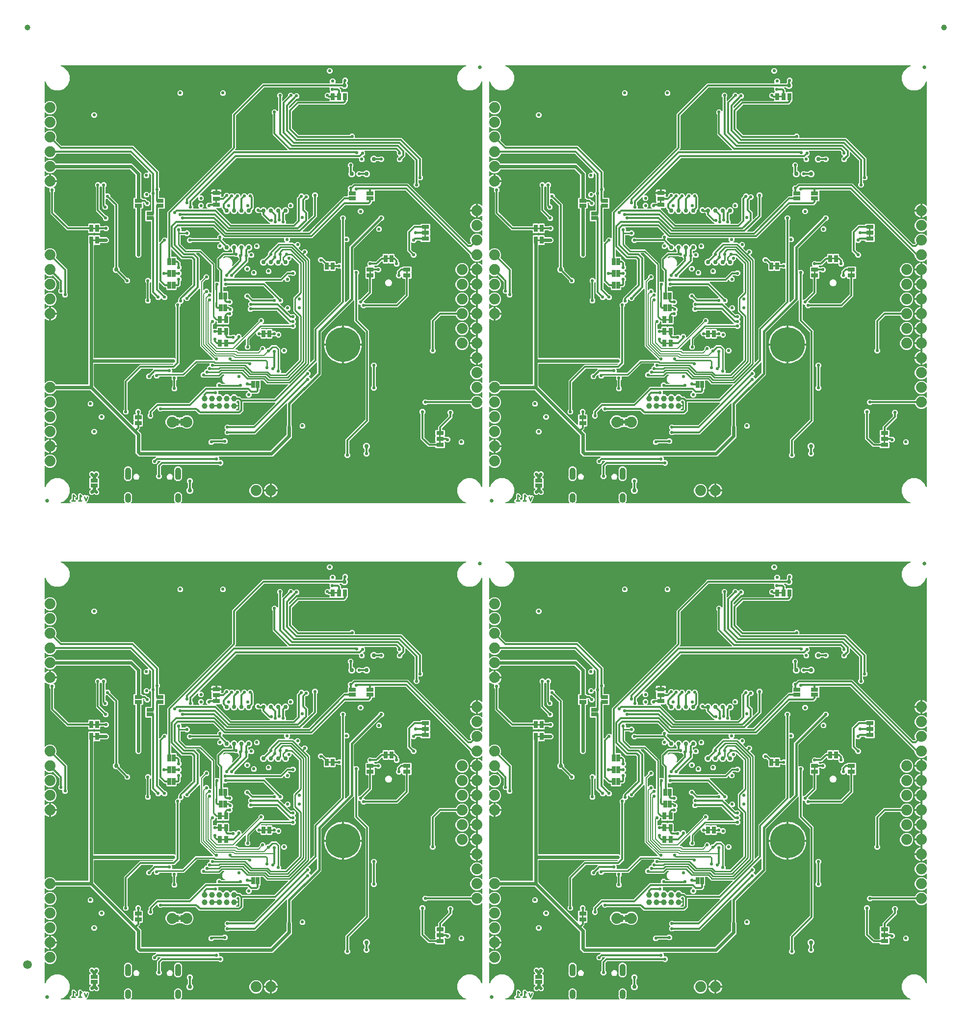
<source format=gbl>
G04 EAGLE Gerber RS-274X export*
G75*
%MOMM*%
%FSLAX34Y34*%
%LPD*%
%INBottom Copper*%
%IPPOS*%
%AMOC8*
5,1,8,0,0,1.08239X$1,22.5*%
G01*
%ADD10C,0.254000*%
%ADD11C,0.660000*%
%ADD12C,0.635000*%
%ADD13R,1.270000X0.660400*%
%ADD14R,1.270000X0.635000*%
%ADD15R,0.635000X1.270000*%
%ADD16C,1.879600*%
%ADD17C,1.000000*%
%ADD18R,0.660400X1.270000*%
%ADD19C,6.000000*%
%ADD20C,0.762000*%
%ADD21C,1.500000*%
%ADD22C,0.560000*%
%ADD23C,0.304800*%
%ADD24C,0.203200*%
%ADD25C,0.609600*%
%ADD26C,0.406400*%

G36*
X815126Y3278D02*
X815126Y3278D01*
X815177Y3277D01*
X815257Y3298D01*
X815338Y3311D01*
X815384Y3333D01*
X815434Y3347D01*
X815503Y3391D01*
X815577Y3426D01*
X815615Y3461D01*
X815658Y3489D01*
X815711Y3552D01*
X815771Y3608D01*
X815797Y3652D01*
X815830Y3692D01*
X815863Y3767D01*
X815903Y3838D01*
X815914Y3889D01*
X815935Y3936D01*
X815943Y4018D01*
X815961Y4098D01*
X815957Y4149D01*
X815962Y4201D01*
X815946Y4281D01*
X815939Y4363D01*
X815920Y4411D01*
X815910Y4461D01*
X815882Y4505D01*
X815840Y4610D01*
X815727Y4749D01*
X815703Y4787D01*
X814133Y6357D01*
X814133Y8883D01*
X815919Y10669D01*
X816067Y10669D01*
X816168Y10684D01*
X816271Y10692D01*
X816299Y10704D01*
X816330Y10709D01*
X816422Y10753D01*
X816517Y10791D01*
X816541Y10811D01*
X816569Y10824D01*
X816644Y10894D01*
X816724Y10959D01*
X816741Y10985D01*
X816763Y11006D01*
X816814Y11095D01*
X816871Y11180D01*
X816876Y11204D01*
X816895Y11236D01*
X816953Y11496D01*
X816950Y11534D01*
X816955Y11557D01*
X816955Y17562D01*
X816946Y17624D01*
X816950Y17660D01*
X816831Y18724D01*
X816871Y18784D01*
X816876Y18806D01*
X816893Y18836D01*
X816936Y19024D01*
X817694Y19782D01*
X817731Y19832D01*
X817759Y19855D01*
X818263Y20484D01*
X818263Y20485D01*
X818428Y20691D01*
X818499Y20705D01*
X818518Y20717D01*
X818551Y20726D01*
X818715Y20829D01*
X819786Y20829D01*
X819848Y20838D01*
X819884Y20834D01*
X820948Y20952D01*
X821008Y20913D01*
X821030Y20908D01*
X821060Y20890D01*
X821248Y20847D01*
X822005Y20090D01*
X822056Y20053D01*
X822079Y20024D01*
X825717Y17114D01*
X825995Y14604D01*
X825897Y14481D01*
X825187Y13593D01*
X824476Y12705D01*
X824476Y12704D01*
X824418Y12632D01*
X823843Y12568D01*
X823791Y12554D01*
X823737Y12549D01*
X823663Y12520D01*
X823586Y12499D01*
X823540Y12471D01*
X823490Y12450D01*
X823428Y12400D01*
X823361Y12358D01*
X823326Y12317D01*
X823284Y12283D01*
X823240Y12216D01*
X823188Y12156D01*
X823166Y12107D01*
X823136Y12062D01*
X823125Y12012D01*
X823082Y11912D01*
X823062Y11727D01*
X823052Y11685D01*
X823052Y11557D01*
X823068Y11455D01*
X823076Y11353D01*
X823088Y11325D01*
X823092Y11294D01*
X823137Y11202D01*
X823175Y11106D01*
X823195Y11083D01*
X823208Y11055D01*
X823278Y10980D01*
X823343Y10900D01*
X823368Y10883D01*
X823389Y10861D01*
X823478Y10810D01*
X823564Y10753D01*
X823587Y10747D01*
X823620Y10729D01*
X823880Y10671D01*
X823917Y10674D01*
X823941Y10669D01*
X824089Y10669D01*
X825091Y9667D01*
X825173Y9606D01*
X825252Y9539D01*
X825280Y9527D01*
X825305Y9509D01*
X825402Y9475D01*
X825496Y9435D01*
X825527Y9432D01*
X825556Y9422D01*
X825658Y9418D01*
X825760Y9408D01*
X825791Y9414D01*
X825821Y9413D01*
X825920Y9440D01*
X826021Y9460D01*
X826041Y9473D01*
X826078Y9483D01*
X826302Y9625D01*
X826327Y9654D01*
X826347Y9667D01*
X827349Y10669D01*
X827497Y10669D01*
X827598Y10684D01*
X827701Y10692D01*
X827729Y10704D01*
X827760Y10709D01*
X827852Y10753D01*
X827947Y10791D01*
X827971Y10811D01*
X827999Y10824D01*
X828074Y10894D01*
X828154Y10959D01*
X828171Y10985D01*
X828193Y11006D01*
X828244Y11095D01*
X828301Y11180D01*
X828306Y11204D01*
X828325Y11236D01*
X828383Y11496D01*
X828380Y11534D01*
X828385Y11557D01*
X828385Y17562D01*
X828376Y17624D01*
X828380Y17660D01*
X828261Y18724D01*
X828301Y18784D01*
X828306Y18806D01*
X828323Y18836D01*
X828366Y19024D01*
X829124Y19782D01*
X829161Y19832D01*
X829189Y19855D01*
X829693Y20484D01*
X829693Y20485D01*
X829858Y20691D01*
X829929Y20705D01*
X829948Y20717D01*
X829981Y20726D01*
X830145Y20829D01*
X831216Y20829D01*
X831278Y20838D01*
X831314Y20834D01*
X832378Y20952D01*
X832438Y20913D01*
X832460Y20908D01*
X832490Y20890D01*
X832678Y20847D01*
X833435Y20090D01*
X833486Y20053D01*
X833509Y20024D01*
X837016Y17219D01*
X837114Y17162D01*
X837211Y17100D01*
X837229Y17095D01*
X837246Y17086D01*
X837357Y17060D01*
X837467Y17030D01*
X837482Y17032D01*
X837505Y17027D01*
X837770Y17047D01*
X837819Y17066D01*
X837851Y17070D01*
X839697Y17685D01*
X841323Y16872D01*
X841403Y16846D01*
X841480Y16811D01*
X841529Y16805D01*
X841576Y16790D01*
X841660Y16789D01*
X841743Y16778D01*
X841779Y16787D01*
X841842Y16786D01*
X842097Y16861D01*
X842109Y16869D01*
X842118Y16872D01*
X843745Y17685D01*
X846141Y16886D01*
X847270Y14627D01*
X845028Y7901D01*
X845012Y7811D01*
X844988Y7723D01*
X844992Y7691D01*
X844983Y7639D01*
X845015Y7391D01*
X844573Y6507D01*
X844547Y6428D01*
X844524Y6390D01*
X844210Y5446D01*
X844183Y5427D01*
X844104Y5382D01*
X844084Y5358D01*
X844041Y5327D01*
X843888Y5129D01*
X843507Y5002D01*
X843396Y4945D01*
X843285Y4892D01*
X843278Y4885D01*
X843270Y4881D01*
X843182Y4795D01*
X843091Y4710D01*
X843086Y4702D01*
X843079Y4695D01*
X843021Y4587D01*
X842959Y4480D01*
X842957Y4470D01*
X842952Y4462D01*
X842928Y4341D01*
X842901Y4220D01*
X842902Y4211D01*
X842900Y4201D01*
X842913Y4078D01*
X842923Y3955D01*
X842926Y3946D01*
X842927Y3937D01*
X842976Y3824D01*
X843022Y3708D01*
X843028Y3701D01*
X843032Y3692D01*
X843111Y3599D01*
X843190Y3502D01*
X843198Y3497D01*
X843204Y3490D01*
X843307Y3424D01*
X843411Y3355D01*
X843418Y3353D01*
X843428Y3347D01*
X843684Y3277D01*
X843736Y3282D01*
X843787Y3271D01*
X908448Y3271D01*
X908533Y3283D01*
X908618Y3287D01*
X908663Y3303D01*
X908711Y3311D01*
X908788Y3348D01*
X908868Y3376D01*
X908907Y3405D01*
X908951Y3426D01*
X909013Y3484D01*
X909081Y3535D01*
X909109Y3575D01*
X909145Y3608D01*
X909187Y3682D01*
X909237Y3750D01*
X909253Y3796D01*
X909277Y3838D01*
X909295Y3921D01*
X909323Y4002D01*
X909324Y4051D01*
X909335Y4098D01*
X909328Y4183D01*
X909330Y4268D01*
X909318Y4302D01*
X909313Y4363D01*
X909214Y4610D01*
X909204Y4622D01*
X909201Y4632D01*
X908931Y5061D01*
X908835Y5172D01*
X908807Y5217D01*
X908304Y5719D01*
X908069Y6391D01*
X908000Y6521D01*
X907983Y6570D01*
X907604Y7172D01*
X907525Y7879D01*
X907487Y8021D01*
X907480Y8073D01*
X907300Y8588D01*
X907339Y8717D01*
X907339Y8803D01*
X907349Y8848D01*
X907349Y9385D01*
X907340Y9448D01*
X907344Y9484D01*
X907263Y10198D01*
X907265Y10202D01*
X907270Y10224D01*
X907288Y10255D01*
X907347Y10514D01*
X907344Y10554D01*
X907349Y10578D01*
X907349Y14522D01*
X907334Y14625D01*
X907325Y14729D01*
X907315Y14749D01*
X907309Y14784D01*
X907261Y14884D01*
X907344Y15616D01*
X907343Y15631D01*
X907346Y15645D01*
X907343Y15686D01*
X907349Y15715D01*
X907349Y16252D01*
X907349Y16257D01*
X907349Y16262D01*
X907345Y16278D01*
X907309Y16515D01*
X907305Y16525D01*
X907480Y17027D01*
X907508Y17172D01*
X907525Y17221D01*
X907604Y17928D01*
X907983Y18530D01*
X908041Y18665D01*
X908069Y18709D01*
X908304Y19381D01*
X908807Y19883D01*
X908894Y20002D01*
X908931Y20039D01*
X909309Y20641D01*
X909911Y21019D01*
X910022Y21115D01*
X910067Y21143D01*
X910569Y21646D01*
X911241Y21881D01*
X911371Y21950D01*
X911420Y21967D01*
X912022Y22346D01*
X912729Y22425D01*
X912871Y22463D01*
X912923Y22470D01*
X913594Y22705D01*
X914301Y22625D01*
X914447Y22631D01*
X914499Y22625D01*
X915206Y22705D01*
X915877Y22470D01*
X916022Y22442D01*
X916071Y22425D01*
X916778Y22346D01*
X917380Y21967D01*
X917515Y21909D01*
X917559Y21881D01*
X918231Y21646D01*
X918733Y21143D01*
X918852Y21056D01*
X918889Y21019D01*
X919491Y20641D01*
X919869Y20039D01*
X919965Y19927D01*
X919993Y19883D01*
X920496Y19381D01*
X920731Y18709D01*
X920800Y18579D01*
X920817Y18530D01*
X921196Y17928D01*
X921275Y17221D01*
X921313Y17079D01*
X921320Y17027D01*
X921500Y16512D01*
X921461Y16383D01*
X921461Y16297D01*
X921451Y16252D01*
X921451Y15715D01*
X921460Y15652D01*
X921456Y15616D01*
X921537Y14902D01*
X921535Y14898D01*
X921530Y14876D01*
X921512Y14845D01*
X921453Y14586D01*
X921456Y14546D01*
X921451Y14522D01*
X921451Y10578D01*
X921466Y10476D01*
X921475Y10371D01*
X921485Y10351D01*
X921491Y10316D01*
X921539Y10216D01*
X921456Y9484D01*
X921459Y9421D01*
X921451Y9385D01*
X921451Y8848D01*
X921451Y8843D01*
X921451Y8838D01*
X921455Y8822D01*
X921491Y8585D01*
X921495Y8575D01*
X921320Y8073D01*
X921292Y7928D01*
X921275Y7879D01*
X921196Y7172D01*
X920817Y6570D01*
X920759Y6435D01*
X920731Y6391D01*
X920496Y5719D01*
X919993Y5217D01*
X919906Y5098D01*
X919869Y5061D01*
X919599Y4632D01*
X919565Y4553D01*
X919523Y4480D01*
X919513Y4432D01*
X919493Y4388D01*
X919484Y4303D01*
X919465Y4220D01*
X919469Y4172D01*
X919464Y4124D01*
X919480Y4040D01*
X919487Y3955D01*
X919505Y3910D01*
X919514Y3863D01*
X919554Y3788D01*
X919586Y3708D01*
X919617Y3671D01*
X919639Y3628D01*
X919700Y3568D01*
X919754Y3502D01*
X919794Y3475D01*
X919828Y3441D01*
X919904Y3402D01*
X919975Y3355D01*
X920010Y3347D01*
X920064Y3319D01*
X920326Y3271D01*
X920341Y3273D01*
X920352Y3271D01*
X994808Y3271D01*
X994893Y3283D01*
X994978Y3287D01*
X995023Y3303D01*
X995071Y3311D01*
X995148Y3348D01*
X995228Y3376D01*
X995267Y3405D01*
X995311Y3426D01*
X995373Y3484D01*
X995441Y3535D01*
X995469Y3575D01*
X995505Y3608D01*
X995547Y3682D01*
X995597Y3750D01*
X995613Y3796D01*
X995637Y3838D01*
X995655Y3921D01*
X995683Y4002D01*
X995684Y4051D01*
X995695Y4098D01*
X995688Y4183D01*
X995690Y4268D01*
X995678Y4302D01*
X995673Y4363D01*
X995574Y4610D01*
X995564Y4622D01*
X995561Y4632D01*
X995291Y5061D01*
X995195Y5172D01*
X995167Y5217D01*
X994664Y5719D01*
X994429Y6391D01*
X994360Y6521D01*
X994343Y6570D01*
X993964Y7172D01*
X993885Y7879D01*
X993847Y8021D01*
X993840Y8073D01*
X993660Y8588D01*
X993699Y8717D01*
X993699Y8803D01*
X993709Y8848D01*
X993709Y9385D01*
X993700Y9448D01*
X993704Y9484D01*
X993623Y10198D01*
X993625Y10202D01*
X993630Y10224D01*
X993648Y10255D01*
X993707Y10514D01*
X993704Y10554D01*
X993709Y10578D01*
X993709Y14522D01*
X993694Y14624D01*
X993685Y14729D01*
X993675Y14749D01*
X993669Y14784D01*
X993621Y14884D01*
X993704Y15616D01*
X993703Y15631D01*
X993706Y15645D01*
X993703Y15686D01*
X993709Y15715D01*
X993709Y16252D01*
X993709Y16257D01*
X993709Y16262D01*
X993705Y16278D01*
X993669Y16515D01*
X993665Y16525D01*
X993840Y17027D01*
X993868Y17172D01*
X993885Y17221D01*
X993964Y17928D01*
X994343Y18530D01*
X994401Y18665D01*
X994429Y18709D01*
X994664Y19381D01*
X995167Y19883D01*
X995254Y20002D01*
X995291Y20039D01*
X995669Y20641D01*
X996271Y21019D01*
X996383Y21115D01*
X996427Y21143D01*
X996929Y21646D01*
X997601Y21881D01*
X997731Y21950D01*
X997780Y21967D01*
X998382Y22346D01*
X999089Y22425D01*
X999231Y22463D01*
X999283Y22470D01*
X999954Y22705D01*
X1000661Y22625D01*
X1000807Y22631D01*
X1000859Y22625D01*
X1001566Y22705D01*
X1002237Y22470D01*
X1002382Y22442D01*
X1002431Y22425D01*
X1003138Y22346D01*
X1003740Y21967D01*
X1003875Y21909D01*
X1003919Y21881D01*
X1004591Y21646D01*
X1005093Y21143D01*
X1005212Y21056D01*
X1005249Y21019D01*
X1005851Y20641D01*
X1006229Y20039D01*
X1006325Y19927D01*
X1006353Y19883D01*
X1006856Y19381D01*
X1007091Y18709D01*
X1007160Y18579D01*
X1007177Y18530D01*
X1007556Y17928D01*
X1007635Y17221D01*
X1007673Y17079D01*
X1007680Y17027D01*
X1007860Y16512D01*
X1007821Y16383D01*
X1007821Y16297D01*
X1007811Y16252D01*
X1007811Y15715D01*
X1007820Y15652D01*
X1007816Y15616D01*
X1007897Y14902D01*
X1007895Y14898D01*
X1007890Y14876D01*
X1007872Y14845D01*
X1007813Y14586D01*
X1007816Y14546D01*
X1007811Y14522D01*
X1007811Y10578D01*
X1007826Y10476D01*
X1007835Y10371D01*
X1007845Y10351D01*
X1007851Y10316D01*
X1007899Y10216D01*
X1007816Y9484D01*
X1007819Y9421D01*
X1007811Y9385D01*
X1007811Y8848D01*
X1007811Y8843D01*
X1007811Y8838D01*
X1007815Y8822D01*
X1007851Y8585D01*
X1007855Y8575D01*
X1007680Y8073D01*
X1007652Y7928D01*
X1007635Y7879D01*
X1007556Y7172D01*
X1007177Y6570D01*
X1007119Y6435D01*
X1007091Y6391D01*
X1006856Y5719D01*
X1006353Y5217D01*
X1006266Y5098D01*
X1006229Y5061D01*
X1005959Y4632D01*
X1005925Y4553D01*
X1005883Y4480D01*
X1005873Y4432D01*
X1005853Y4388D01*
X1005844Y4303D01*
X1005825Y4220D01*
X1005829Y4172D01*
X1005824Y4124D01*
X1005840Y4040D01*
X1005847Y3955D01*
X1005865Y3910D01*
X1005874Y3863D01*
X1005914Y3788D01*
X1005946Y3708D01*
X1005977Y3671D01*
X1005999Y3628D01*
X1006060Y3568D01*
X1006114Y3502D01*
X1006154Y3475D01*
X1006188Y3441D01*
X1006264Y3402D01*
X1006335Y3355D01*
X1006370Y3347D01*
X1006424Y3319D01*
X1006686Y3271D01*
X1006701Y3273D01*
X1006712Y3271D01*
X1496884Y3271D01*
X1496975Y3285D01*
X1497067Y3290D01*
X1497106Y3304D01*
X1497147Y3311D01*
X1497230Y3351D01*
X1497316Y3383D01*
X1497349Y3408D01*
X1497386Y3426D01*
X1497453Y3489D01*
X1497526Y3546D01*
X1497550Y3580D01*
X1497580Y3608D01*
X1497626Y3688D01*
X1497679Y3763D01*
X1497692Y3803D01*
X1497712Y3838D01*
X1497732Y3928D01*
X1497760Y4016D01*
X1497761Y4058D01*
X1497770Y4098D01*
X1497762Y4190D01*
X1497763Y4282D01*
X1497752Y4322D01*
X1497748Y4363D01*
X1497714Y4449D01*
X1497688Y4537D01*
X1497665Y4571D01*
X1497649Y4610D01*
X1497591Y4681D01*
X1497540Y4758D01*
X1497514Y4776D01*
X1497482Y4816D01*
X1497261Y4963D01*
X1497240Y4968D01*
X1497224Y4980D01*
X1491594Y7312D01*
X1485592Y13314D01*
X1482343Y21156D01*
X1482343Y29644D01*
X1485592Y37486D01*
X1491594Y43488D01*
X1499436Y46737D01*
X1507924Y46737D01*
X1515766Y43488D01*
X1521768Y37486D01*
X1524100Y31856D01*
X1524148Y31777D01*
X1524188Y31694D01*
X1524216Y31664D01*
X1524238Y31629D01*
X1524307Y31567D01*
X1524370Y31500D01*
X1524406Y31479D01*
X1524436Y31452D01*
X1524520Y31414D01*
X1524600Y31368D01*
X1524641Y31359D01*
X1524678Y31342D01*
X1524770Y31330D01*
X1524860Y31310D01*
X1524901Y31313D01*
X1524942Y31308D01*
X1525033Y31324D01*
X1525125Y31332D01*
X1525163Y31347D01*
X1525204Y31354D01*
X1525286Y31396D01*
X1525372Y31431D01*
X1525404Y31457D01*
X1525440Y31476D01*
X1525506Y31540D01*
X1525578Y31598D01*
X1525601Y31633D01*
X1525630Y31661D01*
X1525674Y31743D01*
X1525725Y31819D01*
X1525732Y31850D01*
X1525757Y31895D01*
X1525808Y32156D01*
X1525805Y32176D01*
X1525809Y32196D01*
X1525809Y168965D01*
X1525802Y169016D01*
X1525803Y169067D01*
X1525782Y169147D01*
X1525769Y169227D01*
X1525747Y169274D01*
X1525733Y169324D01*
X1525689Y169393D01*
X1525654Y169467D01*
X1525619Y169504D01*
X1525591Y169548D01*
X1525528Y169601D01*
X1525472Y169661D01*
X1525428Y169687D01*
X1525388Y169720D01*
X1525313Y169752D01*
X1525242Y169793D01*
X1525191Y169804D01*
X1525144Y169825D01*
X1525062Y169833D01*
X1524982Y169851D01*
X1524931Y169847D01*
X1524879Y169852D01*
X1524799Y169836D01*
X1524717Y169829D01*
X1524669Y169810D01*
X1524619Y169800D01*
X1524575Y169772D01*
X1524470Y169730D01*
X1524331Y169617D01*
X1524293Y169593D01*
X1522837Y168137D01*
X1518647Y166401D01*
X1514113Y166401D01*
X1509923Y168137D01*
X1506717Y171343D01*
X1505637Y173949D01*
X1505605Y174002D01*
X1505582Y174060D01*
X1505537Y174115D01*
X1505500Y174177D01*
X1505454Y174218D01*
X1505415Y174266D01*
X1505355Y174306D01*
X1505301Y174353D01*
X1505245Y174379D01*
X1505193Y174413D01*
X1505146Y174424D01*
X1505059Y174463D01*
X1504847Y174490D01*
X1504817Y174497D01*
X1431334Y174497D01*
X1431314Y174494D01*
X1431293Y174496D01*
X1431182Y174474D01*
X1431072Y174457D01*
X1431053Y174448D01*
X1431032Y174444D01*
X1430994Y174420D01*
X1430832Y174342D01*
X1430750Y174265D01*
X1430706Y174237D01*
X1429469Y172999D01*
X1425491Y172999D01*
X1422679Y175811D01*
X1422679Y179789D01*
X1425491Y182601D01*
X1429469Y182601D01*
X1430706Y181363D01*
X1430723Y181350D01*
X1430737Y181334D01*
X1430830Y181272D01*
X1430920Y181205D01*
X1430940Y181198D01*
X1430958Y181187D01*
X1431002Y181177D01*
X1431171Y181118D01*
X1431284Y181114D01*
X1431334Y181103D01*
X1504817Y181103D01*
X1504878Y181112D01*
X1504940Y181111D01*
X1505009Y181132D01*
X1505079Y181143D01*
X1505135Y181170D01*
X1505195Y181187D01*
X1505254Y181227D01*
X1505319Y181258D01*
X1505364Y181301D01*
X1505416Y181335D01*
X1505443Y181374D01*
X1505513Y181440D01*
X1505619Y181626D01*
X1505637Y181651D01*
X1506717Y184257D01*
X1509923Y187463D01*
X1514113Y189199D01*
X1518647Y189199D01*
X1522837Y187463D01*
X1524293Y186007D01*
X1524334Y185977D01*
X1524370Y185939D01*
X1524441Y185898D01*
X1524507Y185850D01*
X1524556Y185833D01*
X1524600Y185807D01*
X1524680Y185789D01*
X1524758Y185762D01*
X1524810Y185760D01*
X1524860Y185749D01*
X1524942Y185756D01*
X1525024Y185753D01*
X1525073Y185767D01*
X1525125Y185771D01*
X1525201Y185801D01*
X1525280Y185823D01*
X1525324Y185851D01*
X1525372Y185870D01*
X1525435Y185922D01*
X1525504Y185966D01*
X1525538Y186005D01*
X1525578Y186037D01*
X1525623Y186106D01*
X1525676Y186168D01*
X1525697Y186216D01*
X1525725Y186259D01*
X1525737Y186309D01*
X1525781Y186413D01*
X1525799Y186591D01*
X1525809Y186635D01*
X1525809Y194365D01*
X1525802Y194416D01*
X1525803Y194467D01*
X1525782Y194547D01*
X1525769Y194627D01*
X1525747Y194674D01*
X1525733Y194724D01*
X1525689Y194793D01*
X1525654Y194867D01*
X1525619Y194904D01*
X1525591Y194948D01*
X1525528Y195001D01*
X1525472Y195061D01*
X1525428Y195087D01*
X1525388Y195120D01*
X1525313Y195152D01*
X1525242Y195193D01*
X1525191Y195204D01*
X1525144Y195225D01*
X1525062Y195233D01*
X1524982Y195251D01*
X1524931Y195247D01*
X1524879Y195252D01*
X1524799Y195236D01*
X1524717Y195229D01*
X1524669Y195210D01*
X1524619Y195200D01*
X1524575Y195172D01*
X1524470Y195130D01*
X1524331Y195017D01*
X1524293Y194993D01*
X1522837Y193537D01*
X1518647Y191801D01*
X1514113Y191801D01*
X1509923Y193537D01*
X1506717Y196743D01*
X1504981Y200933D01*
X1504981Y205467D01*
X1506717Y209657D01*
X1509923Y212863D01*
X1514113Y214599D01*
X1518647Y214599D01*
X1522837Y212863D01*
X1524293Y211407D01*
X1524334Y211377D01*
X1524370Y211339D01*
X1524441Y211298D01*
X1524507Y211250D01*
X1524556Y211233D01*
X1524600Y211207D01*
X1524680Y211189D01*
X1524758Y211162D01*
X1524810Y211160D01*
X1524860Y211149D01*
X1524942Y211156D01*
X1525024Y211153D01*
X1525073Y211167D01*
X1525125Y211171D01*
X1525201Y211201D01*
X1525280Y211223D01*
X1525324Y211251D01*
X1525372Y211270D01*
X1525435Y211322D01*
X1525504Y211366D01*
X1525538Y211405D01*
X1525578Y211437D01*
X1525623Y211506D01*
X1525676Y211568D01*
X1525697Y211616D01*
X1525725Y211659D01*
X1525737Y211709D01*
X1525781Y211813D01*
X1525799Y211991D01*
X1525809Y212035D01*
X1525809Y219765D01*
X1525802Y219816D01*
X1525803Y219867D01*
X1525782Y219947D01*
X1525769Y220027D01*
X1525747Y220074D01*
X1525733Y220124D01*
X1525689Y220193D01*
X1525654Y220267D01*
X1525619Y220304D01*
X1525591Y220348D01*
X1525528Y220401D01*
X1525472Y220461D01*
X1525428Y220487D01*
X1525388Y220520D01*
X1525313Y220552D01*
X1525242Y220593D01*
X1525191Y220604D01*
X1525144Y220625D01*
X1525062Y220633D01*
X1524982Y220651D01*
X1524931Y220647D01*
X1524879Y220652D01*
X1524799Y220636D01*
X1524717Y220629D01*
X1524669Y220610D01*
X1524619Y220600D01*
X1524575Y220572D01*
X1524470Y220530D01*
X1524331Y220417D01*
X1524293Y220393D01*
X1522837Y218937D01*
X1518647Y217201D01*
X1514113Y217201D01*
X1509923Y218937D01*
X1506717Y222143D01*
X1504981Y226333D01*
X1504981Y230867D01*
X1506717Y235057D01*
X1509923Y238263D01*
X1514113Y239999D01*
X1518647Y239999D01*
X1522837Y238263D01*
X1524293Y236807D01*
X1524334Y236777D01*
X1524370Y236739D01*
X1524441Y236698D01*
X1524507Y236650D01*
X1524556Y236633D01*
X1524600Y236607D01*
X1524680Y236589D01*
X1524758Y236562D01*
X1524810Y236560D01*
X1524860Y236549D01*
X1524942Y236556D01*
X1525024Y236553D01*
X1525073Y236567D01*
X1525125Y236571D01*
X1525201Y236601D01*
X1525280Y236623D01*
X1525324Y236651D01*
X1525372Y236670D01*
X1525435Y236722D01*
X1525504Y236766D01*
X1525538Y236805D01*
X1525578Y236837D01*
X1525623Y236906D01*
X1525676Y236968D01*
X1525697Y237016D01*
X1525725Y237059D01*
X1525737Y237109D01*
X1525781Y237213D01*
X1525799Y237391D01*
X1525809Y237435D01*
X1525809Y244401D01*
X1525802Y244452D01*
X1525803Y244504D01*
X1525782Y244583D01*
X1525769Y244664D01*
X1525747Y244710D01*
X1525733Y244760D01*
X1525689Y244829D01*
X1525654Y244903D01*
X1525618Y244941D01*
X1525591Y244984D01*
X1525528Y245037D01*
X1525472Y245097D01*
X1525427Y245123D01*
X1525388Y245156D01*
X1525313Y245189D01*
X1525242Y245229D01*
X1525191Y245241D01*
X1525144Y245261D01*
X1525062Y245269D01*
X1524982Y245287D01*
X1524931Y245283D01*
X1524879Y245288D01*
X1524799Y245272D01*
X1524717Y245265D01*
X1524669Y245246D01*
X1524619Y245236D01*
X1524575Y245208D01*
X1524470Y245166D01*
X1524331Y245053D01*
X1524293Y245029D01*
X1524158Y244894D01*
X1522637Y243789D01*
X1520963Y242936D01*
X1519176Y242355D01*
X1518157Y242194D01*
X1518157Y253111D01*
X1518142Y253212D01*
X1518133Y253315D01*
X1518122Y253343D01*
X1518117Y253374D01*
X1518073Y253466D01*
X1518034Y253561D01*
X1518015Y253585D01*
X1518002Y253613D01*
X1517932Y253688D01*
X1517867Y253768D01*
X1517841Y253785D01*
X1517820Y253807D01*
X1517731Y253858D01*
X1517646Y253915D01*
X1517622Y253920D01*
X1517590Y253939D01*
X1517330Y253997D01*
X1517292Y253994D01*
X1517269Y253999D01*
X1516379Y253999D01*
X1516379Y254001D01*
X1517269Y254001D01*
X1517370Y254016D01*
X1517473Y254025D01*
X1517501Y254036D01*
X1517532Y254041D01*
X1517624Y254085D01*
X1517719Y254124D01*
X1517743Y254143D01*
X1517771Y254156D01*
X1517846Y254226D01*
X1517926Y254291D01*
X1517943Y254317D01*
X1517965Y254338D01*
X1518016Y254427D01*
X1518073Y254512D01*
X1518079Y254536D01*
X1518097Y254569D01*
X1518155Y254828D01*
X1518152Y254866D01*
X1518157Y254889D01*
X1518157Y278511D01*
X1518142Y278612D01*
X1518133Y278715D01*
X1518122Y278743D01*
X1518117Y278774D01*
X1518073Y278866D01*
X1518034Y278961D01*
X1518015Y278985D01*
X1518002Y279013D01*
X1517932Y279088D01*
X1517867Y279168D01*
X1517841Y279185D01*
X1517820Y279207D01*
X1517731Y279258D01*
X1517646Y279315D01*
X1517622Y279320D01*
X1517590Y279339D01*
X1517330Y279397D01*
X1517292Y279394D01*
X1517269Y279399D01*
X1516379Y279399D01*
X1516379Y279401D01*
X1517269Y279401D01*
X1517370Y279416D01*
X1517473Y279425D01*
X1517501Y279436D01*
X1517532Y279441D01*
X1517624Y279485D01*
X1517719Y279524D01*
X1517743Y279543D01*
X1517771Y279556D01*
X1517846Y279626D01*
X1517926Y279691D01*
X1517943Y279717D01*
X1517965Y279738D01*
X1518016Y279827D01*
X1518073Y279912D01*
X1518079Y279936D01*
X1518097Y279969D01*
X1518155Y280228D01*
X1518152Y280266D01*
X1518157Y280289D01*
X1518157Y303911D01*
X1518142Y304012D01*
X1518133Y304115D01*
X1518122Y304143D01*
X1518117Y304174D01*
X1518073Y304266D01*
X1518034Y304361D01*
X1518015Y304385D01*
X1518002Y304413D01*
X1517932Y304488D01*
X1517867Y304568D01*
X1517841Y304585D01*
X1517820Y304607D01*
X1517731Y304658D01*
X1517646Y304715D01*
X1517622Y304720D01*
X1517590Y304739D01*
X1517330Y304797D01*
X1517292Y304794D01*
X1517269Y304799D01*
X1516379Y304799D01*
X1516379Y304801D01*
X1517269Y304801D01*
X1517370Y304816D01*
X1517473Y304825D01*
X1517501Y304836D01*
X1517532Y304841D01*
X1517624Y304885D01*
X1517719Y304924D01*
X1517743Y304943D01*
X1517771Y304956D01*
X1517846Y305026D01*
X1517926Y305091D01*
X1517943Y305117D01*
X1517965Y305138D01*
X1518016Y305227D01*
X1518073Y305312D01*
X1518079Y305336D01*
X1518097Y305369D01*
X1518155Y305628D01*
X1518152Y305666D01*
X1518157Y305689D01*
X1518157Y329311D01*
X1518142Y329412D01*
X1518133Y329515D01*
X1518122Y329543D01*
X1518117Y329574D01*
X1518073Y329666D01*
X1518034Y329761D01*
X1518015Y329785D01*
X1518002Y329813D01*
X1517932Y329888D01*
X1517867Y329968D01*
X1517841Y329985D01*
X1517820Y330007D01*
X1517731Y330058D01*
X1517646Y330115D01*
X1517622Y330120D01*
X1517590Y330139D01*
X1517330Y330197D01*
X1517292Y330194D01*
X1517269Y330199D01*
X1516379Y330199D01*
X1516379Y330201D01*
X1517269Y330201D01*
X1517370Y330216D01*
X1517473Y330225D01*
X1517501Y330236D01*
X1517532Y330241D01*
X1517624Y330285D01*
X1517719Y330324D01*
X1517743Y330343D01*
X1517771Y330356D01*
X1517846Y330426D01*
X1517926Y330491D01*
X1517943Y330517D01*
X1517965Y330538D01*
X1518016Y330627D01*
X1518073Y330712D01*
X1518079Y330736D01*
X1518097Y330769D01*
X1518155Y331028D01*
X1518152Y331066D01*
X1518157Y331089D01*
X1518157Y354711D01*
X1518142Y354812D01*
X1518133Y354915D01*
X1518122Y354943D01*
X1518117Y354974D01*
X1518073Y355066D01*
X1518034Y355161D01*
X1518015Y355185D01*
X1518002Y355213D01*
X1517932Y355288D01*
X1517867Y355368D01*
X1517841Y355385D01*
X1517820Y355407D01*
X1517731Y355458D01*
X1517646Y355515D01*
X1517622Y355520D01*
X1517590Y355539D01*
X1517330Y355597D01*
X1517292Y355594D01*
X1517269Y355599D01*
X1516379Y355599D01*
X1516379Y355601D01*
X1517269Y355601D01*
X1517370Y355616D01*
X1517473Y355625D01*
X1517501Y355636D01*
X1517532Y355641D01*
X1517624Y355685D01*
X1517719Y355724D01*
X1517743Y355743D01*
X1517771Y355756D01*
X1517846Y355826D01*
X1517926Y355891D01*
X1517943Y355917D01*
X1517965Y355938D01*
X1518016Y356027D01*
X1518073Y356112D01*
X1518079Y356136D01*
X1518097Y356169D01*
X1518155Y356428D01*
X1518152Y356466D01*
X1518157Y356489D01*
X1518157Y380111D01*
X1518142Y380212D01*
X1518133Y380315D01*
X1518122Y380343D01*
X1518117Y380374D01*
X1518073Y380466D01*
X1518034Y380561D01*
X1518015Y380585D01*
X1518002Y380613D01*
X1517932Y380688D01*
X1517867Y380768D01*
X1517841Y380785D01*
X1517820Y380807D01*
X1517731Y380858D01*
X1517646Y380915D01*
X1517622Y380920D01*
X1517590Y380939D01*
X1517330Y380997D01*
X1517292Y380994D01*
X1517269Y380999D01*
X1516379Y380999D01*
X1516379Y381001D01*
X1517269Y381001D01*
X1517370Y381016D01*
X1517473Y381025D01*
X1517501Y381036D01*
X1517532Y381041D01*
X1517624Y381085D01*
X1517719Y381124D01*
X1517743Y381143D01*
X1517771Y381156D01*
X1517846Y381226D01*
X1517926Y381291D01*
X1517943Y381317D01*
X1517965Y381338D01*
X1518016Y381427D01*
X1518073Y381512D01*
X1518079Y381536D01*
X1518097Y381569D01*
X1518155Y381828D01*
X1518152Y381866D01*
X1518157Y381889D01*
X1518157Y405511D01*
X1518142Y405612D01*
X1518133Y405715D01*
X1518122Y405743D01*
X1518117Y405774D01*
X1518073Y405866D01*
X1518034Y405961D01*
X1518015Y405985D01*
X1518002Y406013D01*
X1517932Y406088D01*
X1517867Y406168D01*
X1517841Y406185D01*
X1517820Y406207D01*
X1517731Y406258D01*
X1517646Y406315D01*
X1517622Y406320D01*
X1517590Y406339D01*
X1517330Y406397D01*
X1517292Y406394D01*
X1517269Y406399D01*
X1516379Y406399D01*
X1516379Y406401D01*
X1517269Y406401D01*
X1517370Y406416D01*
X1517473Y406425D01*
X1517501Y406436D01*
X1517532Y406441D01*
X1517624Y406485D01*
X1517719Y406524D01*
X1517743Y406543D01*
X1517771Y406556D01*
X1517846Y406626D01*
X1517926Y406691D01*
X1517943Y406717D01*
X1517965Y406738D01*
X1518016Y406827D01*
X1518073Y406912D01*
X1518079Y406936D01*
X1518097Y406969D01*
X1518155Y407228D01*
X1518152Y407266D01*
X1518157Y407289D01*
X1518157Y418206D01*
X1519176Y418045D01*
X1520963Y417464D01*
X1522637Y416611D01*
X1524158Y415506D01*
X1524293Y415371D01*
X1524334Y415340D01*
X1524370Y415303D01*
X1524441Y415262D01*
X1524507Y415213D01*
X1524556Y415196D01*
X1524600Y415171D01*
X1524680Y415153D01*
X1524758Y415126D01*
X1524810Y415124D01*
X1524860Y415113D01*
X1524942Y415120D01*
X1525024Y415117D01*
X1525073Y415130D01*
X1525125Y415135D01*
X1525201Y415165D01*
X1525280Y415187D01*
X1525324Y415214D01*
X1525372Y415234D01*
X1525435Y415285D01*
X1525504Y415329D01*
X1525538Y415369D01*
X1525578Y415401D01*
X1525623Y415470D01*
X1525676Y415532D01*
X1525697Y415579D01*
X1525725Y415622D01*
X1525737Y415673D01*
X1525781Y415776D01*
X1525799Y415955D01*
X1525809Y415999D01*
X1525809Y422965D01*
X1525802Y423016D01*
X1525803Y423067D01*
X1525782Y423147D01*
X1525769Y423227D01*
X1525747Y423274D01*
X1525733Y423324D01*
X1525689Y423393D01*
X1525654Y423467D01*
X1525619Y423504D01*
X1525591Y423548D01*
X1525528Y423601D01*
X1525472Y423661D01*
X1525428Y423687D01*
X1525388Y423720D01*
X1525313Y423752D01*
X1525242Y423793D01*
X1525191Y423804D01*
X1525144Y423825D01*
X1525062Y423833D01*
X1524982Y423851D01*
X1524931Y423847D01*
X1524879Y423852D01*
X1524799Y423836D01*
X1524717Y423829D01*
X1524669Y423810D01*
X1524619Y423800D01*
X1524575Y423772D01*
X1524470Y423730D01*
X1524331Y423617D01*
X1524293Y423593D01*
X1522837Y422137D01*
X1518647Y420401D01*
X1514113Y420401D01*
X1509923Y422137D01*
X1506717Y425343D01*
X1504981Y429533D01*
X1504981Y430540D01*
X1504978Y430561D01*
X1504980Y430582D01*
X1504961Y430677D01*
X1504958Y430723D01*
X1504951Y430739D01*
X1504941Y430803D01*
X1504932Y430822D01*
X1504928Y430842D01*
X1504904Y430881D01*
X1504826Y431042D01*
X1504749Y431125D01*
X1504721Y431168D01*
X1393352Y542537D01*
X1393335Y542550D01*
X1393322Y542566D01*
X1393228Y542628D01*
X1393138Y542695D01*
X1393118Y542702D01*
X1393101Y542713D01*
X1393056Y542723D01*
X1392887Y542782D01*
X1392774Y542786D01*
X1392724Y542797D01*
X1341396Y542797D01*
X1341344Y542790D01*
X1341293Y542791D01*
X1341214Y542770D01*
X1341133Y542757D01*
X1341086Y542735D01*
X1341036Y542721D01*
X1340967Y542677D01*
X1340893Y542642D01*
X1340856Y542606D01*
X1340812Y542579D01*
X1340759Y542516D01*
X1340699Y542460D01*
X1340674Y542415D01*
X1340640Y542376D01*
X1340608Y542301D01*
X1340567Y542230D01*
X1340556Y542179D01*
X1340536Y542132D01*
X1340527Y542050D01*
X1340509Y541970D01*
X1340514Y541918D01*
X1340508Y541867D01*
X1340524Y541787D01*
X1340531Y541705D01*
X1340550Y541657D01*
X1340560Y541606D01*
X1340581Y541575D01*
X1340581Y525332D01*
X1339409Y524160D01*
X1336421Y524160D01*
X1336319Y524145D01*
X1336217Y524137D01*
X1336189Y524125D01*
X1336158Y524120D01*
X1336066Y524076D01*
X1335970Y524038D01*
X1335947Y524018D01*
X1335919Y524005D01*
X1335844Y523935D01*
X1335764Y523870D01*
X1335747Y523844D01*
X1335725Y523823D01*
X1335674Y523734D01*
X1335617Y523649D01*
X1335611Y523625D01*
X1335593Y523593D01*
X1335535Y523333D01*
X1335538Y523295D01*
X1335533Y523272D01*
X1335533Y521872D01*
X1331058Y517397D01*
X1289516Y517397D01*
X1289495Y517394D01*
X1289474Y517396D01*
X1289364Y517374D01*
X1289253Y517357D01*
X1289234Y517348D01*
X1289214Y517344D01*
X1289175Y517320D01*
X1289014Y517242D01*
X1288931Y517165D01*
X1288888Y517137D01*
X1232887Y461136D01*
X1194352Y461136D01*
X1194301Y461129D01*
X1194250Y461130D01*
X1194170Y461109D01*
X1194090Y461096D01*
X1194043Y461074D01*
X1193993Y461060D01*
X1193924Y461016D01*
X1193850Y460981D01*
X1193812Y460945D01*
X1193769Y460918D01*
X1193716Y460855D01*
X1193656Y460799D01*
X1193630Y460754D01*
X1193597Y460715D01*
X1193565Y460640D01*
X1193524Y460569D01*
X1193513Y460518D01*
X1193492Y460471D01*
X1193484Y460389D01*
X1193466Y460309D01*
X1193470Y460257D01*
X1193465Y460206D01*
X1193481Y460126D01*
X1193488Y460044D01*
X1193507Y459996D01*
X1193517Y459945D01*
X1193521Y459940D01*
X1193521Y455846D01*
X1192176Y454502D01*
X1192146Y454461D01*
X1192108Y454425D01*
X1192067Y454354D01*
X1192019Y454288D01*
X1192002Y454239D01*
X1191976Y454195D01*
X1191958Y454115D01*
X1191931Y454037D01*
X1191929Y453985D01*
X1191918Y453935D01*
X1191925Y453853D01*
X1191922Y453771D01*
X1191936Y453722D01*
X1191940Y453670D01*
X1191970Y453594D01*
X1191992Y453515D01*
X1192020Y453471D01*
X1192039Y453423D01*
X1192091Y453360D01*
X1192135Y453291D01*
X1192174Y453257D01*
X1192206Y453217D01*
X1192275Y453172D01*
X1192337Y453119D01*
X1192385Y453098D01*
X1192428Y453070D01*
X1192478Y453058D01*
X1192582Y453014D01*
X1192760Y452996D01*
X1192804Y452986D01*
X1199299Y452986D01*
X1200897Y451388D01*
X1200980Y451327D01*
X1201058Y451260D01*
X1201086Y451248D01*
X1201111Y451230D01*
X1201208Y451196D01*
X1201303Y451156D01*
X1201333Y451153D01*
X1201362Y451143D01*
X1201465Y451139D01*
X1201567Y451128D01*
X1201597Y451134D01*
X1201628Y451133D01*
X1201727Y451160D01*
X1201828Y451180D01*
X1201848Y451193D01*
X1201884Y451203D01*
X1202109Y451346D01*
X1202133Y451375D01*
X1202153Y451388D01*
X1205146Y454381D01*
X1209124Y454381D01*
X1211936Y451569D01*
X1211936Y447591D01*
X1208943Y444598D01*
X1208882Y444516D01*
X1208815Y444437D01*
X1208803Y444409D01*
X1208785Y444384D01*
X1208751Y444287D01*
X1208711Y444193D01*
X1208708Y444162D01*
X1208698Y444133D01*
X1208694Y444031D01*
X1208683Y443929D01*
X1208689Y443898D01*
X1208688Y443868D01*
X1208715Y443769D01*
X1208735Y443668D01*
X1208748Y443648D01*
X1208758Y443611D01*
X1208901Y443387D01*
X1208930Y443362D01*
X1208943Y443342D01*
X1213280Y439005D01*
X1213362Y438944D01*
X1213441Y438878D01*
X1213469Y438866D01*
X1213494Y438847D01*
X1213591Y438814D01*
X1213685Y438773D01*
X1213716Y438770D01*
X1213745Y438760D01*
X1213847Y438757D01*
X1213949Y438746D01*
X1213980Y438752D01*
X1214010Y438751D01*
X1214109Y438778D01*
X1214210Y438798D01*
X1214230Y438811D01*
X1214267Y438821D01*
X1214491Y438963D01*
X1214516Y438992D01*
X1214536Y439005D01*
X1217211Y441681D01*
X1221189Y441681D01*
X1224001Y438869D01*
X1224001Y434891D01*
X1221325Y432216D01*
X1221264Y432133D01*
X1221198Y432055D01*
X1221186Y432027D01*
X1221167Y432002D01*
X1221134Y431905D01*
X1221093Y431810D01*
X1221090Y431780D01*
X1221080Y431751D01*
X1221077Y431648D01*
X1221066Y431546D01*
X1221072Y431516D01*
X1221071Y431485D01*
X1221098Y431386D01*
X1221118Y431285D01*
X1221131Y431265D01*
X1221141Y431229D01*
X1221283Y431004D01*
X1221312Y430980D01*
X1221325Y430960D01*
X1228321Y423964D01*
X1228321Y247076D01*
X1228328Y247025D01*
X1228327Y246973D01*
X1228348Y246894D01*
X1228361Y246813D01*
X1228383Y246767D01*
X1228397Y246717D01*
X1228441Y246648D01*
X1228476Y246574D01*
X1228511Y246536D01*
X1228539Y246493D01*
X1228602Y246439D01*
X1228658Y246379D01*
X1228702Y246354D01*
X1228742Y246320D01*
X1228817Y246288D01*
X1228888Y246248D01*
X1228939Y246236D01*
X1228986Y246216D01*
X1229068Y246208D01*
X1229148Y246190D01*
X1229199Y246194D01*
X1229251Y246189D01*
X1229331Y246205D01*
X1229413Y246211D01*
X1229461Y246231D01*
X1229511Y246241D01*
X1229555Y246268D01*
X1229660Y246310D01*
X1229799Y246423D01*
X1229837Y246448D01*
X1234687Y251298D01*
X1234700Y251315D01*
X1234716Y251328D01*
X1234778Y251422D01*
X1234845Y251512D01*
X1234852Y251532D01*
X1234863Y251549D01*
X1234873Y251594D01*
X1234932Y251763D01*
X1234936Y251876D01*
X1234947Y251926D01*
X1234947Y304898D01*
X1281677Y351628D01*
X1281690Y351645D01*
X1281706Y351658D01*
X1281768Y351752D01*
X1281835Y351842D01*
X1281842Y351862D01*
X1281853Y351879D01*
X1281863Y351924D01*
X1281922Y352093D01*
X1281926Y352206D01*
X1281937Y352256D01*
X1281937Y407061D01*
X1281922Y407163D01*
X1281914Y407265D01*
X1281902Y407293D01*
X1281897Y407324D01*
X1281853Y407416D01*
X1281815Y407512D01*
X1281795Y407535D01*
X1281782Y407563D01*
X1281712Y407638D01*
X1281647Y407718D01*
X1281621Y407735D01*
X1281600Y407757D01*
X1281511Y407808D01*
X1281426Y407865D01*
X1281402Y407871D01*
X1281370Y407889D01*
X1281110Y407947D01*
X1281072Y407944D01*
X1281049Y407949D01*
X1276901Y407949D01*
X1275664Y409187D01*
X1275647Y409200D01*
X1275633Y409216D01*
X1275540Y409278D01*
X1275450Y409345D01*
X1275430Y409352D01*
X1275412Y409363D01*
X1275368Y409373D01*
X1275199Y409432D01*
X1275086Y409436D01*
X1275036Y409447D01*
X1273778Y409447D01*
X1273676Y409432D01*
X1273574Y409424D01*
X1273546Y409412D01*
X1273515Y409407D01*
X1273423Y409363D01*
X1273327Y409325D01*
X1273304Y409305D01*
X1273276Y409292D01*
X1273201Y409222D01*
X1273121Y409157D01*
X1273104Y409131D01*
X1273082Y409110D01*
X1273031Y409021D01*
X1272974Y408936D01*
X1272968Y408912D01*
X1272950Y408880D01*
X1272892Y408620D01*
X1272895Y408582D01*
X1272890Y408559D01*
X1272890Y405571D01*
X1271718Y404399D01*
X1263456Y404399D01*
X1263008Y404847D01*
X1262925Y404908D01*
X1262847Y404975D01*
X1262819Y404987D01*
X1262794Y405005D01*
X1262697Y405039D01*
X1262603Y405079D01*
X1262572Y405082D01*
X1262543Y405093D01*
X1262440Y405096D01*
X1262338Y405107D01*
X1262308Y405101D01*
X1262277Y405102D01*
X1262178Y405075D01*
X1262078Y405055D01*
X1262057Y405042D01*
X1262021Y405032D01*
X1261797Y404889D01*
X1261772Y404860D01*
X1261752Y404847D01*
X1261304Y404399D01*
X1253042Y404399D01*
X1251870Y405571D01*
X1251870Y415554D01*
X1251867Y415575D01*
X1251869Y415596D01*
X1251847Y415706D01*
X1251830Y415817D01*
X1251821Y415836D01*
X1251817Y415856D01*
X1251793Y415895D01*
X1251715Y416056D01*
X1251638Y416139D01*
X1251610Y416182D01*
X1249943Y417849D01*
X1249926Y417862D01*
X1249913Y417878D01*
X1249819Y417940D01*
X1249729Y418007D01*
X1249709Y418014D01*
X1249692Y418025D01*
X1249647Y418035D01*
X1249478Y418094D01*
X1249365Y418098D01*
X1249315Y418109D01*
X1245151Y418109D01*
X1242339Y420921D01*
X1242339Y424899D01*
X1245151Y427711D01*
X1249129Y427711D01*
X1250366Y426473D01*
X1250383Y426460D01*
X1250397Y426444D01*
X1250490Y426382D01*
X1250580Y426315D01*
X1250600Y426308D01*
X1250618Y426297D01*
X1250662Y426287D01*
X1250831Y426228D01*
X1250909Y426225D01*
X1255773Y421361D01*
X1255790Y421348D01*
X1255803Y421332D01*
X1255897Y421270D01*
X1255987Y421203D01*
X1256007Y421196D01*
X1256024Y421185D01*
X1256069Y421175D01*
X1256238Y421116D01*
X1256351Y421112D01*
X1256401Y421101D01*
X1261304Y421101D01*
X1261752Y420653D01*
X1261834Y420592D01*
X1261913Y420525D01*
X1261941Y420513D01*
X1261966Y420495D01*
X1262063Y420461D01*
X1262157Y420421D01*
X1262188Y420418D01*
X1262217Y420407D01*
X1262319Y420404D01*
X1262422Y420393D01*
X1262452Y420399D01*
X1262483Y420398D01*
X1262582Y420425D01*
X1262682Y420445D01*
X1262702Y420458D01*
X1262739Y420468D01*
X1262963Y420611D01*
X1262988Y420640D01*
X1263008Y420653D01*
X1263456Y421101D01*
X1271718Y421101D01*
X1272890Y419929D01*
X1272890Y416941D01*
X1272905Y416839D01*
X1272913Y416737D01*
X1272925Y416709D01*
X1272930Y416678D01*
X1272974Y416586D01*
X1273012Y416490D01*
X1273032Y416467D01*
X1273045Y416439D01*
X1273115Y416364D01*
X1273180Y416284D01*
X1273206Y416267D01*
X1273227Y416245D01*
X1273316Y416194D01*
X1273401Y416137D01*
X1273425Y416131D01*
X1273457Y416113D01*
X1273717Y416055D01*
X1273755Y416058D01*
X1273778Y416053D01*
X1275036Y416053D01*
X1275056Y416056D01*
X1275077Y416054D01*
X1275188Y416076D01*
X1275298Y416093D01*
X1275317Y416102D01*
X1275338Y416106D01*
X1275376Y416130D01*
X1275538Y416208D01*
X1275620Y416285D01*
X1275664Y416313D01*
X1276901Y417551D01*
X1281049Y417551D01*
X1281151Y417566D01*
X1281253Y417574D01*
X1281281Y417586D01*
X1281312Y417591D01*
X1281404Y417635D01*
X1281500Y417673D01*
X1281523Y417693D01*
X1281551Y417706D01*
X1281626Y417776D01*
X1281706Y417841D01*
X1281723Y417867D01*
X1281745Y417888D01*
X1281796Y417977D01*
X1281853Y418062D01*
X1281859Y418086D01*
X1281877Y418118D01*
X1281935Y418378D01*
X1281932Y418416D01*
X1281937Y418439D01*
X1281937Y491446D01*
X1281934Y491466D01*
X1281936Y491487D01*
X1281914Y491598D01*
X1281897Y491708D01*
X1281888Y491727D01*
X1281884Y491748D01*
X1281860Y491786D01*
X1281782Y491948D01*
X1281705Y492030D01*
X1281677Y492074D01*
X1280439Y493311D01*
X1280439Y497289D01*
X1283251Y500101D01*
X1287229Y500101D01*
X1290041Y497289D01*
X1290041Y493311D01*
X1288803Y492074D01*
X1288790Y492057D01*
X1288774Y492043D01*
X1288712Y491950D01*
X1288645Y491860D01*
X1288638Y491840D01*
X1288627Y491822D01*
X1288617Y491778D01*
X1288558Y491609D01*
X1288554Y491496D01*
X1288543Y491446D01*
X1288543Y464159D01*
X1288558Y464057D01*
X1288566Y463955D01*
X1288578Y463927D01*
X1288583Y463896D01*
X1288627Y463804D01*
X1288665Y463708D01*
X1288685Y463685D01*
X1288698Y463657D01*
X1288768Y463582D01*
X1288833Y463502D01*
X1288859Y463485D01*
X1288880Y463463D01*
X1288969Y463412D01*
X1289054Y463355D01*
X1289078Y463349D01*
X1289110Y463331D01*
X1289370Y463273D01*
X1289408Y463276D01*
X1289431Y463271D01*
X1293579Y463271D01*
X1296391Y460459D01*
X1296391Y456481D01*
X1293579Y453669D01*
X1289431Y453669D01*
X1289329Y453654D01*
X1289227Y453646D01*
X1289199Y453634D01*
X1289168Y453629D01*
X1289076Y453585D01*
X1288980Y453547D01*
X1288957Y453527D01*
X1288929Y453514D01*
X1288854Y453444D01*
X1288774Y453379D01*
X1288757Y453353D01*
X1288735Y453332D01*
X1288684Y453243D01*
X1288627Y453158D01*
X1288621Y453134D01*
X1288603Y453102D01*
X1288545Y452842D01*
X1288548Y452804D01*
X1288543Y452781D01*
X1288543Y351196D01*
X1288550Y351145D01*
X1288549Y351094D01*
X1288570Y351014D01*
X1288583Y350934D01*
X1288605Y350887D01*
X1288619Y350837D01*
X1288663Y350768D01*
X1288698Y350694D01*
X1288733Y350656D01*
X1288761Y350613D01*
X1288824Y350560D01*
X1288880Y350500D01*
X1288924Y350474D01*
X1288964Y350441D01*
X1289039Y350409D01*
X1289110Y350368D01*
X1289161Y350357D01*
X1289208Y350336D01*
X1289290Y350328D01*
X1289370Y350310D01*
X1289421Y350314D01*
X1289473Y350309D01*
X1289553Y350325D01*
X1289635Y350332D01*
X1289683Y350351D01*
X1289733Y350361D01*
X1289777Y350389D01*
X1289882Y350431D01*
X1290021Y350544D01*
X1290059Y350568D01*
X1296409Y356918D01*
X1296422Y356935D01*
X1296438Y356948D01*
X1296500Y357042D01*
X1296567Y357132D01*
X1296574Y357152D01*
X1296585Y357170D01*
X1296595Y357214D01*
X1296654Y357383D01*
X1296658Y357496D01*
X1296669Y357546D01*
X1296669Y446078D01*
X1299162Y448571D01*
X1346219Y495628D01*
X1346232Y495645D01*
X1346248Y495658D01*
X1346264Y495683D01*
X1346281Y495698D01*
X1346315Y495758D01*
X1346377Y495842D01*
X1346384Y495862D01*
X1346395Y495880D01*
X1346402Y495911D01*
X1346413Y495929D01*
X1346422Y495973D01*
X1346464Y496093D01*
X1346467Y496173D01*
X1346470Y496188D01*
X1346469Y496209D01*
X1346479Y496256D01*
X1346479Y497289D01*
X1349291Y500101D01*
X1353269Y500101D01*
X1356081Y497289D01*
X1356081Y493311D01*
X1353269Y490499D01*
X1352236Y490499D01*
X1352216Y490496D01*
X1352195Y490498D01*
X1352084Y490476D01*
X1351974Y490459D01*
X1351955Y490450D01*
X1351934Y490446D01*
X1351895Y490422D01*
X1351734Y490344D01*
X1351652Y490267D01*
X1351608Y490239D01*
X1304551Y443182D01*
X1304538Y443165D01*
X1304522Y443152D01*
X1304460Y443058D01*
X1304393Y442968D01*
X1304386Y442948D01*
X1304375Y442930D01*
X1304365Y442886D01*
X1304306Y442717D01*
X1304302Y442604D01*
X1304291Y442554D01*
X1304291Y406444D01*
X1304298Y406393D01*
X1304297Y406342D01*
X1304318Y406263D01*
X1304331Y406182D01*
X1304353Y406135D01*
X1304367Y406085D01*
X1304411Y406016D01*
X1304446Y405942D01*
X1304482Y405904D01*
X1304509Y405861D01*
X1304572Y405808D01*
X1304628Y405748D01*
X1304673Y405722D01*
X1304712Y405689D01*
X1304787Y405657D01*
X1304858Y405616D01*
X1304909Y405605D01*
X1304956Y405585D01*
X1305038Y405576D01*
X1305118Y405558D01*
X1305169Y405562D01*
X1305221Y405557D01*
X1305301Y405573D01*
X1305383Y405580D01*
X1305431Y405599D01*
X1305481Y405609D01*
X1305525Y405637D01*
X1305630Y405679D01*
X1305769Y405792D01*
X1305807Y405816D01*
X1306111Y406121D01*
X1310089Y406121D01*
X1312901Y403309D01*
X1312901Y399331D01*
X1311663Y398094D01*
X1311650Y398077D01*
X1311634Y398063D01*
X1311572Y397970D01*
X1311505Y397880D01*
X1311498Y397860D01*
X1311487Y397842D01*
X1311477Y397798D01*
X1311418Y397629D01*
X1311414Y397516D01*
X1311403Y397466D01*
X1311403Y355136D01*
X1311410Y355085D01*
X1311409Y355034D01*
X1311430Y354955D01*
X1311443Y354874D01*
X1311465Y354827D01*
X1311479Y354777D01*
X1311523Y354708D01*
X1311558Y354634D01*
X1311593Y354597D01*
X1311621Y354553D01*
X1311684Y354500D01*
X1311740Y354440D01*
X1311784Y354414D01*
X1311824Y354381D01*
X1311899Y354349D01*
X1311970Y354308D01*
X1312021Y354297D01*
X1312068Y354277D01*
X1312150Y354268D01*
X1312230Y354250D01*
X1312281Y354254D01*
X1312333Y354249D01*
X1312413Y354265D01*
X1312495Y354272D01*
X1312543Y354291D01*
X1312593Y354301D01*
X1312637Y354329D01*
X1312742Y354371D01*
X1312881Y354484D01*
X1312919Y354508D01*
X1313731Y355321D01*
X1315482Y355321D01*
X1315503Y355324D01*
X1315524Y355322D01*
X1315634Y355344D01*
X1315745Y355361D01*
X1315764Y355370D01*
X1315784Y355374D01*
X1315823Y355398D01*
X1315984Y355476D01*
X1316067Y355553D01*
X1316110Y355581D01*
X1328667Y368138D01*
X1328680Y368155D01*
X1328696Y368168D01*
X1328758Y368262D01*
X1328825Y368352D01*
X1328832Y368372D01*
X1328843Y368389D01*
X1328853Y368434D01*
X1328912Y368603D01*
X1328916Y368716D01*
X1328927Y368766D01*
X1328927Y389922D01*
X1328912Y390024D01*
X1328904Y390126D01*
X1328892Y390154D01*
X1328887Y390185D01*
X1328843Y390277D01*
X1328805Y390373D01*
X1328785Y390396D01*
X1328772Y390424D01*
X1328702Y390499D01*
X1328637Y390579D01*
X1328611Y390596D01*
X1328590Y390618D01*
X1328501Y390669D01*
X1328416Y390726D01*
X1328392Y390732D01*
X1328360Y390750D01*
X1328100Y390808D01*
X1328062Y390805D01*
X1328039Y390810D01*
X1325051Y390810D01*
X1323879Y391982D01*
X1323879Y400244D01*
X1324327Y400692D01*
X1324388Y400774D01*
X1324455Y400853D01*
X1324467Y400881D01*
X1324485Y400906D01*
X1324519Y401003D01*
X1324559Y401097D01*
X1324562Y401128D01*
X1324573Y401157D01*
X1324576Y401259D01*
X1324587Y401362D01*
X1324581Y401392D01*
X1324582Y401423D01*
X1324555Y401522D01*
X1324535Y401622D01*
X1324522Y401642D01*
X1324512Y401679D01*
X1324369Y401903D01*
X1324340Y401928D01*
X1324327Y401948D01*
X1323879Y402396D01*
X1323879Y410658D01*
X1325051Y411830D01*
X1328027Y411830D01*
X1328078Y411837D01*
X1328129Y411836D01*
X1328208Y411857D01*
X1328289Y411870D01*
X1328336Y411892D01*
X1328386Y411906D01*
X1328455Y411950D01*
X1328529Y411985D01*
X1328566Y412020D01*
X1328610Y412048D01*
X1328663Y412111D01*
X1328723Y412167D01*
X1328749Y412211D01*
X1328782Y412251D01*
X1328814Y412326D01*
X1328855Y412397D01*
X1328866Y412448D01*
X1328886Y412495D01*
X1328895Y412577D01*
X1328913Y412657D01*
X1328909Y412708D01*
X1328914Y412760D01*
X1328898Y412840D01*
X1328891Y412922D01*
X1328872Y412970D01*
X1328862Y413020D01*
X1328834Y413064D01*
X1328792Y413169D01*
X1328679Y413308D01*
X1328655Y413346D01*
X1327429Y414571D01*
X1327429Y418549D01*
X1330241Y421361D01*
X1334219Y421361D01*
X1335456Y420123D01*
X1335473Y420110D01*
X1335487Y420094D01*
X1335580Y420032D01*
X1335670Y419965D01*
X1335690Y419958D01*
X1335708Y419947D01*
X1335752Y419937D01*
X1335921Y419878D01*
X1336034Y419874D01*
X1336084Y419863D01*
X1341162Y419863D01*
X1341183Y419866D01*
X1341204Y419864D01*
X1341314Y419886D01*
X1341425Y419903D01*
X1341444Y419912D01*
X1341464Y419916D01*
X1341503Y419940D01*
X1341664Y420018D01*
X1341747Y420095D01*
X1341790Y420123D01*
X1350420Y428753D01*
X1352582Y428753D01*
X1352684Y428768D01*
X1352786Y428776D01*
X1352814Y428788D01*
X1352845Y428793D01*
X1352937Y428837D01*
X1353033Y428875D01*
X1353056Y428895D01*
X1353084Y428908D01*
X1353159Y428978D01*
X1353239Y429043D01*
X1353256Y429069D01*
X1353278Y429090D01*
X1353329Y429179D01*
X1353386Y429264D01*
X1353392Y429288D01*
X1353410Y429320D01*
X1353468Y429580D01*
X1353465Y429618D01*
X1353470Y429641D01*
X1353470Y432629D01*
X1354642Y433801D01*
X1362904Y433801D01*
X1363352Y433353D01*
X1363435Y433292D01*
X1363513Y433225D01*
X1363541Y433213D01*
X1363566Y433195D01*
X1363663Y433161D01*
X1363757Y433121D01*
X1363788Y433118D01*
X1363817Y433107D01*
X1363920Y433104D01*
X1364022Y433093D01*
X1364052Y433099D01*
X1364083Y433098D01*
X1364182Y433125D01*
X1364282Y433145D01*
X1364303Y433158D01*
X1364339Y433168D01*
X1364563Y433311D01*
X1364588Y433340D01*
X1364608Y433353D01*
X1365056Y433801D01*
X1373318Y433801D01*
X1374490Y432629D01*
X1374490Y429641D01*
X1374505Y429539D01*
X1374513Y429437D01*
X1374525Y429409D01*
X1374530Y429378D01*
X1374574Y429286D01*
X1374612Y429190D01*
X1374632Y429167D01*
X1374645Y429139D01*
X1374715Y429064D01*
X1374780Y428984D01*
X1374806Y428967D01*
X1374827Y428945D01*
X1374916Y428894D01*
X1375001Y428837D01*
X1375025Y428831D01*
X1375057Y428813D01*
X1375317Y428755D01*
X1375355Y428758D01*
X1375378Y428753D01*
X1375508Y428753D01*
X1381253Y423008D01*
X1381253Y420414D01*
X1381256Y420394D01*
X1381254Y420373D01*
X1381276Y420262D01*
X1381293Y420152D01*
X1381302Y420133D01*
X1381306Y420112D01*
X1381330Y420074D01*
X1381408Y419912D01*
X1381485Y419830D01*
X1381513Y419786D01*
X1382751Y418549D01*
X1382751Y414571D01*
X1379939Y411759D01*
X1375961Y411759D01*
X1373149Y414571D01*
X1373149Y416211D01*
X1373134Y416313D01*
X1373126Y416415D01*
X1373114Y416443D01*
X1373109Y416474D01*
X1373065Y416566D01*
X1373027Y416662D01*
X1373007Y416685D01*
X1372994Y416713D01*
X1372924Y416788D01*
X1372859Y416868D01*
X1372833Y416885D01*
X1372812Y416907D01*
X1372723Y416958D01*
X1372638Y417015D01*
X1372614Y417021D01*
X1372582Y417039D01*
X1372322Y417097D01*
X1372284Y417094D01*
X1372261Y417099D01*
X1365056Y417099D01*
X1364608Y417547D01*
X1364526Y417608D01*
X1364447Y417675D01*
X1364419Y417687D01*
X1364394Y417705D01*
X1364297Y417739D01*
X1364203Y417779D01*
X1364172Y417782D01*
X1364143Y417793D01*
X1364041Y417796D01*
X1363938Y417807D01*
X1363908Y417801D01*
X1363877Y417802D01*
X1363778Y417775D01*
X1363678Y417755D01*
X1363658Y417742D01*
X1363621Y417732D01*
X1363397Y417589D01*
X1363372Y417560D01*
X1363352Y417547D01*
X1362904Y417099D01*
X1354642Y417099D01*
X1353470Y418271D01*
X1353470Y420317D01*
X1353463Y420368D01*
X1353464Y420420D01*
X1353443Y420499D01*
X1353430Y420580D01*
X1353408Y420626D01*
X1353394Y420676D01*
X1353350Y420745D01*
X1353315Y420819D01*
X1353280Y420857D01*
X1353252Y420900D01*
X1353189Y420954D01*
X1353133Y421014D01*
X1353089Y421039D01*
X1353049Y421073D01*
X1352974Y421105D01*
X1352903Y421145D01*
X1352852Y421157D01*
X1352805Y421177D01*
X1352723Y421185D01*
X1352643Y421203D01*
X1352592Y421199D01*
X1352540Y421204D01*
X1352460Y421188D01*
X1352378Y421182D01*
X1352330Y421162D01*
X1352280Y421152D01*
X1352236Y421125D01*
X1352131Y421083D01*
X1351992Y420970D01*
X1351954Y420945D01*
X1346461Y415452D01*
X1344266Y413257D01*
X1340126Y413257D01*
X1340075Y413250D01*
X1340023Y413251D01*
X1339944Y413230D01*
X1339863Y413217D01*
X1339816Y413195D01*
X1339767Y413181D01*
X1339697Y413137D01*
X1339623Y413102D01*
X1339586Y413067D01*
X1339542Y413039D01*
X1339489Y412976D01*
X1339429Y412920D01*
X1339404Y412876D01*
X1339370Y412836D01*
X1339338Y412761D01*
X1339297Y412690D01*
X1339286Y412639D01*
X1339266Y412592D01*
X1339257Y412510D01*
X1339239Y412430D01*
X1339244Y412379D01*
X1339238Y412327D01*
X1339254Y412247D01*
X1339261Y412165D01*
X1339280Y412117D01*
X1339290Y412067D01*
X1339318Y412023D01*
X1339360Y411918D01*
X1339473Y411779D01*
X1339498Y411741D01*
X1340591Y410647D01*
X1340596Y410616D01*
X1340604Y410514D01*
X1340616Y410486D01*
X1340621Y410455D01*
X1340665Y410363D01*
X1340703Y410267D01*
X1340723Y410244D01*
X1340736Y410216D01*
X1340806Y410141D01*
X1340871Y410061D01*
X1340897Y410044D01*
X1340918Y410022D01*
X1341007Y409971D01*
X1341092Y409914D01*
X1341116Y409908D01*
X1341148Y409890D01*
X1341408Y409832D01*
X1341446Y409835D01*
X1341469Y409830D01*
X1342473Y409830D01*
X1342493Y409833D01*
X1342514Y409831D01*
X1342625Y409853D01*
X1342735Y409870D01*
X1342754Y409879D01*
X1342775Y409883D01*
X1342813Y409907D01*
X1342975Y409985D01*
X1343057Y410062D01*
X1343101Y410090D01*
X1344211Y411201D01*
X1348189Y411201D01*
X1351001Y408389D01*
X1351001Y404411D01*
X1348189Y401599D01*
X1344211Y401599D01*
X1342847Y402964D01*
X1342830Y402977D01*
X1342816Y402993D01*
X1342723Y403055D01*
X1342633Y403122D01*
X1342613Y403129D01*
X1342595Y403140D01*
X1342551Y403150D01*
X1342382Y403209D01*
X1342269Y403213D01*
X1342219Y403224D01*
X1341469Y403224D01*
X1341367Y403209D01*
X1341265Y403201D01*
X1341237Y403189D01*
X1341206Y403184D01*
X1341114Y403140D01*
X1341018Y403102D01*
X1340995Y403082D01*
X1340967Y403069D01*
X1340892Y402999D01*
X1340812Y402934D01*
X1340795Y402908D01*
X1340773Y402887D01*
X1340722Y402798D01*
X1340665Y402713D01*
X1340659Y402689D01*
X1340641Y402657D01*
X1340583Y402399D01*
X1340133Y401948D01*
X1340072Y401865D01*
X1340005Y401787D01*
X1339993Y401759D01*
X1339975Y401734D01*
X1339941Y401637D01*
X1339901Y401543D01*
X1339898Y401512D01*
X1339887Y401483D01*
X1339884Y401380D01*
X1339873Y401278D01*
X1339879Y401248D01*
X1339878Y401217D01*
X1339905Y401118D01*
X1339925Y401018D01*
X1339938Y400997D01*
X1339948Y400961D01*
X1340091Y400737D01*
X1340120Y400712D01*
X1340133Y400692D01*
X1340581Y400244D01*
X1340581Y391982D01*
X1339409Y390810D01*
X1336421Y390810D01*
X1336319Y390795D01*
X1336217Y390787D01*
X1336189Y390775D01*
X1336158Y390770D01*
X1336066Y390726D01*
X1335970Y390688D01*
X1335947Y390668D01*
X1335919Y390655D01*
X1335844Y390585D01*
X1335764Y390520D01*
X1335747Y390494D01*
X1335725Y390473D01*
X1335674Y390384D01*
X1335617Y390299D01*
X1335611Y390275D01*
X1335593Y390243D01*
X1335535Y389983D01*
X1335538Y389945D01*
X1335533Y389922D01*
X1335533Y365662D01*
X1321017Y351146D01*
X1320986Y351105D01*
X1320948Y351069D01*
X1320908Y350998D01*
X1320859Y350932D01*
X1320842Y350883D01*
X1320817Y350839D01*
X1320799Y350759D01*
X1320772Y350681D01*
X1320770Y350629D01*
X1320759Y350579D01*
X1320765Y350497D01*
X1320763Y350415D01*
X1320776Y350366D01*
X1320780Y350314D01*
X1320811Y350238D01*
X1320832Y350159D01*
X1320860Y350115D01*
X1320879Y350067D01*
X1320931Y350004D01*
X1320975Y349935D01*
X1321014Y349901D01*
X1321047Y349861D01*
X1321115Y349816D01*
X1321178Y349763D01*
X1321225Y349742D01*
X1321268Y349714D01*
X1321318Y349702D01*
X1321422Y349658D01*
X1321600Y349640D01*
X1321645Y349630D01*
X1322789Y349630D01*
X1324026Y348392D01*
X1324043Y348379D01*
X1324057Y348363D01*
X1324150Y348301D01*
X1324240Y348234D01*
X1324260Y348227D01*
X1324278Y348216D01*
X1324322Y348206D01*
X1324491Y348147D01*
X1324604Y348143D01*
X1324654Y348132D01*
X1376873Y348132D01*
X1376894Y348135D01*
X1376915Y348133D01*
X1377025Y348155D01*
X1377136Y348172D01*
X1377155Y348181D01*
X1377175Y348185D01*
X1377214Y348209D01*
X1377375Y348287D01*
X1377458Y348364D01*
X1377501Y348392D01*
X1392167Y363058D01*
X1392180Y363075D01*
X1392196Y363088D01*
X1392258Y363182D01*
X1392325Y363272D01*
X1392332Y363292D01*
X1392343Y363309D01*
X1392353Y363354D01*
X1392412Y363523D01*
X1392416Y363636D01*
X1392427Y363686D01*
X1392427Y389922D01*
X1392412Y390024D01*
X1392404Y390126D01*
X1392392Y390154D01*
X1392387Y390185D01*
X1392343Y390277D01*
X1392305Y390373D01*
X1392285Y390396D01*
X1392272Y390424D01*
X1392202Y390499D01*
X1392137Y390579D01*
X1392111Y390596D01*
X1392090Y390618D01*
X1392001Y390669D01*
X1391916Y390726D01*
X1391892Y390732D01*
X1391860Y390750D01*
X1391600Y390808D01*
X1391562Y390805D01*
X1391539Y390810D01*
X1388551Y390810D01*
X1387379Y391982D01*
X1387379Y392926D01*
X1387372Y392977D01*
X1387373Y393028D01*
X1387352Y393107D01*
X1387339Y393188D01*
X1387317Y393235D01*
X1387303Y393285D01*
X1387259Y393354D01*
X1387224Y393428D01*
X1387189Y393465D01*
X1387161Y393509D01*
X1387098Y393562D01*
X1387042Y393622D01*
X1386998Y393648D01*
X1386958Y393681D01*
X1386883Y393713D01*
X1386812Y393754D01*
X1386761Y393765D01*
X1386714Y393785D01*
X1386632Y393794D01*
X1386552Y393812D01*
X1386501Y393808D01*
X1386449Y393813D01*
X1386369Y393797D01*
X1386287Y393790D01*
X1386239Y393771D01*
X1386189Y393761D01*
X1386145Y393733D01*
X1386040Y393691D01*
X1385901Y393578D01*
X1385863Y393554D01*
X1383749Y391439D01*
X1379771Y391439D01*
X1376959Y394251D01*
X1376959Y398229D01*
X1378197Y399466D01*
X1378210Y399483D01*
X1378226Y399497D01*
X1378288Y399590D01*
X1378355Y399680D01*
X1378362Y399700D01*
X1378373Y399718D01*
X1378383Y399762D01*
X1378442Y399931D01*
X1378446Y400044D01*
X1378457Y400094D01*
X1378457Y403958D01*
X1384329Y409830D01*
X1386491Y409830D01*
X1386593Y409845D01*
X1386695Y409853D01*
X1386723Y409865D01*
X1386754Y409870D01*
X1386846Y409914D01*
X1386942Y409952D01*
X1386965Y409972D01*
X1386993Y409985D01*
X1387068Y410055D01*
X1387148Y410120D01*
X1387165Y410146D01*
X1387187Y410167D01*
X1387238Y410256D01*
X1387295Y410341D01*
X1387301Y410365D01*
X1387319Y410397D01*
X1387377Y410655D01*
X1388551Y411830D01*
X1402909Y411830D01*
X1404081Y410658D01*
X1404081Y402396D01*
X1403633Y401948D01*
X1403572Y401865D01*
X1403505Y401787D01*
X1403493Y401759D01*
X1403475Y401734D01*
X1403441Y401637D01*
X1403401Y401543D01*
X1403398Y401512D01*
X1403387Y401483D01*
X1403384Y401380D01*
X1403373Y401278D01*
X1403379Y401248D01*
X1403378Y401217D01*
X1403405Y401118D01*
X1403425Y401018D01*
X1403438Y400997D01*
X1403448Y400961D01*
X1403591Y400737D01*
X1403620Y400712D01*
X1403633Y400692D01*
X1404081Y400244D01*
X1404081Y391982D01*
X1402909Y390810D01*
X1399921Y390810D01*
X1399819Y390795D01*
X1399717Y390787D01*
X1399689Y390775D01*
X1399658Y390770D01*
X1399566Y390726D01*
X1399470Y390688D01*
X1399447Y390668D01*
X1399419Y390655D01*
X1399344Y390585D01*
X1399264Y390520D01*
X1399247Y390494D01*
X1399225Y390473D01*
X1399174Y390384D01*
X1399117Y390299D01*
X1399111Y390275D01*
X1399093Y390243D01*
X1399035Y389983D01*
X1399038Y389945D01*
X1399033Y389922D01*
X1399033Y360582D01*
X1379977Y341526D01*
X1324654Y341526D01*
X1324634Y341523D01*
X1324613Y341525D01*
X1324502Y341503D01*
X1324392Y341486D01*
X1324373Y341477D01*
X1324352Y341473D01*
X1324314Y341449D01*
X1324152Y341371D01*
X1324070Y341294D01*
X1324026Y341266D01*
X1322789Y340028D01*
X1318811Y340028D01*
X1315999Y342840D01*
X1315999Y344831D01*
X1315984Y344933D01*
X1315976Y345035D01*
X1315964Y345063D01*
X1315959Y345094D01*
X1315915Y345186D01*
X1315877Y345282D01*
X1315857Y345305D01*
X1315844Y345333D01*
X1315774Y345408D01*
X1315709Y345488D01*
X1315683Y345505D01*
X1315662Y345527D01*
X1315573Y345578D01*
X1315488Y345635D01*
X1315464Y345641D01*
X1315432Y345659D01*
X1315172Y345717D01*
X1315134Y345714D01*
X1315111Y345719D01*
X1313731Y345719D01*
X1312919Y346532D01*
X1312878Y346562D01*
X1312842Y346600D01*
X1312771Y346641D01*
X1312705Y346689D01*
X1312656Y346706D01*
X1312612Y346732D01*
X1312532Y346750D01*
X1312454Y346777D01*
X1312402Y346779D01*
X1312352Y346790D01*
X1312270Y346783D01*
X1312188Y346786D01*
X1312139Y346772D01*
X1312087Y346768D01*
X1312011Y346738D01*
X1311932Y346716D01*
X1311888Y346688D01*
X1311840Y346669D01*
X1311777Y346617D01*
X1311708Y346573D01*
X1311674Y346534D01*
X1311634Y346502D01*
X1311589Y346433D01*
X1311536Y346371D01*
X1311515Y346323D01*
X1311487Y346280D01*
X1311475Y346230D01*
X1311431Y346126D01*
X1311413Y345948D01*
X1311403Y345904D01*
X1311403Y320506D01*
X1311406Y320485D01*
X1311404Y320464D01*
X1311426Y320354D01*
X1311443Y320243D01*
X1311452Y320224D01*
X1311456Y320204D01*
X1311480Y320165D01*
X1311558Y320004D01*
X1311635Y319921D01*
X1311663Y319878D01*
X1330453Y301088D01*
X1330453Y144682D01*
X1328258Y142487D01*
X1296423Y110652D01*
X1296410Y110635D01*
X1296394Y110622D01*
X1296332Y110528D01*
X1296265Y110438D01*
X1296258Y110418D01*
X1296247Y110401D01*
X1296237Y110356D01*
X1296178Y110187D01*
X1296174Y110074D01*
X1296163Y110024D01*
X1296163Y90214D01*
X1296166Y90194D01*
X1296164Y90173D01*
X1296186Y90062D01*
X1296203Y89952D01*
X1296212Y89933D01*
X1296216Y89912D01*
X1296240Y89874D01*
X1296318Y89712D01*
X1296395Y89630D01*
X1296423Y89586D01*
X1297661Y88349D01*
X1297661Y84371D01*
X1294849Y81559D01*
X1290871Y81559D01*
X1288059Y84371D01*
X1288059Y88349D01*
X1289297Y89586D01*
X1289310Y89603D01*
X1289326Y89617D01*
X1289388Y89710D01*
X1289455Y89800D01*
X1289462Y89820D01*
X1289473Y89838D01*
X1289483Y89882D01*
X1289542Y90051D01*
X1289546Y90164D01*
X1289557Y90214D01*
X1289557Y113128D01*
X1291752Y115323D01*
X1323587Y147158D01*
X1323600Y147175D01*
X1323616Y147188D01*
X1323678Y147282D01*
X1323745Y147372D01*
X1323752Y147392D01*
X1323763Y147409D01*
X1323773Y147454D01*
X1323832Y147623D01*
X1323836Y147736D01*
X1323847Y147786D01*
X1323847Y297984D01*
X1323844Y298005D01*
X1323846Y298026D01*
X1323824Y298136D01*
X1323807Y298247D01*
X1323798Y298266D01*
X1323794Y298286D01*
X1323770Y298325D01*
X1323692Y298486D01*
X1323615Y298569D01*
X1323587Y298612D01*
X1304797Y317402D01*
X1304797Y352384D01*
X1304790Y352435D01*
X1304791Y352486D01*
X1304774Y352549D01*
X1304774Y352557D01*
X1304770Y352567D01*
X1304757Y352646D01*
X1304735Y352693D01*
X1304721Y352743D01*
X1304677Y352812D01*
X1304642Y352886D01*
X1304607Y352924D01*
X1304579Y352967D01*
X1304516Y353020D01*
X1304460Y353080D01*
X1304416Y353106D01*
X1304376Y353139D01*
X1304301Y353171D01*
X1304230Y353212D01*
X1304179Y353223D01*
X1304132Y353244D01*
X1304050Y353252D01*
X1303970Y353270D01*
X1303919Y353266D01*
X1303867Y353271D01*
X1303787Y353255D01*
X1303705Y353248D01*
X1303657Y353229D01*
X1303607Y353219D01*
X1303563Y353191D01*
X1303458Y353149D01*
X1303386Y353091D01*
X1303376Y353086D01*
X1303349Y353060D01*
X1303319Y353036D01*
X1303281Y353012D01*
X1301798Y351529D01*
X1248671Y298402D01*
X1248658Y298385D01*
X1248642Y298372D01*
X1248580Y298278D01*
X1248513Y298188D01*
X1248506Y298168D01*
X1248495Y298150D01*
X1248485Y298106D01*
X1248426Y297937D01*
X1248422Y297824D01*
X1248411Y297774D01*
X1248411Y225752D01*
X1245918Y223259D01*
X1196601Y173942D01*
X1196588Y173925D01*
X1196572Y173912D01*
X1196510Y173818D01*
X1196443Y173728D01*
X1196436Y173708D01*
X1196425Y173690D01*
X1196415Y173646D01*
X1196356Y173477D01*
X1196352Y173364D01*
X1196341Y173314D01*
X1196341Y138003D01*
X1196344Y137982D01*
X1196342Y137962D01*
X1196364Y137851D01*
X1196381Y137740D01*
X1196390Y137722D01*
X1196394Y137701D01*
X1196418Y137662D01*
X1196496Y137501D01*
X1196573Y137419D01*
X1196601Y137375D01*
X1197357Y136619D01*
X1197357Y117381D01*
X1164049Y84073D01*
X1071670Y84073D01*
X1071619Y84066D01*
X1071568Y84067D01*
X1071489Y84046D01*
X1071408Y84033D01*
X1071361Y84011D01*
X1071311Y83997D01*
X1071242Y83953D01*
X1071168Y83918D01*
X1071130Y83882D01*
X1071087Y83855D01*
X1071034Y83792D01*
X1070974Y83736D01*
X1070948Y83692D01*
X1070915Y83652D01*
X1070883Y83577D01*
X1070842Y83506D01*
X1070831Y83455D01*
X1070811Y83408D01*
X1070802Y83326D01*
X1070784Y83246D01*
X1070788Y83195D01*
X1070783Y83143D01*
X1070799Y83063D01*
X1070806Y82981D01*
X1070825Y82933D01*
X1070835Y82883D01*
X1070863Y82839D01*
X1070905Y82734D01*
X1071018Y82595D01*
X1071042Y82557D01*
X1071601Y81999D01*
X1071601Y78587D01*
X1071616Y78485D01*
X1071624Y78383D01*
X1071636Y78355D01*
X1071641Y78324D01*
X1071685Y78232D01*
X1071723Y78136D01*
X1071743Y78113D01*
X1071756Y78085D01*
X1071826Y78010D01*
X1071891Y77930D01*
X1071917Y77913D01*
X1071938Y77891D01*
X1072027Y77840D01*
X1072112Y77783D01*
X1072136Y77777D01*
X1072168Y77759D01*
X1072428Y77701D01*
X1072466Y77704D01*
X1072489Y77699D01*
X1075901Y77699D01*
X1078713Y74887D01*
X1078713Y70909D01*
X1075901Y68097D01*
X1071923Y68097D01*
X1070686Y69335D01*
X1070669Y69348D01*
X1070656Y69364D01*
X1070562Y69426D01*
X1070472Y69493D01*
X1070452Y69500D01*
X1070434Y69511D01*
X1070390Y69521D01*
X1070221Y69580D01*
X1070108Y69584D01*
X1070058Y69595D01*
X974429Y69595D01*
X974408Y69592D01*
X974387Y69594D01*
X974277Y69572D01*
X974166Y69555D01*
X974147Y69546D01*
X974127Y69542D01*
X974088Y69518D01*
X973927Y69440D01*
X973844Y69363D01*
X973801Y69335D01*
X971303Y66837D01*
X971290Y66820D01*
X971274Y66807D01*
X971212Y66713D01*
X971145Y66623D01*
X971138Y66603D01*
X971127Y66586D01*
X971117Y66541D01*
X971058Y66372D01*
X971054Y66259D01*
X971043Y66209D01*
X971043Y53613D01*
X971046Y53592D01*
X971044Y53571D01*
X971066Y53461D01*
X971083Y53350D01*
X971092Y53331D01*
X971096Y53311D01*
X971120Y53272D01*
X971198Y53111D01*
X971275Y53028D01*
X971303Y52985D01*
X972541Y51747D01*
X972541Y47770D01*
X969729Y44958D01*
X965751Y44958D01*
X962939Y47770D01*
X962939Y51747D01*
X964177Y52985D01*
X964190Y53002D01*
X964206Y53015D01*
X964268Y53109D01*
X964335Y53199D01*
X964342Y53219D01*
X964353Y53236D01*
X964363Y53281D01*
X964422Y53450D01*
X964426Y53563D01*
X964437Y53613D01*
X964437Y69313D01*
X969130Y74006D01*
X970315Y75191D01*
X970346Y75232D01*
X970384Y75268D01*
X970424Y75339D01*
X970473Y75405D01*
X970490Y75454D01*
X970515Y75498D01*
X970533Y75578D01*
X970560Y75656D01*
X970562Y75708D01*
X970573Y75758D01*
X970567Y75840D01*
X970569Y75922D01*
X970556Y75971D01*
X970552Y76023D01*
X970521Y76099D01*
X970500Y76178D01*
X970472Y76222D01*
X970453Y76270D01*
X970401Y76333D01*
X970357Y76402D01*
X970318Y76436D01*
X970285Y76476D01*
X970217Y76521D01*
X970154Y76574D01*
X970107Y76595D01*
X970064Y76623D01*
X970014Y76635D01*
X969910Y76679D01*
X969732Y76697D01*
X969687Y76707D01*
X966240Y76707D01*
X966219Y76704D01*
X966198Y76706D01*
X966088Y76684D01*
X965977Y76667D01*
X965958Y76658D01*
X965938Y76654D01*
X965899Y76630D01*
X965738Y76552D01*
X965655Y76475D01*
X965612Y76447D01*
X965468Y76303D01*
X965455Y76286D01*
X965439Y76273D01*
X965377Y76179D01*
X965310Y76089D01*
X965303Y76069D01*
X965292Y76052D01*
X965282Y76007D01*
X965223Y75838D01*
X965219Y75725D01*
X965208Y75675D01*
X965208Y73924D01*
X962396Y71112D01*
X958418Y71112D01*
X955606Y73924D01*
X955606Y77902D01*
X958418Y80714D01*
X960169Y80714D01*
X960190Y80717D01*
X960211Y80715D01*
X960321Y80737D01*
X960432Y80754D01*
X960451Y80763D01*
X960471Y80767D01*
X960510Y80791D01*
X960671Y80869D01*
X960754Y80946D01*
X960797Y80974D01*
X960941Y81118D01*
X962380Y82557D01*
X962411Y82598D01*
X962449Y82634D01*
X962489Y82705D01*
X962538Y82771D01*
X962555Y82820D01*
X962580Y82864D01*
X962598Y82944D01*
X962625Y83022D01*
X962627Y83074D01*
X962638Y83124D01*
X962632Y83206D01*
X962634Y83288D01*
X962621Y83337D01*
X962617Y83389D01*
X962586Y83465D01*
X962565Y83544D01*
X962537Y83588D01*
X962518Y83636D01*
X962466Y83699D01*
X962422Y83768D01*
X962383Y83802D01*
X962350Y83842D01*
X962282Y83887D01*
X962219Y83940D01*
X962172Y83961D01*
X962129Y83989D01*
X962079Y84001D01*
X961975Y84045D01*
X961797Y84063D01*
X961752Y84073D01*
X932721Y84073D01*
X927353Y89441D01*
X927353Y119553D01*
X927350Y119573D01*
X927352Y119594D01*
X927330Y119705D01*
X927313Y119816D01*
X927304Y119834D01*
X927300Y119855D01*
X927276Y119894D01*
X927198Y120055D01*
X927121Y120137D01*
X927093Y120181D01*
X849161Y198113D01*
X849144Y198126D01*
X849131Y198142D01*
X849037Y198204D01*
X848947Y198271D01*
X848927Y198278D01*
X848910Y198289D01*
X848865Y198299D01*
X848696Y198358D01*
X848583Y198362D01*
X848533Y198373D01*
X790712Y198373D01*
X790651Y198364D01*
X790589Y198365D01*
X790520Y198344D01*
X790449Y198333D01*
X790393Y198307D01*
X790334Y198289D01*
X790274Y198249D01*
X790210Y198218D01*
X790165Y198175D01*
X790113Y198141D01*
X790085Y198102D01*
X790016Y198036D01*
X789909Y197851D01*
X789891Y197825D01*
X789443Y196743D01*
X786237Y193537D01*
X782047Y191801D01*
X777513Y191801D01*
X773323Y193537D01*
X771867Y194993D01*
X771826Y195023D01*
X771790Y195061D01*
X771719Y195102D01*
X771653Y195150D01*
X771604Y195167D01*
X771560Y195193D01*
X771480Y195211D01*
X771402Y195238D01*
X771350Y195240D01*
X771300Y195251D01*
X771218Y195244D01*
X771136Y195247D01*
X771087Y195233D01*
X771035Y195229D01*
X770959Y195199D01*
X770880Y195177D01*
X770836Y195149D01*
X770788Y195130D01*
X770725Y195078D01*
X770656Y195034D01*
X770622Y194995D01*
X770582Y194963D01*
X770537Y194894D01*
X770484Y194832D01*
X770463Y194784D01*
X770435Y194741D01*
X770423Y194691D01*
X770379Y194587D01*
X770361Y194409D01*
X770351Y194365D01*
X770351Y186635D01*
X770358Y186584D01*
X770357Y186533D01*
X770378Y186453D01*
X770391Y186373D01*
X770413Y186326D01*
X770427Y186276D01*
X770471Y186207D01*
X770506Y186133D01*
X770541Y186096D01*
X770569Y186052D01*
X770632Y185999D01*
X770688Y185939D01*
X770732Y185913D01*
X770772Y185880D01*
X770847Y185848D01*
X770918Y185807D01*
X770969Y185796D01*
X771016Y185775D01*
X771098Y185767D01*
X771178Y185749D01*
X771229Y185753D01*
X771281Y185748D01*
X771361Y185764D01*
X771443Y185771D01*
X771491Y185790D01*
X771541Y185800D01*
X771585Y185828D01*
X771690Y185870D01*
X771829Y185983D01*
X771867Y186007D01*
X773323Y187463D01*
X777513Y189199D01*
X782047Y189199D01*
X786237Y187463D01*
X789443Y184257D01*
X791179Y180067D01*
X791179Y175533D01*
X789443Y171343D01*
X786237Y168137D01*
X782047Y166401D01*
X777513Y166401D01*
X773323Y168137D01*
X771867Y169593D01*
X771826Y169623D01*
X771790Y169661D01*
X771719Y169702D01*
X771653Y169750D01*
X771604Y169767D01*
X771560Y169793D01*
X771480Y169811D01*
X771402Y169838D01*
X771350Y169840D01*
X771300Y169851D01*
X771218Y169844D01*
X771136Y169847D01*
X771087Y169833D01*
X771035Y169829D01*
X770959Y169799D01*
X770880Y169777D01*
X770836Y169749D01*
X770788Y169730D01*
X770725Y169678D01*
X770656Y169634D01*
X770622Y169595D01*
X770582Y169563D01*
X770537Y169494D01*
X770484Y169432D01*
X770463Y169384D01*
X770435Y169341D01*
X770423Y169291D01*
X770379Y169187D01*
X770361Y169009D01*
X770351Y168965D01*
X770351Y161235D01*
X770358Y161184D01*
X770357Y161133D01*
X770378Y161053D01*
X770391Y160973D01*
X770413Y160926D01*
X770427Y160876D01*
X770471Y160807D01*
X770506Y160733D01*
X770541Y160696D01*
X770569Y160652D01*
X770632Y160599D01*
X770688Y160539D01*
X770732Y160513D01*
X770772Y160480D01*
X770847Y160448D01*
X770918Y160407D01*
X770969Y160396D01*
X771016Y160375D01*
X771098Y160367D01*
X771178Y160349D01*
X771229Y160353D01*
X771281Y160348D01*
X771361Y160364D01*
X771443Y160371D01*
X771491Y160390D01*
X771541Y160400D01*
X771585Y160428D01*
X771690Y160470D01*
X771829Y160583D01*
X771867Y160607D01*
X773323Y162063D01*
X777513Y163799D01*
X782047Y163799D01*
X786237Y162063D01*
X789443Y158857D01*
X791179Y154667D01*
X791179Y150133D01*
X789443Y145943D01*
X786237Y142737D01*
X782047Y141001D01*
X777513Y141001D01*
X773323Y142737D01*
X771867Y144193D01*
X771826Y144223D01*
X771790Y144261D01*
X771719Y144302D01*
X771653Y144350D01*
X771604Y144367D01*
X771560Y144393D01*
X771480Y144411D01*
X771402Y144438D01*
X771350Y144440D01*
X771300Y144451D01*
X771218Y144444D01*
X771136Y144447D01*
X771087Y144433D01*
X771035Y144429D01*
X770959Y144399D01*
X770880Y144377D01*
X770836Y144349D01*
X770788Y144330D01*
X770725Y144278D01*
X770656Y144234D01*
X770622Y144195D01*
X770582Y144163D01*
X770537Y144094D01*
X770484Y144032D01*
X770463Y143984D01*
X770435Y143941D01*
X770423Y143891D01*
X770379Y143787D01*
X770361Y143609D01*
X770351Y143565D01*
X770351Y135835D01*
X770358Y135784D01*
X770357Y135733D01*
X770378Y135653D01*
X770391Y135573D01*
X770413Y135526D01*
X770427Y135476D01*
X770471Y135407D01*
X770506Y135333D01*
X770541Y135296D01*
X770569Y135252D01*
X770632Y135199D01*
X770688Y135139D01*
X770732Y135113D01*
X770772Y135080D01*
X770847Y135048D01*
X770918Y135007D01*
X770969Y134996D01*
X771016Y134975D01*
X771098Y134967D01*
X771178Y134949D01*
X771229Y134953D01*
X771281Y134948D01*
X771361Y134964D01*
X771443Y134971D01*
X771491Y134990D01*
X771541Y135000D01*
X771585Y135028D01*
X771690Y135070D01*
X771829Y135183D01*
X771867Y135207D01*
X773323Y136663D01*
X777513Y138399D01*
X782047Y138399D01*
X786237Y136663D01*
X789443Y133457D01*
X791179Y129267D01*
X791179Y124733D01*
X789443Y120543D01*
X786237Y117337D01*
X782047Y115601D01*
X777513Y115601D01*
X773323Y117337D01*
X771867Y118793D01*
X771826Y118823D01*
X771790Y118861D01*
X771719Y118902D01*
X771653Y118950D01*
X771604Y118967D01*
X771560Y118993D01*
X771480Y119011D01*
X771402Y119038D01*
X771350Y119040D01*
X771300Y119051D01*
X771218Y119044D01*
X771136Y119047D01*
X771087Y119033D01*
X771035Y119029D01*
X770959Y118999D01*
X770880Y118977D01*
X770836Y118949D01*
X770788Y118930D01*
X770725Y118878D01*
X770656Y118834D01*
X770622Y118795D01*
X770582Y118763D01*
X770537Y118694D01*
X770484Y118632D01*
X770463Y118584D01*
X770435Y118541D01*
X770423Y118491D01*
X770379Y118387D01*
X770361Y118209D01*
X770351Y118165D01*
X770351Y111199D01*
X770358Y111148D01*
X770357Y111096D01*
X770378Y111017D01*
X770391Y110936D01*
X770413Y110890D01*
X770427Y110840D01*
X770471Y110771D01*
X770506Y110697D01*
X770542Y110659D01*
X770569Y110616D01*
X770632Y110563D01*
X770688Y110503D01*
X770733Y110477D01*
X770772Y110444D01*
X770847Y110411D01*
X770918Y110371D01*
X770969Y110359D01*
X771016Y110339D01*
X771098Y110331D01*
X771178Y110313D01*
X771229Y110317D01*
X771281Y110312D01*
X771361Y110328D01*
X771443Y110335D01*
X771491Y110354D01*
X771541Y110364D01*
X771585Y110392D01*
X771690Y110434D01*
X771829Y110547D01*
X771867Y110571D01*
X772002Y110706D01*
X773523Y111811D01*
X775197Y112664D01*
X776984Y113245D01*
X778003Y113406D01*
X778003Y102489D01*
X778018Y102388D01*
X778026Y102285D01*
X778038Y102257D01*
X778043Y102226D01*
X778087Y102134D01*
X778125Y102039D01*
X778145Y102015D01*
X778158Y101987D01*
X778228Y101912D01*
X778293Y101832D01*
X778319Y101815D01*
X778340Y101793D01*
X778429Y101742D01*
X778514Y101685D01*
X778538Y101680D01*
X778570Y101661D01*
X778830Y101603D01*
X778868Y101606D01*
X778891Y101601D01*
X779781Y101601D01*
X779781Y101599D01*
X778891Y101599D01*
X778789Y101584D01*
X778687Y101575D01*
X778659Y101564D01*
X778628Y101559D01*
X778536Y101515D01*
X778440Y101476D01*
X778417Y101457D01*
X778389Y101444D01*
X778314Y101374D01*
X778234Y101309D01*
X778217Y101283D01*
X778195Y101262D01*
X778144Y101173D01*
X778087Y101088D01*
X778081Y101064D01*
X778063Y101031D01*
X778005Y100772D01*
X778008Y100734D01*
X778003Y100711D01*
X778003Y89794D01*
X776984Y89955D01*
X775197Y90536D01*
X773523Y91389D01*
X772002Y92494D01*
X771867Y92629D01*
X771826Y92660D01*
X771790Y92697D01*
X771719Y92738D01*
X771653Y92787D01*
X771604Y92804D01*
X771560Y92829D01*
X771480Y92847D01*
X771402Y92874D01*
X771350Y92876D01*
X771300Y92887D01*
X771218Y92880D01*
X771136Y92883D01*
X771087Y92870D01*
X771035Y92865D01*
X770959Y92835D01*
X770880Y92813D01*
X770836Y92786D01*
X770788Y92766D01*
X770725Y92715D01*
X770656Y92671D01*
X770622Y92631D01*
X770582Y92599D01*
X770537Y92530D01*
X770484Y92468D01*
X770463Y92421D01*
X770435Y92378D01*
X770423Y92327D01*
X770379Y92224D01*
X770361Y92045D01*
X770351Y92001D01*
X770351Y85035D01*
X770358Y84984D01*
X770357Y84933D01*
X770378Y84853D01*
X770391Y84773D01*
X770413Y84726D01*
X770427Y84676D01*
X770471Y84607D01*
X770506Y84533D01*
X770541Y84496D01*
X770569Y84452D01*
X770632Y84399D01*
X770688Y84339D01*
X770732Y84313D01*
X770772Y84280D01*
X770847Y84248D01*
X770918Y84207D01*
X770969Y84196D01*
X771016Y84175D01*
X771098Y84167D01*
X771178Y84149D01*
X771229Y84153D01*
X771281Y84148D01*
X771361Y84164D01*
X771443Y84171D01*
X771491Y84190D01*
X771541Y84200D01*
X771585Y84228D01*
X771690Y84270D01*
X771829Y84383D01*
X771867Y84407D01*
X773323Y85863D01*
X777513Y87599D01*
X782047Y87599D01*
X786237Y85863D01*
X789443Y82657D01*
X791179Y78467D01*
X791179Y73933D01*
X789443Y69743D01*
X786237Y66537D01*
X782047Y64801D01*
X777513Y64801D01*
X773323Y66537D01*
X771867Y67993D01*
X771826Y68023D01*
X771790Y68061D01*
X771719Y68102D01*
X771653Y68150D01*
X771604Y68167D01*
X771560Y68193D01*
X771480Y68211D01*
X771402Y68238D01*
X771350Y68240D01*
X771300Y68251D01*
X771218Y68244D01*
X771136Y68247D01*
X771087Y68233D01*
X771035Y68229D01*
X770959Y68199D01*
X770880Y68177D01*
X770836Y68149D01*
X770788Y68130D01*
X770725Y68078D01*
X770656Y68034D01*
X770622Y67995D01*
X770582Y67963D01*
X770537Y67894D01*
X770484Y67832D01*
X770463Y67784D01*
X770435Y67741D01*
X770423Y67691D01*
X770379Y67587D01*
X770361Y67409D01*
X770351Y67365D01*
X770351Y32196D01*
X770365Y32105D01*
X770370Y32013D01*
X770384Y31974D01*
X770391Y31933D01*
X770431Y31850D01*
X770463Y31764D01*
X770488Y31731D01*
X770506Y31694D01*
X770569Y31627D01*
X770626Y31554D01*
X770660Y31530D01*
X770688Y31500D01*
X770768Y31454D01*
X770843Y31401D01*
X770883Y31388D01*
X770918Y31368D01*
X771008Y31348D01*
X771096Y31320D01*
X771138Y31319D01*
X771178Y31310D01*
X771270Y31318D01*
X771362Y31317D01*
X771402Y31328D01*
X771443Y31332D01*
X771529Y31366D01*
X771617Y31392D01*
X771651Y31415D01*
X771690Y31431D01*
X771761Y31489D01*
X771838Y31540D01*
X771856Y31566D01*
X771896Y31598D01*
X772043Y31819D01*
X772048Y31840D01*
X772060Y31856D01*
X774392Y37486D01*
X780394Y43488D01*
X788236Y46737D01*
X796724Y46737D01*
X804566Y43488D01*
X810568Y37486D01*
X813817Y29644D01*
X813817Y21156D01*
X810568Y13314D01*
X804566Y7312D01*
X798936Y4980D01*
X798857Y4932D01*
X798774Y4892D01*
X798744Y4864D01*
X798709Y4842D01*
X798647Y4773D01*
X798580Y4710D01*
X798559Y4674D01*
X798532Y4644D01*
X798494Y4560D01*
X798448Y4480D01*
X798439Y4439D01*
X798422Y4402D01*
X798410Y4310D01*
X798390Y4220D01*
X798393Y4179D01*
X798388Y4138D01*
X798404Y4047D01*
X798412Y3955D01*
X798427Y3917D01*
X798434Y3876D01*
X798476Y3794D01*
X798511Y3708D01*
X798537Y3676D01*
X798556Y3640D01*
X798620Y3574D01*
X798678Y3502D01*
X798713Y3479D01*
X798741Y3450D01*
X798823Y3406D01*
X798899Y3355D01*
X798930Y3348D01*
X798975Y3323D01*
X799236Y3272D01*
X799256Y3275D01*
X799276Y3271D01*
X815075Y3271D01*
X815126Y3278D01*
G37*
G36*
X48046Y859258D02*
X48046Y859258D01*
X48097Y859257D01*
X48177Y859278D01*
X48258Y859291D01*
X48304Y859313D01*
X48354Y859327D01*
X48423Y859371D01*
X48497Y859406D01*
X48535Y859441D01*
X48578Y859469D01*
X48631Y859532D01*
X48691Y859588D01*
X48717Y859632D01*
X48750Y859672D01*
X48783Y859747D01*
X48823Y859818D01*
X48834Y859869D01*
X48855Y859916D01*
X48863Y859998D01*
X48881Y860078D01*
X48877Y860129D01*
X48882Y860181D01*
X48866Y860261D01*
X48859Y860343D01*
X48840Y860391D01*
X48830Y860441D01*
X48802Y860485D01*
X48760Y860590D01*
X48647Y860729D01*
X48623Y860767D01*
X47053Y862337D01*
X47053Y864863D01*
X48839Y866649D01*
X48987Y866649D01*
X49088Y866664D01*
X49191Y866672D01*
X49219Y866684D01*
X49250Y866689D01*
X49342Y866733D01*
X49437Y866771D01*
X49461Y866791D01*
X49489Y866804D01*
X49564Y866874D01*
X49644Y866939D01*
X49661Y866965D01*
X49683Y866986D01*
X49734Y867075D01*
X49791Y867160D01*
X49796Y867184D01*
X49815Y867216D01*
X49873Y867476D01*
X49870Y867514D01*
X49875Y867537D01*
X49875Y873542D01*
X49866Y873604D01*
X49870Y873640D01*
X49751Y874704D01*
X49791Y874764D01*
X49796Y874786D01*
X49813Y874816D01*
X49856Y875004D01*
X50614Y875762D01*
X50651Y875812D01*
X50679Y875835D01*
X51183Y876464D01*
X51183Y876465D01*
X51348Y876671D01*
X51419Y876685D01*
X51438Y876697D01*
X51471Y876706D01*
X51635Y876809D01*
X52706Y876809D01*
X52768Y876818D01*
X52804Y876814D01*
X53868Y876932D01*
X53928Y876893D01*
X53950Y876888D01*
X53980Y876870D01*
X54168Y876827D01*
X54925Y876070D01*
X54976Y876033D01*
X54999Y876004D01*
X58637Y873094D01*
X58915Y870584D01*
X58817Y870461D01*
X58107Y869573D01*
X57396Y868685D01*
X57396Y868684D01*
X57338Y868612D01*
X56763Y868548D01*
X56711Y868534D01*
X56657Y868529D01*
X56583Y868500D01*
X56506Y868479D01*
X56460Y868451D01*
X56410Y868430D01*
X56348Y868380D01*
X56281Y868338D01*
X56246Y868297D01*
X56204Y868263D01*
X56160Y868196D01*
X56108Y868136D01*
X56086Y868087D01*
X56056Y868042D01*
X56045Y867992D01*
X56002Y867892D01*
X55982Y867707D01*
X55972Y867665D01*
X55972Y867537D01*
X55988Y867435D01*
X55996Y867333D01*
X56008Y867305D01*
X56012Y867274D01*
X56057Y867182D01*
X56095Y867086D01*
X56115Y867063D01*
X56128Y867035D01*
X56198Y866960D01*
X56263Y866880D01*
X56288Y866863D01*
X56309Y866841D01*
X56398Y866790D01*
X56484Y866733D01*
X56507Y866727D01*
X56540Y866709D01*
X56800Y866651D01*
X56837Y866654D01*
X56861Y866649D01*
X57009Y866649D01*
X58011Y865647D01*
X58093Y865586D01*
X58172Y865519D01*
X58200Y865507D01*
X58225Y865489D01*
X58322Y865455D01*
X58416Y865415D01*
X58447Y865412D01*
X58476Y865402D01*
X58578Y865398D01*
X58680Y865388D01*
X58711Y865394D01*
X58741Y865393D01*
X58840Y865420D01*
X58941Y865440D01*
X58961Y865453D01*
X58998Y865463D01*
X59222Y865605D01*
X59247Y865634D01*
X59267Y865647D01*
X60269Y866649D01*
X60417Y866649D01*
X60518Y866664D01*
X60621Y866672D01*
X60649Y866684D01*
X60680Y866689D01*
X60772Y866733D01*
X60867Y866771D01*
X60891Y866791D01*
X60919Y866804D01*
X60994Y866874D01*
X61074Y866939D01*
X61091Y866965D01*
X61113Y866986D01*
X61164Y867075D01*
X61221Y867160D01*
X61226Y867184D01*
X61245Y867216D01*
X61303Y867476D01*
X61300Y867514D01*
X61305Y867537D01*
X61305Y873542D01*
X61296Y873604D01*
X61300Y873640D01*
X61181Y874704D01*
X61221Y874764D01*
X61226Y874786D01*
X61243Y874816D01*
X61286Y875004D01*
X62044Y875762D01*
X62081Y875812D01*
X62109Y875835D01*
X62613Y876464D01*
X62613Y876465D01*
X62778Y876671D01*
X62849Y876685D01*
X62868Y876697D01*
X62901Y876706D01*
X63065Y876809D01*
X64136Y876809D01*
X64198Y876818D01*
X64234Y876814D01*
X65298Y876932D01*
X65358Y876893D01*
X65380Y876888D01*
X65410Y876870D01*
X65598Y876827D01*
X66355Y876070D01*
X66406Y876033D01*
X66429Y876004D01*
X69936Y873199D01*
X70034Y873142D01*
X70131Y873080D01*
X70149Y873075D01*
X70166Y873066D01*
X70277Y873040D01*
X70387Y873010D01*
X70402Y873012D01*
X70425Y873007D01*
X70690Y873027D01*
X70739Y873046D01*
X70771Y873050D01*
X72617Y873665D01*
X74243Y872852D01*
X74323Y872826D01*
X74400Y872791D01*
X74449Y872785D01*
X74496Y872770D01*
X74580Y872769D01*
X74663Y872758D01*
X74699Y872767D01*
X74762Y872766D01*
X75017Y872842D01*
X75029Y872849D01*
X75038Y872852D01*
X76665Y873665D01*
X79061Y872866D01*
X80190Y870607D01*
X77948Y863881D01*
X77932Y863791D01*
X77908Y863703D01*
X77912Y863671D01*
X77903Y863619D01*
X77935Y863371D01*
X77493Y862487D01*
X77467Y862408D01*
X77444Y862370D01*
X77130Y861426D01*
X77103Y861407D01*
X77024Y861362D01*
X77004Y861338D01*
X76961Y861307D01*
X76808Y861109D01*
X76427Y860982D01*
X76316Y860925D01*
X76205Y860872D01*
X76198Y860865D01*
X76190Y860861D01*
X76102Y860775D01*
X76011Y860690D01*
X76006Y860682D01*
X75999Y860675D01*
X75941Y860567D01*
X75879Y860460D01*
X75877Y860450D01*
X75872Y860442D01*
X75848Y860321D01*
X75821Y860200D01*
X75822Y860191D01*
X75820Y860181D01*
X75833Y860058D01*
X75843Y859935D01*
X75846Y859926D01*
X75847Y859917D01*
X75896Y859804D01*
X75942Y859688D01*
X75948Y859681D01*
X75952Y859672D01*
X76031Y859579D01*
X76110Y859482D01*
X76118Y859477D01*
X76124Y859470D01*
X76227Y859404D01*
X76331Y859335D01*
X76338Y859333D01*
X76348Y859327D01*
X76604Y859257D01*
X76656Y859262D01*
X76707Y859251D01*
X141368Y859251D01*
X141453Y859263D01*
X141538Y859267D01*
X141583Y859283D01*
X141631Y859291D01*
X141708Y859328D01*
X141788Y859356D01*
X141827Y859385D01*
X141871Y859406D01*
X141933Y859464D01*
X142001Y859515D01*
X142029Y859555D01*
X142065Y859588D01*
X142107Y859662D01*
X142157Y859731D01*
X142173Y859776D01*
X142197Y859818D01*
X142215Y859901D01*
X142243Y859982D01*
X142244Y860031D01*
X142255Y860078D01*
X142248Y860163D01*
X142250Y860248D01*
X142238Y860282D01*
X142233Y860343D01*
X142134Y860590D01*
X142124Y860602D01*
X142121Y860612D01*
X141851Y861041D01*
X141755Y861152D01*
X141727Y861197D01*
X141224Y861699D01*
X140989Y862371D01*
X140920Y862501D01*
X140903Y862550D01*
X140524Y863152D01*
X140445Y863859D01*
X140407Y864001D01*
X140400Y864053D01*
X140220Y864568D01*
X140259Y864697D01*
X140259Y864783D01*
X140269Y864828D01*
X140269Y865365D01*
X140260Y865428D01*
X140264Y865464D01*
X140183Y866178D01*
X140185Y866182D01*
X140190Y866204D01*
X140208Y866235D01*
X140267Y866494D01*
X140264Y866534D01*
X140269Y866558D01*
X140269Y870502D01*
X140254Y870604D01*
X140245Y870709D01*
X140235Y870729D01*
X140229Y870764D01*
X140181Y870864D01*
X140264Y871596D01*
X140263Y871611D01*
X140266Y871625D01*
X140263Y871666D01*
X140269Y871695D01*
X140269Y872232D01*
X140269Y872237D01*
X140269Y872242D01*
X140265Y872258D01*
X140229Y872495D01*
X140225Y872505D01*
X140400Y873007D01*
X140428Y873152D01*
X140445Y873201D01*
X140524Y873908D01*
X140903Y874510D01*
X140961Y874645D01*
X140989Y874689D01*
X141224Y875361D01*
X141727Y875863D01*
X141814Y875982D01*
X141851Y876019D01*
X142229Y876621D01*
X142831Y876999D01*
X142943Y877095D01*
X142987Y877123D01*
X143489Y877626D01*
X144161Y877861D01*
X144291Y877930D01*
X144340Y877947D01*
X144942Y878326D01*
X145649Y878405D01*
X145791Y878443D01*
X145843Y878450D01*
X146514Y878685D01*
X147221Y878605D01*
X147367Y878611D01*
X147419Y878605D01*
X148126Y878685D01*
X148797Y878450D01*
X148942Y878422D01*
X148991Y878405D01*
X149698Y878326D01*
X150300Y877947D01*
X150435Y877889D01*
X150479Y877861D01*
X151151Y877626D01*
X151653Y877123D01*
X151772Y877036D01*
X151809Y876999D01*
X152411Y876621D01*
X152789Y876019D01*
X152885Y875907D01*
X152913Y875863D01*
X153416Y875361D01*
X153651Y874689D01*
X153720Y874559D01*
X153737Y874510D01*
X154116Y873908D01*
X154195Y873201D01*
X154233Y873059D01*
X154240Y873007D01*
X154420Y872492D01*
X154381Y872363D01*
X154381Y872277D01*
X154371Y872232D01*
X154371Y871695D01*
X154380Y871632D01*
X154376Y871596D01*
X154457Y870882D01*
X154455Y870878D01*
X154450Y870856D01*
X154432Y870825D01*
X154373Y870566D01*
X154376Y870526D01*
X154371Y870502D01*
X154371Y866558D01*
X154386Y866456D01*
X154395Y866351D01*
X154405Y866331D01*
X154411Y866296D01*
X154459Y866196D01*
X154376Y865464D01*
X154379Y865401D01*
X154371Y865365D01*
X154371Y864828D01*
X154371Y864823D01*
X154371Y864818D01*
X154375Y864802D01*
X154411Y864565D01*
X154415Y864555D01*
X154240Y864053D01*
X154212Y863908D01*
X154195Y863859D01*
X154116Y863152D01*
X153737Y862550D01*
X153679Y862415D01*
X153651Y862371D01*
X153416Y861699D01*
X152913Y861197D01*
X152826Y861078D01*
X152789Y861041D01*
X152519Y860612D01*
X152485Y860533D01*
X152443Y860460D01*
X152433Y860412D01*
X152413Y860368D01*
X152404Y860283D01*
X152385Y860200D01*
X152389Y860152D01*
X152384Y860104D01*
X152400Y860020D01*
X152407Y859935D01*
X152425Y859890D01*
X152434Y859843D01*
X152474Y859768D01*
X152506Y859688D01*
X152537Y859651D01*
X152559Y859608D01*
X152620Y859548D01*
X152674Y859482D01*
X152714Y859455D01*
X152748Y859421D01*
X152824Y859382D01*
X152895Y859335D01*
X152930Y859327D01*
X152984Y859299D01*
X153246Y859251D01*
X153261Y859253D01*
X153272Y859251D01*
X227728Y859251D01*
X227813Y859263D01*
X227898Y859267D01*
X227943Y859283D01*
X227991Y859291D01*
X228068Y859328D01*
X228148Y859356D01*
X228187Y859385D01*
X228231Y859406D01*
X228293Y859464D01*
X228361Y859515D01*
X228389Y859555D01*
X228425Y859588D01*
X228467Y859662D01*
X228517Y859730D01*
X228533Y859776D01*
X228557Y859818D01*
X228575Y859901D01*
X228603Y859982D01*
X228604Y860031D01*
X228615Y860078D01*
X228608Y860163D01*
X228610Y860248D01*
X228598Y860282D01*
X228593Y860343D01*
X228494Y860590D01*
X228484Y860602D01*
X228481Y860612D01*
X228211Y861041D01*
X228115Y861152D01*
X228087Y861197D01*
X227584Y861699D01*
X227349Y862371D01*
X227280Y862501D01*
X227263Y862550D01*
X226884Y863152D01*
X226805Y863859D01*
X226767Y864001D01*
X226760Y864053D01*
X226580Y864568D01*
X226619Y864697D01*
X226619Y864783D01*
X226629Y864828D01*
X226629Y865365D01*
X226620Y865428D01*
X226624Y865464D01*
X226543Y866178D01*
X226545Y866182D01*
X226550Y866204D01*
X226568Y866235D01*
X226627Y866494D01*
X226624Y866534D01*
X226629Y866558D01*
X226629Y870502D01*
X226614Y870604D01*
X226605Y870709D01*
X226595Y870729D01*
X226589Y870764D01*
X226541Y870864D01*
X226624Y871596D01*
X226623Y871611D01*
X226626Y871625D01*
X226623Y871666D01*
X226629Y871695D01*
X226629Y872232D01*
X226629Y872237D01*
X226629Y872242D01*
X226625Y872258D01*
X226589Y872495D01*
X226585Y872505D01*
X226760Y873007D01*
X226788Y873152D01*
X226805Y873201D01*
X226884Y873908D01*
X227263Y874510D01*
X227321Y874645D01*
X227349Y874689D01*
X227584Y875361D01*
X228087Y875863D01*
X228174Y875982D01*
X228211Y876019D01*
X228589Y876621D01*
X229191Y876999D01*
X229303Y877095D01*
X229347Y877123D01*
X229849Y877626D01*
X230521Y877861D01*
X230651Y877930D01*
X230700Y877947D01*
X231302Y878326D01*
X232009Y878405D01*
X232151Y878443D01*
X232203Y878450D01*
X232874Y878685D01*
X233581Y878605D01*
X233727Y878611D01*
X233779Y878605D01*
X234486Y878685D01*
X235157Y878450D01*
X235302Y878422D01*
X235351Y878405D01*
X236058Y878326D01*
X236660Y877947D01*
X236795Y877889D01*
X236839Y877861D01*
X237511Y877626D01*
X238013Y877123D01*
X238132Y877036D01*
X238169Y876999D01*
X238771Y876621D01*
X239149Y876019D01*
X239245Y875908D01*
X239273Y875863D01*
X239776Y875361D01*
X240011Y874689D01*
X240080Y874559D01*
X240097Y874510D01*
X240476Y873908D01*
X240555Y873201D01*
X240594Y873059D01*
X240600Y873007D01*
X240780Y872492D01*
X240741Y872363D01*
X240741Y872277D01*
X240731Y872232D01*
X240731Y871695D01*
X240740Y871632D01*
X240736Y871596D01*
X240817Y870882D01*
X240815Y870878D01*
X240810Y870856D01*
X240792Y870825D01*
X240733Y870566D01*
X240736Y870526D01*
X240731Y870502D01*
X240731Y866558D01*
X240746Y866456D01*
X240755Y866351D01*
X240765Y866331D01*
X240771Y866296D01*
X240819Y866196D01*
X240736Y865464D01*
X240739Y865401D01*
X240731Y865365D01*
X240731Y864828D01*
X240731Y864823D01*
X240731Y864818D01*
X240735Y864802D01*
X240771Y864565D01*
X240775Y864555D01*
X240600Y864053D01*
X240572Y863908D01*
X240555Y863859D01*
X240476Y863152D01*
X240097Y862550D01*
X240039Y862415D01*
X240011Y862371D01*
X239776Y861699D01*
X239273Y861197D01*
X239186Y861078D01*
X239149Y861041D01*
X238879Y860612D01*
X238845Y860533D01*
X238803Y860460D01*
X238793Y860412D01*
X238773Y860368D01*
X238764Y860283D01*
X238745Y860200D01*
X238749Y860152D01*
X238744Y860104D01*
X238760Y860020D01*
X238767Y859935D01*
X238785Y859890D01*
X238794Y859843D01*
X238834Y859768D01*
X238866Y859688D01*
X238897Y859651D01*
X238919Y859608D01*
X238980Y859548D01*
X239034Y859482D01*
X239074Y859455D01*
X239108Y859421D01*
X239184Y859382D01*
X239255Y859335D01*
X239290Y859327D01*
X239344Y859299D01*
X239606Y859251D01*
X239621Y859253D01*
X239632Y859251D01*
X729804Y859251D01*
X729895Y859265D01*
X729987Y859270D01*
X730026Y859284D01*
X730067Y859291D01*
X730150Y859331D01*
X730236Y859363D01*
X730269Y859388D01*
X730306Y859406D01*
X730373Y859469D01*
X730446Y859526D01*
X730470Y859560D01*
X730500Y859588D01*
X730546Y859668D01*
X730599Y859743D01*
X730612Y859783D01*
X730632Y859818D01*
X730652Y859908D01*
X730680Y859996D01*
X730681Y860038D01*
X730690Y860078D01*
X730682Y860170D01*
X730683Y860262D01*
X730672Y860302D01*
X730668Y860343D01*
X730634Y860429D01*
X730608Y860517D01*
X730585Y860551D01*
X730569Y860590D01*
X730511Y860661D01*
X730460Y860738D01*
X730434Y860756D01*
X730402Y860796D01*
X730181Y860943D01*
X730160Y860948D01*
X730144Y860960D01*
X724514Y863292D01*
X718512Y869294D01*
X715263Y877136D01*
X715263Y885624D01*
X718512Y893466D01*
X724514Y899468D01*
X732356Y902717D01*
X740844Y902717D01*
X748686Y899468D01*
X754688Y893466D01*
X757020Y887836D01*
X757068Y887757D01*
X757108Y887674D01*
X757136Y887644D01*
X757158Y887609D01*
X757227Y887547D01*
X757290Y887480D01*
X757326Y887459D01*
X757356Y887432D01*
X757440Y887394D01*
X757520Y887348D01*
X757561Y887339D01*
X757598Y887322D01*
X757690Y887310D01*
X757780Y887290D01*
X757821Y887293D01*
X757862Y887288D01*
X757953Y887304D01*
X758045Y887312D01*
X758083Y887327D01*
X758124Y887334D01*
X758206Y887376D01*
X758292Y887411D01*
X758324Y887437D01*
X758360Y887456D01*
X758426Y887520D01*
X758498Y887578D01*
X758521Y887613D01*
X758550Y887641D01*
X758594Y887723D01*
X758645Y887799D01*
X758652Y887830D01*
X758677Y887875D01*
X758728Y888136D01*
X758725Y888156D01*
X758729Y888176D01*
X758729Y1024945D01*
X758722Y1024996D01*
X758723Y1025047D01*
X758702Y1025127D01*
X758689Y1025207D01*
X758667Y1025254D01*
X758653Y1025304D01*
X758609Y1025373D01*
X758574Y1025447D01*
X758539Y1025484D01*
X758511Y1025528D01*
X758448Y1025581D01*
X758392Y1025641D01*
X758348Y1025667D01*
X758308Y1025700D01*
X758233Y1025732D01*
X758162Y1025773D01*
X758111Y1025784D01*
X758064Y1025805D01*
X757982Y1025813D01*
X757902Y1025831D01*
X757851Y1025827D01*
X757799Y1025832D01*
X757719Y1025816D01*
X757637Y1025809D01*
X757589Y1025790D01*
X757539Y1025780D01*
X757495Y1025752D01*
X757390Y1025710D01*
X757251Y1025597D01*
X757213Y1025573D01*
X755757Y1024117D01*
X751567Y1022381D01*
X747033Y1022381D01*
X742843Y1024117D01*
X739637Y1027323D01*
X738557Y1029929D01*
X738525Y1029982D01*
X738502Y1030040D01*
X738457Y1030095D01*
X738420Y1030157D01*
X738374Y1030198D01*
X738335Y1030246D01*
X738275Y1030286D01*
X738221Y1030333D01*
X738165Y1030359D01*
X738113Y1030393D01*
X738066Y1030404D01*
X737979Y1030443D01*
X737767Y1030470D01*
X737737Y1030477D01*
X664254Y1030477D01*
X664234Y1030474D01*
X664213Y1030476D01*
X664102Y1030454D01*
X663992Y1030437D01*
X663973Y1030428D01*
X663952Y1030424D01*
X663914Y1030400D01*
X663752Y1030322D01*
X663670Y1030245D01*
X663626Y1030217D01*
X662389Y1028979D01*
X658411Y1028979D01*
X655599Y1031791D01*
X655599Y1035769D01*
X658411Y1038581D01*
X662389Y1038581D01*
X663626Y1037343D01*
X663643Y1037330D01*
X663657Y1037314D01*
X663750Y1037252D01*
X663840Y1037185D01*
X663860Y1037178D01*
X663878Y1037167D01*
X663922Y1037157D01*
X664091Y1037098D01*
X664204Y1037094D01*
X664254Y1037083D01*
X737737Y1037083D01*
X737798Y1037092D01*
X737860Y1037091D01*
X737929Y1037112D01*
X737999Y1037123D01*
X738055Y1037150D01*
X738115Y1037167D01*
X738174Y1037207D01*
X738239Y1037238D01*
X738284Y1037281D01*
X738336Y1037315D01*
X738363Y1037354D01*
X738433Y1037420D01*
X738539Y1037606D01*
X738557Y1037631D01*
X739637Y1040237D01*
X742843Y1043443D01*
X747033Y1045179D01*
X751567Y1045179D01*
X755757Y1043443D01*
X757213Y1041987D01*
X757254Y1041957D01*
X757290Y1041919D01*
X757361Y1041878D01*
X757427Y1041830D01*
X757476Y1041813D01*
X757520Y1041787D01*
X757600Y1041769D01*
X757678Y1041742D01*
X757730Y1041740D01*
X757780Y1041729D01*
X757862Y1041736D01*
X757944Y1041733D01*
X757993Y1041747D01*
X758045Y1041751D01*
X758121Y1041781D01*
X758200Y1041803D01*
X758244Y1041831D01*
X758292Y1041850D01*
X758355Y1041902D01*
X758424Y1041946D01*
X758458Y1041985D01*
X758498Y1042017D01*
X758543Y1042086D01*
X758596Y1042148D01*
X758617Y1042196D01*
X758645Y1042239D01*
X758657Y1042289D01*
X758701Y1042393D01*
X758719Y1042571D01*
X758729Y1042615D01*
X758729Y1050345D01*
X758722Y1050396D01*
X758723Y1050447D01*
X758702Y1050527D01*
X758689Y1050607D01*
X758667Y1050654D01*
X758653Y1050704D01*
X758609Y1050773D01*
X758574Y1050847D01*
X758539Y1050884D01*
X758511Y1050928D01*
X758448Y1050981D01*
X758392Y1051041D01*
X758348Y1051067D01*
X758308Y1051100D01*
X758233Y1051132D01*
X758162Y1051173D01*
X758111Y1051184D01*
X758064Y1051205D01*
X757982Y1051213D01*
X757902Y1051231D01*
X757851Y1051227D01*
X757799Y1051232D01*
X757719Y1051216D01*
X757637Y1051209D01*
X757589Y1051190D01*
X757539Y1051180D01*
X757495Y1051152D01*
X757390Y1051110D01*
X757251Y1050997D01*
X757213Y1050973D01*
X755757Y1049517D01*
X751567Y1047781D01*
X747033Y1047781D01*
X742843Y1049517D01*
X739637Y1052723D01*
X737901Y1056913D01*
X737901Y1061447D01*
X739637Y1065637D01*
X742843Y1068843D01*
X747033Y1070579D01*
X751567Y1070579D01*
X755757Y1068843D01*
X757213Y1067387D01*
X757254Y1067357D01*
X757290Y1067319D01*
X757361Y1067278D01*
X757427Y1067230D01*
X757476Y1067213D01*
X757520Y1067187D01*
X757600Y1067169D01*
X757678Y1067142D01*
X757730Y1067140D01*
X757780Y1067129D01*
X757862Y1067136D01*
X757944Y1067133D01*
X757993Y1067147D01*
X758045Y1067151D01*
X758121Y1067181D01*
X758200Y1067203D01*
X758244Y1067231D01*
X758292Y1067250D01*
X758355Y1067302D01*
X758424Y1067346D01*
X758458Y1067385D01*
X758498Y1067417D01*
X758543Y1067486D01*
X758596Y1067548D01*
X758617Y1067596D01*
X758645Y1067639D01*
X758657Y1067689D01*
X758701Y1067793D01*
X758719Y1067971D01*
X758729Y1068015D01*
X758729Y1075745D01*
X758722Y1075796D01*
X758723Y1075847D01*
X758702Y1075927D01*
X758689Y1076007D01*
X758667Y1076054D01*
X758653Y1076104D01*
X758609Y1076173D01*
X758574Y1076247D01*
X758539Y1076284D01*
X758511Y1076328D01*
X758448Y1076381D01*
X758392Y1076441D01*
X758348Y1076467D01*
X758308Y1076500D01*
X758233Y1076532D01*
X758162Y1076573D01*
X758111Y1076584D01*
X758064Y1076605D01*
X757982Y1076613D01*
X757902Y1076631D01*
X757851Y1076627D01*
X757799Y1076632D01*
X757719Y1076616D01*
X757637Y1076609D01*
X757589Y1076590D01*
X757539Y1076580D01*
X757495Y1076552D01*
X757390Y1076510D01*
X757251Y1076397D01*
X757213Y1076373D01*
X755757Y1074917D01*
X751567Y1073181D01*
X747033Y1073181D01*
X742843Y1074917D01*
X739637Y1078123D01*
X737901Y1082313D01*
X737901Y1086847D01*
X739637Y1091037D01*
X742843Y1094243D01*
X747033Y1095979D01*
X751567Y1095979D01*
X755757Y1094243D01*
X757213Y1092787D01*
X757254Y1092757D01*
X757290Y1092719D01*
X757361Y1092678D01*
X757427Y1092630D01*
X757476Y1092613D01*
X757520Y1092587D01*
X757600Y1092569D01*
X757678Y1092542D01*
X757730Y1092540D01*
X757780Y1092529D01*
X757862Y1092536D01*
X757944Y1092533D01*
X757993Y1092547D01*
X758045Y1092551D01*
X758121Y1092581D01*
X758200Y1092603D01*
X758244Y1092631D01*
X758292Y1092650D01*
X758355Y1092702D01*
X758424Y1092746D01*
X758458Y1092785D01*
X758498Y1092817D01*
X758543Y1092886D01*
X758596Y1092948D01*
X758617Y1092996D01*
X758645Y1093039D01*
X758657Y1093089D01*
X758701Y1093193D01*
X758719Y1093371D01*
X758729Y1093415D01*
X758729Y1100381D01*
X758722Y1100432D01*
X758723Y1100484D01*
X758702Y1100563D01*
X758689Y1100644D01*
X758667Y1100690D01*
X758653Y1100740D01*
X758609Y1100809D01*
X758574Y1100883D01*
X758538Y1100921D01*
X758511Y1100964D01*
X758448Y1101017D01*
X758392Y1101077D01*
X758347Y1101103D01*
X758308Y1101136D01*
X758233Y1101169D01*
X758162Y1101209D01*
X758111Y1101221D01*
X758064Y1101241D01*
X757982Y1101249D01*
X757902Y1101267D01*
X757851Y1101263D01*
X757799Y1101268D01*
X757719Y1101252D01*
X757637Y1101245D01*
X757589Y1101226D01*
X757539Y1101216D01*
X757495Y1101188D01*
X757390Y1101146D01*
X757251Y1101033D01*
X757213Y1101009D01*
X757078Y1100874D01*
X755557Y1099769D01*
X753883Y1098916D01*
X752096Y1098335D01*
X751077Y1098174D01*
X751077Y1109091D01*
X751062Y1109192D01*
X751053Y1109295D01*
X751042Y1109323D01*
X751037Y1109354D01*
X750993Y1109446D01*
X750954Y1109541D01*
X750935Y1109565D01*
X750922Y1109593D01*
X750852Y1109668D01*
X750787Y1109748D01*
X750761Y1109765D01*
X750740Y1109787D01*
X750651Y1109838D01*
X750566Y1109895D01*
X750542Y1109900D01*
X750510Y1109919D01*
X750250Y1109977D01*
X750212Y1109974D01*
X750189Y1109979D01*
X749299Y1109979D01*
X749299Y1109981D01*
X750189Y1109981D01*
X750290Y1109996D01*
X750393Y1110005D01*
X750421Y1110016D01*
X750452Y1110021D01*
X750544Y1110065D01*
X750639Y1110104D01*
X750663Y1110123D01*
X750691Y1110136D01*
X750766Y1110206D01*
X750846Y1110271D01*
X750863Y1110297D01*
X750885Y1110318D01*
X750936Y1110407D01*
X750993Y1110492D01*
X750999Y1110516D01*
X751017Y1110549D01*
X751075Y1110808D01*
X751072Y1110846D01*
X751077Y1110869D01*
X751077Y1134491D01*
X751062Y1134592D01*
X751053Y1134695D01*
X751042Y1134723D01*
X751037Y1134754D01*
X750993Y1134846D01*
X750954Y1134941D01*
X750935Y1134965D01*
X750922Y1134993D01*
X750852Y1135068D01*
X750787Y1135148D01*
X750761Y1135165D01*
X750740Y1135187D01*
X750651Y1135238D01*
X750566Y1135295D01*
X750542Y1135300D01*
X750510Y1135319D01*
X750250Y1135377D01*
X750212Y1135374D01*
X750189Y1135379D01*
X749299Y1135379D01*
X749299Y1135381D01*
X750189Y1135381D01*
X750290Y1135396D01*
X750393Y1135405D01*
X750421Y1135416D01*
X750452Y1135421D01*
X750544Y1135465D01*
X750639Y1135504D01*
X750663Y1135523D01*
X750691Y1135536D01*
X750766Y1135606D01*
X750846Y1135671D01*
X750863Y1135697D01*
X750885Y1135718D01*
X750936Y1135807D01*
X750993Y1135892D01*
X750999Y1135916D01*
X751017Y1135949D01*
X751075Y1136208D01*
X751072Y1136246D01*
X751077Y1136269D01*
X751077Y1159891D01*
X751062Y1159992D01*
X751053Y1160095D01*
X751042Y1160123D01*
X751037Y1160154D01*
X750993Y1160246D01*
X750954Y1160341D01*
X750935Y1160365D01*
X750922Y1160393D01*
X750852Y1160468D01*
X750787Y1160548D01*
X750761Y1160565D01*
X750740Y1160587D01*
X750651Y1160638D01*
X750566Y1160695D01*
X750542Y1160700D01*
X750510Y1160719D01*
X750250Y1160777D01*
X750212Y1160774D01*
X750189Y1160779D01*
X749299Y1160779D01*
X749299Y1160781D01*
X750189Y1160781D01*
X750290Y1160796D01*
X750393Y1160805D01*
X750421Y1160816D01*
X750452Y1160821D01*
X750544Y1160865D01*
X750639Y1160904D01*
X750663Y1160923D01*
X750691Y1160936D01*
X750766Y1161006D01*
X750846Y1161071D01*
X750863Y1161097D01*
X750885Y1161118D01*
X750936Y1161207D01*
X750993Y1161292D01*
X750999Y1161316D01*
X751017Y1161349D01*
X751075Y1161608D01*
X751072Y1161646D01*
X751077Y1161669D01*
X751077Y1185291D01*
X751062Y1185392D01*
X751053Y1185495D01*
X751042Y1185523D01*
X751037Y1185554D01*
X750993Y1185646D01*
X750954Y1185741D01*
X750935Y1185765D01*
X750922Y1185793D01*
X750852Y1185868D01*
X750787Y1185948D01*
X750761Y1185965D01*
X750740Y1185987D01*
X750651Y1186038D01*
X750566Y1186095D01*
X750542Y1186100D01*
X750510Y1186119D01*
X750250Y1186177D01*
X750212Y1186174D01*
X750189Y1186179D01*
X749299Y1186179D01*
X749299Y1186181D01*
X750189Y1186181D01*
X750290Y1186196D01*
X750393Y1186205D01*
X750421Y1186216D01*
X750452Y1186221D01*
X750544Y1186265D01*
X750639Y1186304D01*
X750663Y1186323D01*
X750691Y1186336D01*
X750766Y1186406D01*
X750846Y1186471D01*
X750863Y1186497D01*
X750885Y1186518D01*
X750936Y1186607D01*
X750993Y1186692D01*
X750999Y1186716D01*
X751017Y1186749D01*
X751075Y1187008D01*
X751072Y1187046D01*
X751077Y1187069D01*
X751077Y1210691D01*
X751062Y1210792D01*
X751053Y1210895D01*
X751042Y1210923D01*
X751037Y1210954D01*
X750993Y1211046D01*
X750954Y1211141D01*
X750935Y1211165D01*
X750922Y1211193D01*
X750852Y1211268D01*
X750787Y1211348D01*
X750761Y1211365D01*
X750740Y1211387D01*
X750651Y1211438D01*
X750566Y1211495D01*
X750542Y1211500D01*
X750510Y1211519D01*
X750250Y1211577D01*
X750212Y1211574D01*
X750189Y1211579D01*
X749299Y1211579D01*
X749299Y1211581D01*
X750189Y1211581D01*
X750290Y1211596D01*
X750393Y1211605D01*
X750421Y1211616D01*
X750452Y1211621D01*
X750544Y1211665D01*
X750639Y1211704D01*
X750663Y1211723D01*
X750691Y1211736D01*
X750766Y1211806D01*
X750846Y1211871D01*
X750863Y1211897D01*
X750885Y1211918D01*
X750936Y1212007D01*
X750993Y1212092D01*
X750999Y1212116D01*
X751017Y1212149D01*
X751075Y1212408D01*
X751072Y1212446D01*
X751077Y1212469D01*
X751077Y1236091D01*
X751062Y1236192D01*
X751053Y1236295D01*
X751042Y1236323D01*
X751037Y1236354D01*
X750993Y1236446D01*
X750954Y1236541D01*
X750935Y1236565D01*
X750922Y1236593D01*
X750852Y1236668D01*
X750787Y1236748D01*
X750761Y1236765D01*
X750740Y1236787D01*
X750651Y1236838D01*
X750566Y1236895D01*
X750542Y1236900D01*
X750510Y1236919D01*
X750250Y1236977D01*
X750212Y1236974D01*
X750189Y1236979D01*
X749299Y1236979D01*
X749299Y1236981D01*
X750189Y1236981D01*
X750290Y1236996D01*
X750393Y1237005D01*
X750421Y1237016D01*
X750452Y1237021D01*
X750544Y1237065D01*
X750639Y1237104D01*
X750663Y1237123D01*
X750691Y1237136D01*
X750766Y1237206D01*
X750846Y1237271D01*
X750863Y1237297D01*
X750885Y1237318D01*
X750936Y1237407D01*
X750993Y1237492D01*
X750999Y1237516D01*
X751017Y1237549D01*
X751075Y1237808D01*
X751072Y1237846D01*
X751077Y1237869D01*
X751077Y1261491D01*
X751062Y1261592D01*
X751053Y1261695D01*
X751042Y1261723D01*
X751037Y1261754D01*
X750993Y1261846D01*
X750954Y1261941D01*
X750935Y1261965D01*
X750922Y1261993D01*
X750852Y1262068D01*
X750787Y1262148D01*
X750761Y1262165D01*
X750740Y1262187D01*
X750651Y1262238D01*
X750566Y1262295D01*
X750542Y1262300D01*
X750510Y1262319D01*
X750250Y1262377D01*
X750212Y1262374D01*
X750189Y1262379D01*
X749299Y1262379D01*
X749299Y1262381D01*
X750189Y1262381D01*
X750290Y1262396D01*
X750393Y1262405D01*
X750421Y1262416D01*
X750452Y1262421D01*
X750544Y1262465D01*
X750639Y1262504D01*
X750663Y1262523D01*
X750691Y1262536D01*
X750766Y1262606D01*
X750846Y1262671D01*
X750863Y1262697D01*
X750885Y1262718D01*
X750936Y1262807D01*
X750993Y1262892D01*
X750999Y1262916D01*
X751017Y1262949D01*
X751075Y1263208D01*
X751072Y1263246D01*
X751077Y1263269D01*
X751077Y1274186D01*
X752096Y1274025D01*
X753883Y1273444D01*
X755557Y1272591D01*
X757078Y1271486D01*
X757213Y1271351D01*
X757254Y1271320D01*
X757290Y1271283D01*
X757361Y1271242D01*
X757427Y1271193D01*
X757476Y1271176D01*
X757520Y1271151D01*
X757600Y1271133D01*
X757678Y1271106D01*
X757730Y1271104D01*
X757780Y1271093D01*
X757862Y1271100D01*
X757944Y1271097D01*
X757993Y1271110D01*
X758045Y1271115D01*
X758121Y1271145D01*
X758200Y1271167D01*
X758244Y1271194D01*
X758292Y1271214D01*
X758355Y1271265D01*
X758424Y1271309D01*
X758458Y1271349D01*
X758498Y1271381D01*
X758543Y1271450D01*
X758596Y1271512D01*
X758617Y1271559D01*
X758645Y1271602D01*
X758657Y1271653D01*
X758701Y1271756D01*
X758719Y1271935D01*
X758729Y1271979D01*
X758729Y1278945D01*
X758722Y1278996D01*
X758723Y1279047D01*
X758702Y1279127D01*
X758689Y1279207D01*
X758667Y1279254D01*
X758653Y1279304D01*
X758609Y1279373D01*
X758574Y1279447D01*
X758539Y1279484D01*
X758511Y1279528D01*
X758448Y1279581D01*
X758392Y1279641D01*
X758348Y1279667D01*
X758308Y1279700D01*
X758233Y1279732D01*
X758162Y1279773D01*
X758111Y1279784D01*
X758064Y1279805D01*
X757982Y1279813D01*
X757902Y1279831D01*
X757851Y1279827D01*
X757799Y1279832D01*
X757719Y1279816D01*
X757637Y1279809D01*
X757589Y1279790D01*
X757539Y1279780D01*
X757495Y1279752D01*
X757390Y1279710D01*
X757251Y1279597D01*
X757213Y1279573D01*
X755757Y1278117D01*
X751567Y1276381D01*
X747033Y1276381D01*
X742843Y1278117D01*
X739637Y1281323D01*
X737901Y1285513D01*
X737901Y1286520D01*
X737898Y1286541D01*
X737900Y1286562D01*
X737881Y1286657D01*
X737878Y1286703D01*
X737871Y1286719D01*
X737861Y1286783D01*
X737852Y1286802D01*
X737848Y1286822D01*
X737824Y1286861D01*
X737746Y1287022D01*
X737669Y1287105D01*
X737641Y1287148D01*
X626272Y1398517D01*
X626255Y1398530D01*
X626242Y1398546D01*
X626148Y1398608D01*
X626058Y1398675D01*
X626038Y1398682D01*
X626021Y1398693D01*
X625976Y1398703D01*
X625807Y1398762D01*
X625694Y1398766D01*
X625644Y1398777D01*
X574316Y1398777D01*
X574264Y1398770D01*
X574213Y1398771D01*
X574134Y1398750D01*
X574053Y1398737D01*
X574006Y1398715D01*
X573956Y1398701D01*
X573887Y1398657D01*
X573813Y1398622D01*
X573776Y1398586D01*
X573732Y1398559D01*
X573679Y1398496D01*
X573619Y1398440D01*
X573594Y1398395D01*
X573560Y1398356D01*
X573528Y1398281D01*
X573487Y1398210D01*
X573476Y1398159D01*
X573456Y1398112D01*
X573447Y1398030D01*
X573429Y1397950D01*
X573434Y1397898D01*
X573428Y1397847D01*
X573444Y1397767D01*
X573451Y1397685D01*
X573470Y1397637D01*
X573480Y1397586D01*
X573501Y1397555D01*
X573501Y1381312D01*
X572329Y1380140D01*
X569341Y1380140D01*
X569239Y1380125D01*
X569137Y1380117D01*
X569109Y1380105D01*
X569078Y1380100D01*
X568986Y1380056D01*
X568890Y1380018D01*
X568867Y1379998D01*
X568839Y1379985D01*
X568764Y1379915D01*
X568684Y1379850D01*
X568667Y1379824D01*
X568645Y1379803D01*
X568594Y1379714D01*
X568537Y1379629D01*
X568531Y1379605D01*
X568513Y1379573D01*
X568455Y1379313D01*
X568458Y1379275D01*
X568453Y1379252D01*
X568453Y1377852D01*
X563978Y1373377D01*
X522436Y1373377D01*
X522415Y1373374D01*
X522394Y1373376D01*
X522284Y1373354D01*
X522173Y1373337D01*
X522154Y1373328D01*
X522134Y1373324D01*
X522095Y1373300D01*
X521934Y1373222D01*
X521851Y1373145D01*
X521808Y1373117D01*
X465807Y1317116D01*
X427272Y1317116D01*
X427221Y1317109D01*
X427170Y1317110D01*
X427090Y1317089D01*
X427010Y1317076D01*
X426963Y1317054D01*
X426913Y1317040D01*
X426844Y1316996D01*
X426770Y1316961D01*
X426732Y1316925D01*
X426689Y1316898D01*
X426636Y1316835D01*
X426576Y1316779D01*
X426550Y1316734D01*
X426517Y1316695D01*
X426485Y1316620D01*
X426444Y1316549D01*
X426433Y1316498D01*
X426412Y1316451D01*
X426404Y1316369D01*
X426386Y1316289D01*
X426390Y1316237D01*
X426385Y1316186D01*
X426401Y1316106D01*
X426408Y1316024D01*
X426427Y1315976D01*
X426437Y1315925D01*
X426441Y1315920D01*
X426441Y1311826D01*
X425096Y1310482D01*
X425066Y1310441D01*
X425028Y1310405D01*
X424987Y1310334D01*
X424939Y1310268D01*
X424922Y1310219D01*
X424896Y1310175D01*
X424878Y1310095D01*
X424851Y1310017D01*
X424849Y1309965D01*
X424838Y1309915D01*
X424845Y1309833D01*
X424842Y1309751D01*
X424856Y1309702D01*
X424860Y1309650D01*
X424890Y1309574D01*
X424912Y1309495D01*
X424940Y1309451D01*
X424959Y1309403D01*
X425011Y1309340D01*
X425055Y1309271D01*
X425094Y1309237D01*
X425126Y1309197D01*
X425195Y1309152D01*
X425257Y1309099D01*
X425305Y1309078D01*
X425348Y1309050D01*
X425398Y1309038D01*
X425502Y1308994D01*
X425680Y1308976D01*
X425724Y1308966D01*
X432219Y1308966D01*
X433817Y1307368D01*
X433900Y1307307D01*
X433978Y1307240D01*
X434006Y1307228D01*
X434031Y1307210D01*
X434128Y1307176D01*
X434223Y1307136D01*
X434253Y1307133D01*
X434282Y1307123D01*
X434385Y1307119D01*
X434487Y1307108D01*
X434517Y1307114D01*
X434548Y1307113D01*
X434647Y1307140D01*
X434748Y1307160D01*
X434768Y1307173D01*
X434804Y1307183D01*
X435029Y1307326D01*
X435053Y1307355D01*
X435073Y1307368D01*
X438066Y1310361D01*
X442044Y1310361D01*
X444856Y1307549D01*
X444856Y1303571D01*
X441863Y1300578D01*
X441802Y1300496D01*
X441735Y1300417D01*
X441723Y1300389D01*
X441705Y1300364D01*
X441671Y1300267D01*
X441631Y1300173D01*
X441628Y1300142D01*
X441618Y1300113D01*
X441614Y1300011D01*
X441603Y1299909D01*
X441609Y1299878D01*
X441608Y1299848D01*
X441635Y1299749D01*
X441655Y1299648D01*
X441668Y1299628D01*
X441678Y1299591D01*
X441821Y1299367D01*
X441850Y1299342D01*
X441863Y1299322D01*
X446200Y1294985D01*
X446282Y1294924D01*
X446361Y1294858D01*
X446389Y1294846D01*
X446414Y1294827D01*
X446511Y1294794D01*
X446605Y1294753D01*
X446636Y1294750D01*
X446665Y1294740D01*
X446767Y1294737D01*
X446869Y1294726D01*
X446900Y1294732D01*
X446930Y1294731D01*
X447029Y1294758D01*
X447130Y1294778D01*
X447150Y1294791D01*
X447187Y1294801D01*
X447411Y1294943D01*
X447436Y1294972D01*
X447456Y1294985D01*
X450131Y1297661D01*
X454109Y1297661D01*
X456921Y1294849D01*
X456921Y1290871D01*
X454245Y1288196D01*
X454184Y1288113D01*
X454118Y1288035D01*
X454106Y1288007D01*
X454087Y1287982D01*
X454054Y1287885D01*
X454013Y1287790D01*
X454010Y1287760D01*
X454000Y1287731D01*
X453997Y1287628D01*
X453986Y1287526D01*
X453992Y1287496D01*
X453991Y1287465D01*
X454018Y1287366D01*
X454038Y1287265D01*
X454051Y1287245D01*
X454061Y1287209D01*
X454203Y1286984D01*
X454232Y1286960D01*
X454245Y1286940D01*
X461241Y1279944D01*
X461241Y1103056D01*
X461248Y1103005D01*
X461247Y1102953D01*
X461268Y1102874D01*
X461281Y1102793D01*
X461303Y1102747D01*
X461317Y1102697D01*
X461361Y1102628D01*
X461396Y1102554D01*
X461431Y1102516D01*
X461459Y1102473D01*
X461522Y1102419D01*
X461578Y1102359D01*
X461622Y1102334D01*
X461662Y1102300D01*
X461737Y1102268D01*
X461808Y1102228D01*
X461859Y1102216D01*
X461906Y1102196D01*
X461988Y1102188D01*
X462068Y1102170D01*
X462119Y1102174D01*
X462171Y1102169D01*
X462251Y1102185D01*
X462333Y1102191D01*
X462381Y1102211D01*
X462431Y1102221D01*
X462475Y1102248D01*
X462580Y1102290D01*
X462719Y1102403D01*
X462757Y1102428D01*
X467607Y1107278D01*
X467620Y1107295D01*
X467636Y1107308D01*
X467698Y1107402D01*
X467765Y1107492D01*
X467772Y1107512D01*
X467783Y1107529D01*
X467793Y1107574D01*
X467852Y1107743D01*
X467856Y1107856D01*
X467867Y1107906D01*
X467867Y1160878D01*
X514597Y1207608D01*
X514610Y1207625D01*
X514626Y1207638D01*
X514688Y1207732D01*
X514755Y1207822D01*
X514762Y1207842D01*
X514773Y1207859D01*
X514783Y1207904D01*
X514842Y1208073D01*
X514846Y1208186D01*
X514857Y1208236D01*
X514857Y1263041D01*
X514842Y1263143D01*
X514834Y1263245D01*
X514822Y1263273D01*
X514817Y1263304D01*
X514773Y1263396D01*
X514735Y1263492D01*
X514715Y1263515D01*
X514702Y1263543D01*
X514632Y1263618D01*
X514567Y1263698D01*
X514541Y1263715D01*
X514520Y1263737D01*
X514431Y1263788D01*
X514346Y1263845D01*
X514322Y1263851D01*
X514290Y1263869D01*
X514030Y1263927D01*
X513992Y1263924D01*
X513969Y1263929D01*
X509821Y1263929D01*
X508584Y1265167D01*
X508567Y1265180D01*
X508553Y1265196D01*
X508460Y1265258D01*
X508370Y1265325D01*
X508350Y1265332D01*
X508332Y1265343D01*
X508288Y1265353D01*
X508119Y1265412D01*
X508006Y1265416D01*
X507956Y1265427D01*
X506698Y1265427D01*
X506596Y1265412D01*
X506494Y1265404D01*
X506466Y1265392D01*
X506435Y1265387D01*
X506343Y1265343D01*
X506247Y1265305D01*
X506224Y1265285D01*
X506196Y1265272D01*
X506121Y1265202D01*
X506041Y1265137D01*
X506024Y1265111D01*
X506002Y1265090D01*
X505951Y1265001D01*
X505894Y1264916D01*
X505888Y1264892D01*
X505870Y1264860D01*
X505812Y1264600D01*
X505815Y1264562D01*
X505810Y1264539D01*
X505810Y1261551D01*
X504638Y1260379D01*
X496376Y1260379D01*
X495928Y1260827D01*
X495845Y1260888D01*
X495767Y1260955D01*
X495739Y1260967D01*
X495714Y1260985D01*
X495617Y1261019D01*
X495523Y1261059D01*
X495492Y1261062D01*
X495463Y1261073D01*
X495360Y1261076D01*
X495258Y1261087D01*
X495228Y1261081D01*
X495197Y1261082D01*
X495098Y1261055D01*
X494998Y1261035D01*
X494977Y1261022D01*
X494941Y1261012D01*
X494717Y1260869D01*
X494692Y1260840D01*
X494672Y1260827D01*
X494224Y1260379D01*
X485962Y1260379D01*
X484790Y1261551D01*
X484790Y1271534D01*
X484787Y1271555D01*
X484789Y1271576D01*
X484767Y1271686D01*
X484750Y1271797D01*
X484741Y1271816D01*
X484737Y1271836D01*
X484713Y1271875D01*
X484635Y1272036D01*
X484558Y1272119D01*
X484530Y1272162D01*
X482863Y1273829D01*
X482846Y1273842D01*
X482833Y1273858D01*
X482739Y1273920D01*
X482649Y1273987D01*
X482629Y1273994D01*
X482612Y1274005D01*
X482567Y1274015D01*
X482398Y1274074D01*
X482285Y1274078D01*
X482235Y1274089D01*
X478071Y1274089D01*
X475259Y1276901D01*
X475259Y1280879D01*
X478071Y1283691D01*
X482049Y1283691D01*
X483286Y1282453D01*
X483303Y1282440D01*
X483317Y1282424D01*
X483410Y1282362D01*
X483500Y1282295D01*
X483520Y1282288D01*
X483538Y1282277D01*
X483582Y1282267D01*
X483751Y1282208D01*
X483829Y1282205D01*
X486036Y1279998D01*
X488693Y1277341D01*
X488710Y1277328D01*
X488723Y1277312D01*
X488817Y1277250D01*
X488907Y1277183D01*
X488927Y1277176D01*
X488944Y1277165D01*
X488989Y1277155D01*
X489158Y1277096D01*
X489271Y1277092D01*
X489321Y1277081D01*
X494224Y1277081D01*
X494672Y1276633D01*
X494754Y1276572D01*
X494833Y1276505D01*
X494861Y1276493D01*
X494886Y1276475D01*
X494983Y1276441D01*
X495077Y1276401D01*
X495108Y1276398D01*
X495137Y1276387D01*
X495239Y1276384D01*
X495342Y1276373D01*
X495372Y1276379D01*
X495403Y1276378D01*
X495502Y1276405D01*
X495602Y1276425D01*
X495622Y1276438D01*
X495659Y1276448D01*
X495883Y1276591D01*
X495908Y1276620D01*
X495928Y1276633D01*
X496376Y1277081D01*
X504638Y1277081D01*
X505810Y1275909D01*
X505810Y1272921D01*
X505825Y1272819D01*
X505833Y1272717D01*
X505845Y1272689D01*
X505850Y1272658D01*
X505894Y1272566D01*
X505932Y1272470D01*
X505952Y1272447D01*
X505965Y1272419D01*
X506035Y1272344D01*
X506100Y1272264D01*
X506126Y1272247D01*
X506147Y1272225D01*
X506236Y1272174D01*
X506321Y1272117D01*
X506345Y1272111D01*
X506377Y1272093D01*
X506637Y1272035D01*
X506675Y1272038D01*
X506698Y1272033D01*
X507956Y1272033D01*
X507976Y1272036D01*
X507997Y1272034D01*
X508108Y1272056D01*
X508218Y1272073D01*
X508237Y1272082D01*
X508258Y1272086D01*
X508296Y1272110D01*
X508458Y1272188D01*
X508540Y1272265D01*
X508584Y1272293D01*
X509821Y1273531D01*
X513969Y1273531D01*
X514071Y1273546D01*
X514173Y1273554D01*
X514201Y1273566D01*
X514232Y1273571D01*
X514324Y1273615D01*
X514420Y1273653D01*
X514443Y1273673D01*
X514471Y1273686D01*
X514546Y1273756D01*
X514626Y1273821D01*
X514643Y1273847D01*
X514665Y1273868D01*
X514716Y1273957D01*
X514773Y1274042D01*
X514779Y1274066D01*
X514797Y1274098D01*
X514855Y1274358D01*
X514852Y1274396D01*
X514857Y1274419D01*
X514857Y1347426D01*
X514854Y1347446D01*
X514856Y1347467D01*
X514834Y1347578D01*
X514817Y1347688D01*
X514808Y1347707D01*
X514804Y1347728D01*
X514780Y1347766D01*
X514702Y1347928D01*
X514625Y1348010D01*
X514597Y1348054D01*
X513359Y1349291D01*
X513359Y1353269D01*
X516171Y1356081D01*
X520149Y1356081D01*
X522961Y1353269D01*
X522961Y1349291D01*
X521723Y1348054D01*
X521710Y1348037D01*
X521694Y1348023D01*
X521632Y1347930D01*
X521565Y1347840D01*
X521558Y1347820D01*
X521547Y1347802D01*
X521537Y1347758D01*
X521478Y1347589D01*
X521474Y1347476D01*
X521463Y1347426D01*
X521463Y1320139D01*
X521478Y1320037D01*
X521486Y1319935D01*
X521498Y1319907D01*
X521503Y1319876D01*
X521547Y1319784D01*
X521585Y1319688D01*
X521605Y1319665D01*
X521618Y1319637D01*
X521688Y1319562D01*
X521753Y1319482D01*
X521779Y1319465D01*
X521800Y1319443D01*
X521889Y1319392D01*
X521974Y1319335D01*
X521998Y1319329D01*
X522030Y1319311D01*
X522290Y1319253D01*
X522328Y1319256D01*
X522351Y1319251D01*
X526499Y1319251D01*
X529311Y1316439D01*
X529311Y1312461D01*
X526499Y1309649D01*
X522351Y1309649D01*
X522249Y1309634D01*
X522147Y1309626D01*
X522119Y1309614D01*
X522088Y1309609D01*
X521996Y1309565D01*
X521900Y1309527D01*
X521877Y1309507D01*
X521849Y1309494D01*
X521774Y1309424D01*
X521694Y1309359D01*
X521677Y1309333D01*
X521655Y1309312D01*
X521604Y1309223D01*
X521547Y1309138D01*
X521541Y1309114D01*
X521523Y1309082D01*
X521465Y1308822D01*
X521468Y1308784D01*
X521463Y1308761D01*
X521463Y1207176D01*
X521470Y1207125D01*
X521469Y1207074D01*
X521490Y1206994D01*
X521503Y1206914D01*
X521525Y1206867D01*
X521539Y1206817D01*
X521583Y1206748D01*
X521618Y1206674D01*
X521653Y1206636D01*
X521681Y1206593D01*
X521744Y1206540D01*
X521800Y1206480D01*
X521844Y1206454D01*
X521884Y1206421D01*
X521959Y1206389D01*
X522030Y1206348D01*
X522081Y1206337D01*
X522128Y1206316D01*
X522210Y1206308D01*
X522290Y1206290D01*
X522341Y1206294D01*
X522393Y1206289D01*
X522473Y1206305D01*
X522555Y1206312D01*
X522603Y1206331D01*
X522653Y1206341D01*
X522697Y1206369D01*
X522802Y1206411D01*
X522941Y1206524D01*
X522979Y1206548D01*
X529329Y1212898D01*
X529342Y1212915D01*
X529358Y1212928D01*
X529420Y1213022D01*
X529487Y1213112D01*
X529494Y1213132D01*
X529505Y1213150D01*
X529515Y1213194D01*
X529574Y1213363D01*
X529578Y1213476D01*
X529589Y1213526D01*
X529589Y1302058D01*
X579139Y1351608D01*
X579152Y1351625D01*
X579168Y1351638D01*
X579184Y1351663D01*
X579201Y1351678D01*
X579235Y1351738D01*
X579297Y1351822D01*
X579304Y1351842D01*
X579315Y1351860D01*
X579322Y1351891D01*
X579332Y1351909D01*
X579342Y1351953D01*
X579384Y1352073D01*
X579387Y1352153D01*
X579390Y1352168D01*
X579389Y1352189D01*
X579399Y1352236D01*
X579399Y1353269D01*
X582211Y1356081D01*
X586189Y1356081D01*
X589001Y1353269D01*
X589001Y1349291D01*
X586189Y1346479D01*
X585156Y1346479D01*
X585136Y1346476D01*
X585115Y1346478D01*
X585004Y1346456D01*
X584894Y1346439D01*
X584875Y1346430D01*
X584854Y1346426D01*
X584815Y1346402D01*
X584654Y1346324D01*
X584572Y1346247D01*
X584528Y1346219D01*
X537471Y1299162D01*
X537458Y1299145D01*
X537442Y1299132D01*
X537380Y1299038D01*
X537313Y1298948D01*
X537306Y1298928D01*
X537295Y1298910D01*
X537285Y1298866D01*
X537226Y1298697D01*
X537222Y1298584D01*
X537211Y1298534D01*
X537211Y1262424D01*
X537218Y1262373D01*
X537217Y1262322D01*
X537238Y1262243D01*
X537251Y1262162D01*
X537273Y1262115D01*
X537287Y1262065D01*
X537331Y1261996D01*
X537366Y1261922D01*
X537402Y1261884D01*
X537429Y1261841D01*
X537492Y1261788D01*
X537548Y1261728D01*
X537593Y1261702D01*
X537632Y1261669D01*
X537707Y1261637D01*
X537778Y1261596D01*
X537829Y1261585D01*
X537876Y1261565D01*
X537958Y1261556D01*
X538038Y1261538D01*
X538089Y1261542D01*
X538141Y1261537D01*
X538221Y1261553D01*
X538303Y1261560D01*
X538351Y1261579D01*
X538401Y1261589D01*
X538445Y1261617D01*
X538550Y1261659D01*
X538689Y1261772D01*
X538727Y1261796D01*
X539031Y1262101D01*
X543009Y1262101D01*
X545821Y1259289D01*
X545821Y1255311D01*
X544583Y1254074D01*
X544570Y1254057D01*
X544554Y1254043D01*
X544492Y1253950D01*
X544425Y1253860D01*
X544418Y1253840D01*
X544407Y1253822D01*
X544397Y1253778D01*
X544338Y1253609D01*
X544334Y1253496D01*
X544323Y1253446D01*
X544323Y1211116D01*
X544330Y1211065D01*
X544329Y1211014D01*
X544350Y1210935D01*
X544363Y1210854D01*
X544385Y1210807D01*
X544399Y1210757D01*
X544443Y1210688D01*
X544478Y1210614D01*
X544513Y1210577D01*
X544541Y1210533D01*
X544604Y1210480D01*
X544660Y1210420D01*
X544704Y1210394D01*
X544744Y1210361D01*
X544819Y1210329D01*
X544890Y1210288D01*
X544941Y1210277D01*
X544988Y1210257D01*
X545070Y1210248D01*
X545150Y1210230D01*
X545201Y1210234D01*
X545253Y1210229D01*
X545333Y1210245D01*
X545415Y1210252D01*
X545463Y1210271D01*
X545513Y1210281D01*
X545557Y1210309D01*
X545662Y1210351D01*
X545801Y1210464D01*
X545839Y1210488D01*
X546651Y1211301D01*
X548402Y1211301D01*
X548423Y1211304D01*
X548444Y1211302D01*
X548554Y1211324D01*
X548665Y1211341D01*
X548684Y1211350D01*
X548704Y1211354D01*
X548743Y1211378D01*
X548904Y1211456D01*
X548987Y1211533D01*
X549030Y1211561D01*
X561587Y1224118D01*
X561600Y1224135D01*
X561616Y1224148D01*
X561678Y1224242D01*
X561745Y1224332D01*
X561752Y1224352D01*
X561763Y1224369D01*
X561773Y1224414D01*
X561832Y1224583D01*
X561836Y1224696D01*
X561847Y1224746D01*
X561847Y1245902D01*
X561832Y1246004D01*
X561824Y1246106D01*
X561812Y1246134D01*
X561807Y1246165D01*
X561763Y1246257D01*
X561725Y1246353D01*
X561705Y1246376D01*
X561692Y1246404D01*
X561622Y1246479D01*
X561557Y1246559D01*
X561531Y1246576D01*
X561510Y1246598D01*
X561421Y1246649D01*
X561336Y1246706D01*
X561312Y1246712D01*
X561280Y1246730D01*
X561020Y1246788D01*
X560982Y1246785D01*
X560959Y1246790D01*
X557971Y1246790D01*
X556799Y1247962D01*
X556799Y1256224D01*
X557247Y1256672D01*
X557308Y1256754D01*
X557375Y1256833D01*
X557387Y1256861D01*
X557405Y1256886D01*
X557439Y1256983D01*
X557479Y1257077D01*
X557482Y1257108D01*
X557493Y1257137D01*
X557496Y1257239D01*
X557507Y1257342D01*
X557501Y1257372D01*
X557502Y1257403D01*
X557475Y1257502D01*
X557455Y1257602D01*
X557442Y1257622D01*
X557432Y1257659D01*
X557289Y1257883D01*
X557260Y1257908D01*
X557247Y1257928D01*
X556799Y1258376D01*
X556799Y1266638D01*
X557971Y1267810D01*
X560947Y1267810D01*
X560998Y1267817D01*
X561049Y1267816D01*
X561128Y1267837D01*
X561209Y1267850D01*
X561256Y1267872D01*
X561306Y1267886D01*
X561375Y1267930D01*
X561449Y1267965D01*
X561486Y1268000D01*
X561530Y1268028D01*
X561583Y1268091D01*
X561643Y1268147D01*
X561669Y1268191D01*
X561702Y1268231D01*
X561734Y1268306D01*
X561775Y1268377D01*
X561786Y1268428D01*
X561806Y1268475D01*
X561815Y1268557D01*
X561833Y1268637D01*
X561829Y1268688D01*
X561834Y1268740D01*
X561818Y1268820D01*
X561811Y1268902D01*
X561792Y1268950D01*
X561782Y1269000D01*
X561754Y1269044D01*
X561712Y1269149D01*
X561599Y1269288D01*
X561575Y1269326D01*
X560349Y1270551D01*
X560349Y1274529D01*
X563161Y1277341D01*
X567139Y1277341D01*
X568376Y1276103D01*
X568393Y1276090D01*
X568407Y1276074D01*
X568500Y1276012D01*
X568590Y1275945D01*
X568610Y1275938D01*
X568628Y1275927D01*
X568672Y1275917D01*
X568841Y1275858D01*
X568954Y1275854D01*
X569004Y1275843D01*
X574082Y1275843D01*
X574103Y1275846D01*
X574124Y1275844D01*
X574234Y1275866D01*
X574345Y1275883D01*
X574364Y1275892D01*
X574384Y1275896D01*
X574423Y1275920D01*
X574584Y1275998D01*
X574667Y1276075D01*
X574710Y1276103D01*
X583340Y1284733D01*
X585502Y1284733D01*
X585604Y1284748D01*
X585706Y1284756D01*
X585734Y1284768D01*
X585765Y1284773D01*
X585857Y1284817D01*
X585953Y1284855D01*
X585976Y1284875D01*
X586004Y1284888D01*
X586079Y1284958D01*
X586159Y1285023D01*
X586176Y1285049D01*
X586198Y1285070D01*
X586249Y1285159D01*
X586306Y1285244D01*
X586312Y1285268D01*
X586330Y1285300D01*
X586388Y1285560D01*
X586385Y1285598D01*
X586390Y1285621D01*
X586390Y1288609D01*
X587562Y1289781D01*
X595824Y1289781D01*
X596272Y1289333D01*
X596355Y1289272D01*
X596433Y1289205D01*
X596461Y1289193D01*
X596486Y1289175D01*
X596583Y1289141D01*
X596677Y1289101D01*
X596708Y1289098D01*
X596737Y1289087D01*
X596840Y1289084D01*
X596942Y1289073D01*
X596972Y1289079D01*
X597003Y1289078D01*
X597102Y1289105D01*
X597202Y1289125D01*
X597223Y1289138D01*
X597259Y1289148D01*
X597483Y1289291D01*
X597508Y1289320D01*
X597528Y1289333D01*
X597976Y1289781D01*
X606238Y1289781D01*
X607410Y1288609D01*
X607410Y1285621D01*
X607425Y1285519D01*
X607433Y1285417D01*
X607445Y1285389D01*
X607450Y1285358D01*
X607494Y1285266D01*
X607532Y1285170D01*
X607552Y1285147D01*
X607565Y1285119D01*
X607635Y1285044D01*
X607700Y1284964D01*
X607726Y1284947D01*
X607747Y1284925D01*
X607836Y1284874D01*
X607921Y1284817D01*
X607945Y1284811D01*
X607977Y1284793D01*
X608237Y1284735D01*
X608275Y1284738D01*
X608298Y1284733D01*
X608428Y1284733D01*
X614173Y1278988D01*
X614173Y1276394D01*
X614176Y1276374D01*
X614174Y1276353D01*
X614196Y1276242D01*
X614213Y1276132D01*
X614222Y1276113D01*
X614226Y1276092D01*
X614250Y1276054D01*
X614328Y1275892D01*
X614405Y1275810D01*
X614433Y1275766D01*
X615671Y1274529D01*
X615671Y1270551D01*
X612859Y1267739D01*
X608881Y1267739D01*
X606069Y1270551D01*
X606069Y1272191D01*
X606054Y1272293D01*
X606046Y1272395D01*
X606034Y1272423D01*
X606029Y1272454D01*
X605985Y1272546D01*
X605947Y1272642D01*
X605927Y1272665D01*
X605914Y1272693D01*
X605844Y1272768D01*
X605779Y1272848D01*
X605753Y1272865D01*
X605732Y1272887D01*
X605643Y1272938D01*
X605558Y1272995D01*
X605534Y1273001D01*
X605502Y1273019D01*
X605242Y1273077D01*
X605204Y1273074D01*
X605181Y1273079D01*
X597976Y1273079D01*
X597528Y1273527D01*
X597446Y1273588D01*
X597367Y1273655D01*
X597339Y1273667D01*
X597314Y1273685D01*
X597217Y1273719D01*
X597123Y1273759D01*
X597092Y1273762D01*
X597063Y1273773D01*
X596961Y1273776D01*
X596858Y1273787D01*
X596828Y1273781D01*
X596797Y1273782D01*
X596698Y1273755D01*
X596598Y1273735D01*
X596578Y1273722D01*
X596541Y1273712D01*
X596317Y1273569D01*
X596292Y1273540D01*
X596272Y1273527D01*
X595824Y1273079D01*
X587562Y1273079D01*
X586390Y1274251D01*
X586390Y1276297D01*
X586383Y1276348D01*
X586384Y1276400D01*
X586363Y1276479D01*
X586350Y1276560D01*
X586328Y1276606D01*
X586314Y1276656D01*
X586270Y1276725D01*
X586235Y1276799D01*
X586200Y1276837D01*
X586172Y1276880D01*
X586109Y1276934D01*
X586053Y1276994D01*
X586009Y1277019D01*
X585969Y1277053D01*
X585894Y1277085D01*
X585823Y1277125D01*
X585772Y1277137D01*
X585725Y1277157D01*
X585643Y1277165D01*
X585563Y1277183D01*
X585512Y1277179D01*
X585460Y1277184D01*
X585380Y1277168D01*
X585298Y1277162D01*
X585250Y1277142D01*
X585200Y1277132D01*
X585156Y1277105D01*
X585051Y1277063D01*
X584912Y1276950D01*
X584874Y1276925D01*
X579381Y1271432D01*
X577186Y1269237D01*
X573046Y1269237D01*
X572995Y1269230D01*
X572943Y1269231D01*
X572864Y1269210D01*
X572783Y1269197D01*
X572736Y1269175D01*
X572687Y1269161D01*
X572617Y1269117D01*
X572543Y1269082D01*
X572506Y1269047D01*
X572462Y1269019D01*
X572409Y1268956D01*
X572349Y1268900D01*
X572324Y1268856D01*
X572290Y1268816D01*
X572258Y1268741D01*
X572217Y1268670D01*
X572206Y1268619D01*
X572186Y1268572D01*
X572177Y1268490D01*
X572159Y1268410D01*
X572164Y1268359D01*
X572158Y1268307D01*
X572174Y1268227D01*
X572181Y1268145D01*
X572200Y1268097D01*
X572210Y1268047D01*
X572238Y1268003D01*
X572280Y1267898D01*
X572393Y1267759D01*
X572418Y1267721D01*
X573511Y1266627D01*
X573516Y1266596D01*
X573524Y1266494D01*
X573536Y1266466D01*
X573541Y1266435D01*
X573585Y1266343D01*
X573623Y1266247D01*
X573643Y1266224D01*
X573656Y1266196D01*
X573726Y1266121D01*
X573791Y1266041D01*
X573817Y1266024D01*
X573838Y1266002D01*
X573927Y1265951D01*
X574012Y1265894D01*
X574036Y1265888D01*
X574068Y1265870D01*
X574328Y1265812D01*
X574366Y1265815D01*
X574389Y1265810D01*
X575393Y1265810D01*
X575413Y1265813D01*
X575434Y1265811D01*
X575545Y1265833D01*
X575655Y1265850D01*
X575674Y1265859D01*
X575695Y1265863D01*
X575733Y1265887D01*
X575895Y1265965D01*
X575977Y1266042D01*
X576021Y1266070D01*
X577131Y1267181D01*
X581109Y1267181D01*
X583921Y1264369D01*
X583921Y1260391D01*
X581109Y1257579D01*
X577131Y1257579D01*
X575767Y1258944D01*
X575750Y1258957D01*
X575736Y1258973D01*
X575643Y1259035D01*
X575553Y1259102D01*
X575533Y1259109D01*
X575515Y1259120D01*
X575471Y1259130D01*
X575302Y1259189D01*
X575189Y1259193D01*
X575139Y1259204D01*
X574389Y1259204D01*
X574287Y1259189D01*
X574185Y1259181D01*
X574157Y1259169D01*
X574126Y1259164D01*
X574034Y1259120D01*
X573938Y1259082D01*
X573915Y1259062D01*
X573887Y1259049D01*
X573812Y1258979D01*
X573732Y1258914D01*
X573715Y1258888D01*
X573693Y1258867D01*
X573642Y1258778D01*
X573585Y1258693D01*
X573579Y1258669D01*
X573561Y1258637D01*
X573503Y1258379D01*
X573053Y1257928D01*
X572992Y1257845D01*
X572925Y1257767D01*
X572913Y1257739D01*
X572895Y1257714D01*
X572861Y1257617D01*
X572821Y1257523D01*
X572818Y1257492D01*
X572807Y1257463D01*
X572804Y1257360D01*
X572793Y1257258D01*
X572799Y1257228D01*
X572798Y1257197D01*
X572825Y1257098D01*
X572845Y1256998D01*
X572858Y1256977D01*
X572868Y1256941D01*
X573011Y1256717D01*
X573040Y1256692D01*
X573053Y1256672D01*
X573501Y1256224D01*
X573501Y1247962D01*
X572329Y1246790D01*
X569341Y1246790D01*
X569239Y1246775D01*
X569137Y1246767D01*
X569109Y1246755D01*
X569078Y1246750D01*
X568986Y1246706D01*
X568890Y1246668D01*
X568867Y1246648D01*
X568839Y1246635D01*
X568764Y1246565D01*
X568684Y1246500D01*
X568667Y1246474D01*
X568645Y1246453D01*
X568594Y1246364D01*
X568537Y1246279D01*
X568531Y1246255D01*
X568513Y1246223D01*
X568455Y1245963D01*
X568458Y1245925D01*
X568453Y1245902D01*
X568453Y1221642D01*
X553937Y1207126D01*
X553906Y1207085D01*
X553868Y1207049D01*
X553828Y1206978D01*
X553779Y1206912D01*
X553762Y1206863D01*
X553737Y1206819D01*
X553719Y1206739D01*
X553692Y1206661D01*
X553690Y1206609D01*
X553679Y1206559D01*
X553685Y1206477D01*
X553683Y1206395D01*
X553696Y1206346D01*
X553700Y1206294D01*
X553731Y1206218D01*
X553752Y1206139D01*
X553780Y1206095D01*
X553799Y1206047D01*
X553851Y1205984D01*
X553895Y1205915D01*
X553934Y1205881D01*
X553967Y1205841D01*
X554035Y1205796D01*
X554098Y1205743D01*
X554145Y1205722D01*
X554188Y1205694D01*
X554238Y1205682D01*
X554342Y1205638D01*
X554520Y1205620D01*
X554565Y1205610D01*
X555709Y1205610D01*
X556946Y1204372D01*
X556963Y1204359D01*
X556977Y1204343D01*
X557070Y1204281D01*
X557160Y1204214D01*
X557180Y1204207D01*
X557198Y1204196D01*
X557242Y1204186D01*
X557411Y1204127D01*
X557524Y1204123D01*
X557574Y1204112D01*
X609793Y1204112D01*
X609814Y1204115D01*
X609835Y1204113D01*
X609945Y1204135D01*
X610056Y1204152D01*
X610075Y1204161D01*
X610095Y1204165D01*
X610134Y1204189D01*
X610295Y1204267D01*
X610378Y1204344D01*
X610421Y1204372D01*
X625087Y1219038D01*
X625100Y1219055D01*
X625116Y1219068D01*
X625178Y1219162D01*
X625245Y1219252D01*
X625252Y1219272D01*
X625263Y1219289D01*
X625273Y1219334D01*
X625332Y1219503D01*
X625336Y1219616D01*
X625347Y1219666D01*
X625347Y1245902D01*
X625332Y1246004D01*
X625324Y1246106D01*
X625312Y1246134D01*
X625307Y1246165D01*
X625263Y1246257D01*
X625225Y1246353D01*
X625205Y1246376D01*
X625192Y1246404D01*
X625122Y1246479D01*
X625057Y1246559D01*
X625031Y1246576D01*
X625010Y1246598D01*
X624921Y1246649D01*
X624836Y1246706D01*
X624812Y1246712D01*
X624780Y1246730D01*
X624520Y1246788D01*
X624482Y1246785D01*
X624459Y1246790D01*
X621471Y1246790D01*
X620299Y1247962D01*
X620299Y1248906D01*
X620292Y1248957D01*
X620293Y1249008D01*
X620272Y1249087D01*
X620259Y1249168D01*
X620237Y1249215D01*
X620223Y1249265D01*
X620179Y1249334D01*
X620144Y1249408D01*
X620109Y1249445D01*
X620081Y1249489D01*
X620018Y1249542D01*
X619962Y1249602D01*
X619918Y1249628D01*
X619878Y1249661D01*
X619803Y1249693D01*
X619732Y1249734D01*
X619681Y1249745D01*
X619634Y1249765D01*
X619552Y1249774D01*
X619472Y1249792D01*
X619421Y1249788D01*
X619369Y1249793D01*
X619289Y1249777D01*
X619207Y1249770D01*
X619159Y1249751D01*
X619109Y1249741D01*
X619065Y1249713D01*
X618960Y1249671D01*
X618821Y1249558D01*
X618783Y1249534D01*
X616669Y1247419D01*
X612691Y1247419D01*
X609879Y1250231D01*
X609879Y1254209D01*
X611117Y1255446D01*
X611130Y1255463D01*
X611146Y1255477D01*
X611208Y1255570D01*
X611275Y1255660D01*
X611282Y1255680D01*
X611293Y1255698D01*
X611303Y1255742D01*
X611362Y1255911D01*
X611366Y1256024D01*
X611377Y1256074D01*
X611377Y1259938D01*
X617249Y1265810D01*
X619411Y1265810D01*
X619513Y1265825D01*
X619615Y1265833D01*
X619643Y1265845D01*
X619674Y1265850D01*
X619766Y1265894D01*
X619862Y1265932D01*
X619885Y1265952D01*
X619913Y1265965D01*
X619988Y1266035D01*
X620068Y1266100D01*
X620085Y1266126D01*
X620107Y1266147D01*
X620158Y1266236D01*
X620215Y1266321D01*
X620221Y1266345D01*
X620239Y1266377D01*
X620297Y1266635D01*
X621471Y1267810D01*
X635829Y1267810D01*
X637001Y1266638D01*
X637001Y1258376D01*
X636553Y1257928D01*
X636492Y1257845D01*
X636425Y1257767D01*
X636413Y1257739D01*
X636395Y1257714D01*
X636361Y1257617D01*
X636321Y1257523D01*
X636318Y1257492D01*
X636307Y1257463D01*
X636304Y1257360D01*
X636293Y1257258D01*
X636299Y1257228D01*
X636298Y1257197D01*
X636325Y1257098D01*
X636345Y1256998D01*
X636358Y1256977D01*
X636368Y1256941D01*
X636511Y1256717D01*
X636540Y1256692D01*
X636553Y1256672D01*
X637001Y1256224D01*
X637001Y1247962D01*
X635829Y1246790D01*
X632841Y1246790D01*
X632739Y1246775D01*
X632637Y1246767D01*
X632609Y1246755D01*
X632578Y1246750D01*
X632486Y1246706D01*
X632390Y1246668D01*
X632367Y1246648D01*
X632339Y1246635D01*
X632264Y1246565D01*
X632184Y1246500D01*
X632167Y1246474D01*
X632145Y1246453D01*
X632094Y1246364D01*
X632037Y1246279D01*
X632031Y1246255D01*
X632013Y1246223D01*
X631955Y1245963D01*
X631958Y1245925D01*
X631953Y1245902D01*
X631953Y1216562D01*
X612897Y1197506D01*
X557574Y1197506D01*
X557554Y1197503D01*
X557533Y1197505D01*
X557422Y1197483D01*
X557312Y1197466D01*
X557293Y1197457D01*
X557272Y1197453D01*
X557234Y1197429D01*
X557072Y1197351D01*
X556990Y1197274D01*
X556946Y1197246D01*
X555709Y1196008D01*
X551731Y1196008D01*
X548919Y1198820D01*
X548919Y1200811D01*
X548904Y1200913D01*
X548896Y1201015D01*
X548884Y1201043D01*
X548879Y1201074D01*
X548835Y1201166D01*
X548797Y1201262D01*
X548777Y1201285D01*
X548764Y1201313D01*
X548694Y1201388D01*
X548629Y1201468D01*
X548603Y1201485D01*
X548582Y1201507D01*
X548493Y1201558D01*
X548408Y1201615D01*
X548384Y1201621D01*
X548352Y1201639D01*
X548092Y1201697D01*
X548054Y1201694D01*
X548031Y1201699D01*
X546651Y1201699D01*
X545839Y1202512D01*
X545798Y1202542D01*
X545762Y1202580D01*
X545691Y1202621D01*
X545625Y1202669D01*
X545576Y1202686D01*
X545532Y1202712D01*
X545452Y1202730D01*
X545374Y1202757D01*
X545322Y1202759D01*
X545272Y1202770D01*
X545190Y1202763D01*
X545108Y1202766D01*
X545059Y1202752D01*
X545007Y1202748D01*
X544931Y1202718D01*
X544852Y1202696D01*
X544808Y1202668D01*
X544760Y1202649D01*
X544697Y1202597D01*
X544628Y1202553D01*
X544594Y1202514D01*
X544554Y1202482D01*
X544509Y1202413D01*
X544456Y1202351D01*
X544435Y1202303D01*
X544407Y1202260D01*
X544395Y1202210D01*
X544351Y1202106D01*
X544333Y1201928D01*
X544323Y1201884D01*
X544323Y1176486D01*
X544326Y1176465D01*
X544324Y1176444D01*
X544346Y1176334D01*
X544363Y1176223D01*
X544372Y1176204D01*
X544376Y1176184D01*
X544400Y1176145D01*
X544478Y1175984D01*
X544555Y1175901D01*
X544583Y1175858D01*
X563373Y1157068D01*
X563373Y1000662D01*
X529343Y966632D01*
X529330Y966615D01*
X529314Y966602D01*
X529252Y966508D01*
X529185Y966418D01*
X529178Y966398D01*
X529167Y966381D01*
X529157Y966336D01*
X529098Y966167D01*
X529094Y966054D01*
X529083Y966004D01*
X529083Y946194D01*
X529086Y946174D01*
X529084Y946153D01*
X529106Y946042D01*
X529123Y945932D01*
X529132Y945913D01*
X529136Y945892D01*
X529160Y945854D01*
X529238Y945692D01*
X529315Y945610D01*
X529343Y945566D01*
X530581Y944329D01*
X530581Y940351D01*
X527769Y937539D01*
X523791Y937539D01*
X520979Y940351D01*
X520979Y944329D01*
X522217Y945566D01*
X522230Y945583D01*
X522246Y945597D01*
X522308Y945690D01*
X522375Y945780D01*
X522382Y945800D01*
X522393Y945818D01*
X522403Y945862D01*
X522462Y946031D01*
X522466Y946144D01*
X522477Y946194D01*
X522477Y969108D01*
X556507Y1003138D01*
X556520Y1003155D01*
X556536Y1003168D01*
X556598Y1003262D01*
X556665Y1003352D01*
X556672Y1003372D01*
X556683Y1003389D01*
X556693Y1003434D01*
X556752Y1003603D01*
X556756Y1003716D01*
X556767Y1003766D01*
X556767Y1153964D01*
X556764Y1153985D01*
X556766Y1154006D01*
X556744Y1154116D01*
X556727Y1154227D01*
X556718Y1154246D01*
X556714Y1154266D01*
X556690Y1154305D01*
X556612Y1154466D01*
X556535Y1154549D01*
X556507Y1154592D01*
X537717Y1173382D01*
X537717Y1208364D01*
X537710Y1208415D01*
X537711Y1208466D01*
X537694Y1208529D01*
X537694Y1208537D01*
X537690Y1208547D01*
X537677Y1208626D01*
X537655Y1208673D01*
X537641Y1208723D01*
X537597Y1208792D01*
X537562Y1208866D01*
X537527Y1208904D01*
X537499Y1208947D01*
X537436Y1209000D01*
X537380Y1209060D01*
X537336Y1209086D01*
X537296Y1209119D01*
X537221Y1209151D01*
X537150Y1209192D01*
X537099Y1209203D01*
X537052Y1209224D01*
X536970Y1209232D01*
X536890Y1209250D01*
X536839Y1209246D01*
X536787Y1209251D01*
X536707Y1209235D01*
X536625Y1209228D01*
X536577Y1209209D01*
X536527Y1209199D01*
X536483Y1209171D01*
X536378Y1209129D01*
X536306Y1209071D01*
X536296Y1209066D01*
X536269Y1209040D01*
X536239Y1209016D01*
X536201Y1208992D01*
X481591Y1154382D01*
X481578Y1154365D01*
X481562Y1154352D01*
X481500Y1154258D01*
X481433Y1154168D01*
X481426Y1154148D01*
X481415Y1154130D01*
X481405Y1154086D01*
X481346Y1153917D01*
X481342Y1153804D01*
X481331Y1153754D01*
X481331Y1081732D01*
X429521Y1029922D01*
X429508Y1029905D01*
X429492Y1029892D01*
X429430Y1029798D01*
X429363Y1029708D01*
X429356Y1029688D01*
X429345Y1029670D01*
X429335Y1029626D01*
X429276Y1029457D01*
X429272Y1029344D01*
X429261Y1029294D01*
X429261Y993983D01*
X429264Y993962D01*
X429262Y993942D01*
X429284Y993831D01*
X429301Y993720D01*
X429310Y993702D01*
X429314Y993681D01*
X429338Y993642D01*
X429416Y993481D01*
X429493Y993399D01*
X429521Y993355D01*
X430277Y992599D01*
X430277Y973361D01*
X396969Y940053D01*
X304590Y940053D01*
X304539Y940046D01*
X304488Y940047D01*
X304409Y940026D01*
X304328Y940013D01*
X304281Y939991D01*
X304231Y939977D01*
X304162Y939933D01*
X304088Y939898D01*
X304050Y939862D01*
X304007Y939835D01*
X303954Y939772D01*
X303894Y939716D01*
X303868Y939672D01*
X303835Y939632D01*
X303803Y939557D01*
X303762Y939486D01*
X303751Y939435D01*
X303731Y939388D01*
X303722Y939306D01*
X303704Y939226D01*
X303708Y939175D01*
X303703Y939123D01*
X303719Y939043D01*
X303726Y938961D01*
X303745Y938913D01*
X303755Y938863D01*
X303783Y938819D01*
X303825Y938714D01*
X303938Y938575D01*
X303962Y938537D01*
X304521Y937979D01*
X304521Y934567D01*
X304536Y934465D01*
X304544Y934363D01*
X304556Y934335D01*
X304561Y934304D01*
X304605Y934212D01*
X304643Y934116D01*
X304663Y934093D01*
X304676Y934065D01*
X304746Y933990D01*
X304811Y933910D01*
X304837Y933893D01*
X304858Y933871D01*
X304947Y933820D01*
X305032Y933763D01*
X305056Y933757D01*
X305088Y933739D01*
X305348Y933681D01*
X305386Y933684D01*
X305409Y933679D01*
X308821Y933679D01*
X311633Y930867D01*
X311633Y926889D01*
X308821Y924077D01*
X304843Y924077D01*
X303606Y925315D01*
X303589Y925328D01*
X303576Y925344D01*
X303482Y925406D01*
X303392Y925473D01*
X303372Y925480D01*
X303354Y925491D01*
X303310Y925501D01*
X303141Y925560D01*
X303028Y925564D01*
X302978Y925575D01*
X207349Y925575D01*
X207328Y925572D01*
X207307Y925574D01*
X207197Y925552D01*
X207086Y925535D01*
X207067Y925526D01*
X207047Y925522D01*
X207008Y925498D01*
X206847Y925420D01*
X206764Y925343D01*
X206721Y925315D01*
X204223Y922817D01*
X204210Y922800D01*
X204194Y922787D01*
X204132Y922693D01*
X204065Y922603D01*
X204058Y922583D01*
X204047Y922566D01*
X204037Y922521D01*
X203978Y922352D01*
X203974Y922239D01*
X203963Y922189D01*
X203963Y909593D01*
X203966Y909572D01*
X203964Y909551D01*
X203986Y909441D01*
X204003Y909330D01*
X204012Y909311D01*
X204016Y909291D01*
X204040Y909252D01*
X204118Y909091D01*
X204195Y909008D01*
X204223Y908965D01*
X205461Y907727D01*
X205461Y903750D01*
X202649Y900938D01*
X198671Y900938D01*
X195859Y903750D01*
X195859Y907727D01*
X197097Y908965D01*
X197110Y908982D01*
X197126Y908995D01*
X197188Y909089D01*
X197255Y909179D01*
X197262Y909199D01*
X197273Y909216D01*
X197283Y909261D01*
X197342Y909430D01*
X197346Y909543D01*
X197357Y909593D01*
X197357Y925293D01*
X203235Y931171D01*
X203266Y931212D01*
X203304Y931248D01*
X203344Y931319D01*
X203393Y931385D01*
X203410Y931434D01*
X203435Y931478D01*
X203453Y931558D01*
X203480Y931636D01*
X203482Y931688D01*
X203493Y931738D01*
X203487Y931820D01*
X203489Y931902D01*
X203476Y931951D01*
X203472Y932003D01*
X203441Y932079D01*
X203420Y932158D01*
X203392Y932202D01*
X203373Y932250D01*
X203321Y932313D01*
X203277Y932382D01*
X203238Y932416D01*
X203205Y932456D01*
X203137Y932501D01*
X203074Y932554D01*
X203027Y932575D01*
X202984Y932603D01*
X202934Y932615D01*
X202830Y932659D01*
X202652Y932677D01*
X202607Y932687D01*
X199160Y932687D01*
X199139Y932684D01*
X199118Y932686D01*
X199008Y932664D01*
X198897Y932647D01*
X198878Y932638D01*
X198858Y932634D01*
X198819Y932610D01*
X198658Y932532D01*
X198575Y932455D01*
X198532Y932427D01*
X198388Y932283D01*
X198375Y932266D01*
X198359Y932253D01*
X198297Y932159D01*
X198230Y932069D01*
X198223Y932049D01*
X198212Y932032D01*
X198202Y931987D01*
X198143Y931818D01*
X198139Y931705D01*
X198128Y931655D01*
X198128Y929904D01*
X195316Y927092D01*
X191338Y927092D01*
X188526Y929904D01*
X188526Y933882D01*
X191338Y936694D01*
X193089Y936694D01*
X193110Y936697D01*
X193131Y936695D01*
X193241Y936717D01*
X193352Y936734D01*
X193371Y936743D01*
X193391Y936747D01*
X193430Y936771D01*
X193591Y936849D01*
X193674Y936926D01*
X193717Y936954D01*
X193861Y937098D01*
X195300Y938537D01*
X195331Y938578D01*
X195369Y938614D01*
X195409Y938685D01*
X195458Y938751D01*
X195475Y938800D01*
X195500Y938844D01*
X195518Y938924D01*
X195545Y939002D01*
X195547Y939054D01*
X195558Y939104D01*
X195552Y939186D01*
X195554Y939268D01*
X195541Y939317D01*
X195537Y939369D01*
X195506Y939445D01*
X195485Y939524D01*
X195457Y939568D01*
X195438Y939616D01*
X195386Y939679D01*
X195342Y939748D01*
X195303Y939782D01*
X195270Y939822D01*
X195202Y939867D01*
X195139Y939920D01*
X195092Y939941D01*
X195049Y939969D01*
X194999Y939981D01*
X194895Y940025D01*
X194717Y940043D01*
X194672Y940053D01*
X165641Y940053D01*
X160273Y945421D01*
X160273Y975533D01*
X160270Y975553D01*
X160272Y975574D01*
X160250Y975685D01*
X160233Y975796D01*
X160224Y975814D01*
X160220Y975835D01*
X160196Y975874D01*
X160118Y976035D01*
X160041Y976117D01*
X160013Y976161D01*
X82081Y1054093D01*
X82064Y1054106D01*
X82051Y1054122D01*
X81957Y1054184D01*
X81867Y1054251D01*
X81847Y1054258D01*
X81830Y1054269D01*
X81785Y1054279D01*
X81616Y1054338D01*
X81503Y1054342D01*
X81453Y1054353D01*
X23632Y1054353D01*
X23571Y1054344D01*
X23509Y1054345D01*
X23440Y1054324D01*
X23369Y1054313D01*
X23313Y1054287D01*
X23254Y1054269D01*
X23194Y1054229D01*
X23130Y1054198D01*
X23085Y1054155D01*
X23033Y1054121D01*
X23005Y1054082D01*
X22936Y1054016D01*
X22829Y1053831D01*
X22811Y1053805D01*
X22363Y1052723D01*
X19157Y1049517D01*
X14967Y1047781D01*
X10433Y1047781D01*
X6243Y1049517D01*
X4787Y1050973D01*
X4746Y1051003D01*
X4710Y1051041D01*
X4639Y1051082D01*
X4573Y1051130D01*
X4524Y1051147D01*
X4480Y1051173D01*
X4400Y1051191D01*
X4322Y1051218D01*
X4270Y1051220D01*
X4220Y1051231D01*
X4138Y1051224D01*
X4056Y1051227D01*
X4007Y1051213D01*
X3955Y1051209D01*
X3879Y1051179D01*
X3800Y1051157D01*
X3756Y1051129D01*
X3708Y1051110D01*
X3645Y1051058D01*
X3576Y1051014D01*
X3542Y1050975D01*
X3502Y1050943D01*
X3457Y1050874D01*
X3404Y1050812D01*
X3383Y1050764D01*
X3355Y1050721D01*
X3343Y1050671D01*
X3299Y1050567D01*
X3281Y1050389D01*
X3271Y1050345D01*
X3271Y1042615D01*
X3278Y1042564D01*
X3277Y1042513D01*
X3298Y1042433D01*
X3311Y1042353D01*
X3333Y1042306D01*
X3347Y1042256D01*
X3391Y1042187D01*
X3426Y1042113D01*
X3461Y1042076D01*
X3489Y1042032D01*
X3552Y1041979D01*
X3608Y1041919D01*
X3652Y1041893D01*
X3692Y1041860D01*
X3767Y1041828D01*
X3838Y1041787D01*
X3889Y1041776D01*
X3936Y1041755D01*
X4018Y1041747D01*
X4098Y1041729D01*
X4149Y1041733D01*
X4201Y1041728D01*
X4281Y1041744D01*
X4363Y1041751D01*
X4411Y1041770D01*
X4461Y1041780D01*
X4505Y1041808D01*
X4610Y1041850D01*
X4749Y1041963D01*
X4787Y1041987D01*
X6243Y1043443D01*
X10433Y1045179D01*
X14967Y1045179D01*
X19157Y1043443D01*
X22363Y1040237D01*
X24099Y1036047D01*
X24099Y1031513D01*
X22363Y1027323D01*
X19157Y1024117D01*
X14967Y1022381D01*
X10433Y1022381D01*
X6243Y1024117D01*
X4787Y1025573D01*
X4746Y1025603D01*
X4710Y1025641D01*
X4639Y1025682D01*
X4573Y1025730D01*
X4524Y1025747D01*
X4480Y1025773D01*
X4400Y1025791D01*
X4322Y1025818D01*
X4270Y1025820D01*
X4220Y1025831D01*
X4138Y1025824D01*
X4056Y1025827D01*
X4007Y1025813D01*
X3955Y1025809D01*
X3879Y1025779D01*
X3800Y1025757D01*
X3756Y1025729D01*
X3708Y1025710D01*
X3645Y1025658D01*
X3576Y1025614D01*
X3542Y1025575D01*
X3502Y1025543D01*
X3457Y1025474D01*
X3404Y1025412D01*
X3383Y1025364D01*
X3355Y1025321D01*
X3343Y1025271D01*
X3299Y1025167D01*
X3281Y1024989D01*
X3271Y1024945D01*
X3271Y1017215D01*
X3278Y1017164D01*
X3277Y1017113D01*
X3298Y1017033D01*
X3311Y1016953D01*
X3333Y1016906D01*
X3347Y1016856D01*
X3391Y1016787D01*
X3426Y1016713D01*
X3461Y1016676D01*
X3489Y1016632D01*
X3552Y1016579D01*
X3608Y1016519D01*
X3652Y1016493D01*
X3692Y1016460D01*
X3767Y1016428D01*
X3838Y1016387D01*
X3889Y1016376D01*
X3936Y1016355D01*
X4018Y1016347D01*
X4098Y1016329D01*
X4149Y1016333D01*
X4201Y1016328D01*
X4281Y1016344D01*
X4363Y1016351D01*
X4411Y1016370D01*
X4461Y1016380D01*
X4505Y1016408D01*
X4610Y1016450D01*
X4749Y1016563D01*
X4787Y1016587D01*
X6243Y1018043D01*
X10433Y1019779D01*
X14967Y1019779D01*
X19157Y1018043D01*
X22363Y1014837D01*
X24099Y1010647D01*
X24099Y1006113D01*
X22363Y1001923D01*
X19157Y998717D01*
X14967Y996981D01*
X10433Y996981D01*
X6243Y998717D01*
X4787Y1000173D01*
X4746Y1000203D01*
X4710Y1000241D01*
X4639Y1000282D01*
X4573Y1000330D01*
X4524Y1000347D01*
X4480Y1000373D01*
X4400Y1000391D01*
X4322Y1000418D01*
X4270Y1000420D01*
X4220Y1000431D01*
X4138Y1000424D01*
X4056Y1000427D01*
X4007Y1000413D01*
X3955Y1000409D01*
X3879Y1000379D01*
X3800Y1000357D01*
X3756Y1000329D01*
X3708Y1000310D01*
X3645Y1000258D01*
X3576Y1000214D01*
X3542Y1000175D01*
X3502Y1000143D01*
X3457Y1000074D01*
X3404Y1000012D01*
X3383Y999964D01*
X3355Y999921D01*
X3343Y999871D01*
X3299Y999767D01*
X3281Y999589D01*
X3271Y999545D01*
X3271Y991815D01*
X3278Y991764D01*
X3277Y991713D01*
X3298Y991633D01*
X3311Y991553D01*
X3333Y991506D01*
X3347Y991456D01*
X3391Y991387D01*
X3426Y991313D01*
X3461Y991276D01*
X3489Y991232D01*
X3552Y991179D01*
X3608Y991119D01*
X3652Y991093D01*
X3692Y991060D01*
X3767Y991028D01*
X3838Y990987D01*
X3889Y990976D01*
X3936Y990955D01*
X4018Y990947D01*
X4098Y990929D01*
X4149Y990933D01*
X4201Y990928D01*
X4281Y990944D01*
X4363Y990951D01*
X4411Y990970D01*
X4461Y990980D01*
X4505Y991008D01*
X4610Y991050D01*
X4749Y991163D01*
X4787Y991187D01*
X6243Y992643D01*
X10433Y994379D01*
X14967Y994379D01*
X19157Y992643D01*
X22363Y989437D01*
X24099Y985247D01*
X24099Y980713D01*
X22363Y976523D01*
X19157Y973317D01*
X14967Y971581D01*
X10433Y971581D01*
X6243Y973317D01*
X4787Y974773D01*
X4746Y974803D01*
X4710Y974841D01*
X4639Y974882D01*
X4573Y974930D01*
X4524Y974947D01*
X4480Y974973D01*
X4400Y974991D01*
X4322Y975018D01*
X4270Y975020D01*
X4220Y975031D01*
X4138Y975024D01*
X4056Y975027D01*
X4007Y975013D01*
X3955Y975009D01*
X3879Y974979D01*
X3800Y974957D01*
X3756Y974929D01*
X3708Y974910D01*
X3645Y974858D01*
X3576Y974814D01*
X3542Y974775D01*
X3502Y974743D01*
X3457Y974674D01*
X3404Y974612D01*
X3383Y974564D01*
X3355Y974521D01*
X3343Y974471D01*
X3299Y974367D01*
X3281Y974189D01*
X3271Y974145D01*
X3271Y967179D01*
X3278Y967128D01*
X3277Y967076D01*
X3298Y966997D01*
X3311Y966916D01*
X3333Y966870D01*
X3347Y966820D01*
X3391Y966751D01*
X3426Y966677D01*
X3462Y966639D01*
X3489Y966596D01*
X3552Y966543D01*
X3608Y966483D01*
X3653Y966457D01*
X3692Y966424D01*
X3767Y966391D01*
X3838Y966351D01*
X3889Y966339D01*
X3936Y966319D01*
X4018Y966311D01*
X4098Y966293D01*
X4149Y966297D01*
X4201Y966292D01*
X4281Y966308D01*
X4363Y966315D01*
X4411Y966334D01*
X4461Y966344D01*
X4505Y966372D01*
X4610Y966414D01*
X4749Y966527D01*
X4787Y966551D01*
X4922Y966686D01*
X6443Y967791D01*
X8117Y968644D01*
X9904Y969225D01*
X10923Y969386D01*
X10923Y958469D01*
X10938Y958368D01*
X10946Y958265D01*
X10958Y958237D01*
X10963Y958206D01*
X11007Y958114D01*
X11045Y958019D01*
X11065Y957995D01*
X11078Y957967D01*
X11148Y957892D01*
X11213Y957812D01*
X11239Y957795D01*
X11260Y957773D01*
X11349Y957722D01*
X11434Y957665D01*
X11458Y957660D01*
X11490Y957641D01*
X11750Y957583D01*
X11788Y957586D01*
X11811Y957581D01*
X12701Y957581D01*
X12701Y957579D01*
X11811Y957579D01*
X11709Y957564D01*
X11607Y957555D01*
X11579Y957544D01*
X11548Y957539D01*
X11456Y957495D01*
X11360Y957456D01*
X11337Y957437D01*
X11309Y957424D01*
X11234Y957354D01*
X11154Y957289D01*
X11137Y957263D01*
X11115Y957242D01*
X11064Y957153D01*
X11007Y957068D01*
X11001Y957044D01*
X10983Y957011D01*
X10925Y956752D01*
X10928Y956714D01*
X10923Y956691D01*
X10923Y945774D01*
X9904Y945935D01*
X8117Y946516D01*
X6443Y947369D01*
X4922Y948474D01*
X4787Y948609D01*
X4746Y948640D01*
X4710Y948677D01*
X4639Y948718D01*
X4573Y948767D01*
X4524Y948784D01*
X4480Y948809D01*
X4400Y948827D01*
X4322Y948854D01*
X4270Y948856D01*
X4220Y948867D01*
X4138Y948860D01*
X4056Y948863D01*
X4007Y948850D01*
X3955Y948845D01*
X3879Y948815D01*
X3800Y948793D01*
X3756Y948766D01*
X3708Y948746D01*
X3645Y948695D01*
X3576Y948651D01*
X3542Y948611D01*
X3502Y948579D01*
X3457Y948510D01*
X3404Y948448D01*
X3383Y948401D01*
X3355Y948358D01*
X3343Y948307D01*
X3299Y948204D01*
X3281Y948025D01*
X3271Y947981D01*
X3271Y941015D01*
X3278Y940964D01*
X3277Y940913D01*
X3298Y940833D01*
X3311Y940753D01*
X3333Y940706D01*
X3347Y940656D01*
X3391Y940587D01*
X3426Y940513D01*
X3461Y940476D01*
X3489Y940432D01*
X3552Y940379D01*
X3608Y940319D01*
X3652Y940293D01*
X3692Y940260D01*
X3767Y940228D01*
X3838Y940187D01*
X3889Y940176D01*
X3936Y940155D01*
X4018Y940147D01*
X4098Y940129D01*
X4149Y940133D01*
X4201Y940128D01*
X4281Y940144D01*
X4363Y940151D01*
X4411Y940170D01*
X4461Y940180D01*
X4505Y940208D01*
X4610Y940250D01*
X4749Y940363D01*
X4787Y940387D01*
X6243Y941843D01*
X10433Y943579D01*
X14967Y943579D01*
X19157Y941843D01*
X22363Y938637D01*
X24099Y934447D01*
X24099Y929913D01*
X22363Y925723D01*
X19157Y922517D01*
X14967Y920781D01*
X10433Y920781D01*
X6243Y922517D01*
X4787Y923973D01*
X4746Y924003D01*
X4710Y924041D01*
X4639Y924082D01*
X4573Y924130D01*
X4524Y924147D01*
X4480Y924173D01*
X4400Y924191D01*
X4322Y924218D01*
X4270Y924220D01*
X4220Y924231D01*
X4138Y924224D01*
X4056Y924227D01*
X4007Y924213D01*
X3955Y924209D01*
X3879Y924179D01*
X3800Y924157D01*
X3756Y924129D01*
X3708Y924110D01*
X3645Y924058D01*
X3576Y924014D01*
X3542Y923975D01*
X3502Y923943D01*
X3457Y923874D01*
X3404Y923812D01*
X3383Y923764D01*
X3355Y923721D01*
X3343Y923671D01*
X3299Y923567D01*
X3281Y923389D01*
X3271Y923345D01*
X3271Y888176D01*
X3285Y888085D01*
X3290Y887993D01*
X3304Y887954D01*
X3311Y887913D01*
X3351Y887830D01*
X3383Y887744D01*
X3408Y887711D01*
X3426Y887674D01*
X3489Y887607D01*
X3546Y887534D01*
X3580Y887510D01*
X3608Y887480D01*
X3688Y887434D01*
X3763Y887381D01*
X3803Y887368D01*
X3838Y887348D01*
X3928Y887328D01*
X4016Y887300D01*
X4058Y887299D01*
X4098Y887290D01*
X4190Y887298D01*
X4282Y887297D01*
X4322Y887308D01*
X4363Y887312D01*
X4449Y887346D01*
X4537Y887372D01*
X4571Y887395D01*
X4610Y887411D01*
X4681Y887469D01*
X4758Y887520D01*
X4776Y887546D01*
X4816Y887578D01*
X4963Y887799D01*
X4968Y887820D01*
X4980Y887836D01*
X7312Y893466D01*
X13314Y899468D01*
X21156Y902717D01*
X29644Y902717D01*
X37486Y899468D01*
X43488Y893466D01*
X46737Y885624D01*
X46737Y877136D01*
X43488Y869294D01*
X37486Y863292D01*
X31856Y860960D01*
X31777Y860912D01*
X31694Y860872D01*
X31664Y860844D01*
X31629Y860822D01*
X31567Y860753D01*
X31500Y860690D01*
X31479Y860654D01*
X31452Y860624D01*
X31414Y860540D01*
X31368Y860460D01*
X31359Y860419D01*
X31342Y860382D01*
X31330Y860290D01*
X31310Y860200D01*
X31313Y860159D01*
X31308Y860118D01*
X31324Y860027D01*
X31332Y859935D01*
X31347Y859897D01*
X31354Y859856D01*
X31396Y859774D01*
X31431Y859688D01*
X31457Y859656D01*
X31476Y859620D01*
X31540Y859554D01*
X31598Y859482D01*
X31633Y859459D01*
X31661Y859430D01*
X31743Y859386D01*
X31819Y859335D01*
X31850Y859328D01*
X31895Y859303D01*
X32156Y859252D01*
X32176Y859255D01*
X32196Y859251D01*
X47995Y859251D01*
X48046Y859258D01*
G37*
G36*
X815126Y859258D02*
X815126Y859258D01*
X815177Y859257D01*
X815257Y859278D01*
X815338Y859291D01*
X815384Y859313D01*
X815434Y859327D01*
X815503Y859371D01*
X815577Y859406D01*
X815615Y859441D01*
X815658Y859469D01*
X815711Y859532D01*
X815771Y859588D01*
X815797Y859632D01*
X815830Y859672D01*
X815863Y859747D01*
X815903Y859818D01*
X815914Y859869D01*
X815935Y859916D01*
X815943Y859998D01*
X815961Y860078D01*
X815957Y860129D01*
X815962Y860181D01*
X815946Y860261D01*
X815939Y860343D01*
X815920Y860391D01*
X815910Y860441D01*
X815882Y860485D01*
X815840Y860590D01*
X815727Y860729D01*
X815703Y860767D01*
X814133Y862337D01*
X814133Y864863D01*
X815919Y866649D01*
X816067Y866649D01*
X816168Y866664D01*
X816271Y866672D01*
X816299Y866684D01*
X816330Y866689D01*
X816422Y866733D01*
X816517Y866771D01*
X816541Y866791D01*
X816569Y866804D01*
X816644Y866874D01*
X816724Y866939D01*
X816741Y866965D01*
X816763Y866986D01*
X816814Y867075D01*
X816871Y867160D01*
X816876Y867184D01*
X816895Y867216D01*
X816953Y867476D01*
X816950Y867514D01*
X816955Y867537D01*
X816955Y873542D01*
X816946Y873604D01*
X816950Y873640D01*
X816831Y874704D01*
X816871Y874764D01*
X816876Y874786D01*
X816893Y874816D01*
X816936Y875004D01*
X817694Y875762D01*
X817731Y875812D01*
X817759Y875835D01*
X818263Y876464D01*
X818263Y876465D01*
X818428Y876671D01*
X818499Y876685D01*
X818518Y876697D01*
X818551Y876706D01*
X818715Y876809D01*
X819786Y876809D01*
X819848Y876818D01*
X819884Y876814D01*
X820948Y876932D01*
X821008Y876893D01*
X821030Y876888D01*
X821060Y876870D01*
X821248Y876827D01*
X822005Y876070D01*
X822056Y876033D01*
X822079Y876004D01*
X825717Y873094D01*
X825995Y870584D01*
X825897Y870461D01*
X825187Y869573D01*
X824476Y868685D01*
X824476Y868684D01*
X824418Y868612D01*
X823843Y868548D01*
X823791Y868534D01*
X823737Y868529D01*
X823663Y868500D01*
X823586Y868479D01*
X823540Y868451D01*
X823490Y868430D01*
X823428Y868380D01*
X823361Y868338D01*
X823326Y868297D01*
X823284Y868263D01*
X823240Y868196D01*
X823188Y868136D01*
X823166Y868087D01*
X823136Y868042D01*
X823125Y867992D01*
X823082Y867892D01*
X823062Y867707D01*
X823052Y867665D01*
X823052Y867537D01*
X823068Y867435D01*
X823076Y867333D01*
X823088Y867305D01*
X823092Y867274D01*
X823137Y867182D01*
X823175Y867086D01*
X823195Y867063D01*
X823208Y867035D01*
X823278Y866960D01*
X823343Y866880D01*
X823368Y866863D01*
X823389Y866841D01*
X823478Y866790D01*
X823564Y866733D01*
X823587Y866727D01*
X823620Y866709D01*
X823880Y866651D01*
X823917Y866654D01*
X823941Y866649D01*
X824089Y866649D01*
X825091Y865647D01*
X825173Y865586D01*
X825252Y865519D01*
X825280Y865507D01*
X825305Y865489D01*
X825402Y865455D01*
X825496Y865415D01*
X825527Y865412D01*
X825556Y865402D01*
X825658Y865398D01*
X825760Y865388D01*
X825791Y865394D01*
X825821Y865393D01*
X825920Y865420D01*
X826021Y865440D01*
X826041Y865453D01*
X826078Y865463D01*
X826302Y865605D01*
X826327Y865634D01*
X826347Y865647D01*
X827349Y866649D01*
X827497Y866649D01*
X827598Y866664D01*
X827701Y866672D01*
X827729Y866684D01*
X827760Y866689D01*
X827852Y866733D01*
X827947Y866771D01*
X827971Y866791D01*
X827999Y866804D01*
X828074Y866874D01*
X828154Y866939D01*
X828171Y866965D01*
X828193Y866986D01*
X828244Y867075D01*
X828301Y867160D01*
X828306Y867184D01*
X828325Y867216D01*
X828383Y867476D01*
X828380Y867514D01*
X828385Y867537D01*
X828385Y873542D01*
X828376Y873604D01*
X828380Y873640D01*
X828261Y874704D01*
X828301Y874764D01*
X828306Y874786D01*
X828323Y874816D01*
X828366Y875004D01*
X829124Y875762D01*
X829161Y875812D01*
X829189Y875835D01*
X829693Y876464D01*
X829693Y876465D01*
X829858Y876671D01*
X829929Y876685D01*
X829948Y876697D01*
X829981Y876706D01*
X830145Y876809D01*
X831216Y876809D01*
X831278Y876818D01*
X831314Y876814D01*
X832378Y876932D01*
X832438Y876893D01*
X832460Y876888D01*
X832490Y876870D01*
X832678Y876827D01*
X833435Y876070D01*
X833486Y876033D01*
X833509Y876004D01*
X837016Y873199D01*
X837114Y873142D01*
X837211Y873080D01*
X837229Y873075D01*
X837246Y873066D01*
X837357Y873040D01*
X837467Y873010D01*
X837482Y873012D01*
X837505Y873007D01*
X837770Y873027D01*
X837819Y873046D01*
X837851Y873050D01*
X839697Y873665D01*
X841323Y872852D01*
X841403Y872826D01*
X841480Y872791D01*
X841529Y872785D01*
X841576Y872770D01*
X841660Y872769D01*
X841743Y872758D01*
X841779Y872767D01*
X841842Y872766D01*
X842097Y872842D01*
X842109Y872849D01*
X842118Y872852D01*
X843745Y873665D01*
X846141Y872866D01*
X847270Y870607D01*
X845028Y863881D01*
X845012Y863791D01*
X844988Y863703D01*
X844992Y863671D01*
X844983Y863619D01*
X845015Y863371D01*
X844573Y862487D01*
X844547Y862408D01*
X844524Y862370D01*
X844210Y861426D01*
X844183Y861407D01*
X844104Y861362D01*
X844084Y861338D01*
X844041Y861307D01*
X843888Y861109D01*
X843507Y860982D01*
X843397Y860926D01*
X843285Y860872D01*
X843278Y860865D01*
X843270Y860861D01*
X843182Y860775D01*
X843091Y860690D01*
X843086Y860682D01*
X843079Y860675D01*
X843021Y860567D01*
X842959Y860460D01*
X842957Y860450D01*
X842952Y860442D01*
X842928Y860321D01*
X842901Y860200D01*
X842902Y860191D01*
X842900Y860181D01*
X842913Y860058D01*
X842923Y859935D01*
X842926Y859926D01*
X842927Y859917D01*
X842976Y859803D01*
X843022Y859688D01*
X843028Y859681D01*
X843032Y859672D01*
X843111Y859579D01*
X843190Y859482D01*
X843198Y859477D01*
X843204Y859470D01*
X843307Y859404D01*
X843411Y859335D01*
X843418Y859333D01*
X843428Y859327D01*
X843684Y859257D01*
X843736Y859262D01*
X843787Y859251D01*
X908448Y859251D01*
X908533Y859263D01*
X908618Y859267D01*
X908663Y859283D01*
X908711Y859291D01*
X908788Y859328D01*
X908868Y859356D01*
X908907Y859385D01*
X908951Y859406D01*
X909013Y859464D01*
X909081Y859515D01*
X909109Y859555D01*
X909145Y859588D01*
X909187Y859662D01*
X909237Y859730D01*
X909253Y859776D01*
X909277Y859818D01*
X909295Y859901D01*
X909323Y859982D01*
X909324Y860031D01*
X909335Y860078D01*
X909328Y860163D01*
X909330Y860248D01*
X909318Y860282D01*
X909313Y860343D01*
X909214Y860590D01*
X909204Y860602D01*
X909201Y860612D01*
X908931Y861041D01*
X908835Y861152D01*
X908807Y861197D01*
X908304Y861699D01*
X908069Y862371D01*
X908000Y862501D01*
X907983Y862550D01*
X907604Y863152D01*
X907525Y863859D01*
X907487Y864001D01*
X907480Y864053D01*
X907300Y864568D01*
X907339Y864697D01*
X907339Y864783D01*
X907349Y864828D01*
X907349Y865365D01*
X907340Y865428D01*
X907344Y865464D01*
X907263Y866178D01*
X907265Y866182D01*
X907270Y866204D01*
X907288Y866235D01*
X907347Y866494D01*
X907344Y866534D01*
X907349Y866558D01*
X907349Y870502D01*
X907334Y870604D01*
X907325Y870709D01*
X907315Y870729D01*
X907309Y870764D01*
X907261Y870864D01*
X907344Y871596D01*
X907343Y871611D01*
X907346Y871625D01*
X907343Y871666D01*
X907349Y871695D01*
X907349Y872232D01*
X907349Y872237D01*
X907349Y872242D01*
X907345Y872258D01*
X907309Y872495D01*
X907305Y872505D01*
X907480Y873007D01*
X907508Y873152D01*
X907525Y873201D01*
X907604Y873908D01*
X907983Y874510D01*
X908041Y874645D01*
X908069Y874689D01*
X908304Y875361D01*
X908807Y875863D01*
X908894Y875982D01*
X908931Y876019D01*
X909309Y876621D01*
X909911Y876999D01*
X910023Y877095D01*
X910067Y877123D01*
X910569Y877626D01*
X911241Y877861D01*
X911371Y877930D01*
X911420Y877947D01*
X912022Y878326D01*
X912729Y878405D01*
X912871Y878443D01*
X912923Y878450D01*
X913594Y878685D01*
X914301Y878605D01*
X914447Y878611D01*
X914499Y878605D01*
X915206Y878685D01*
X915877Y878450D01*
X916022Y878422D01*
X916071Y878405D01*
X916778Y878326D01*
X917380Y877947D01*
X917515Y877889D01*
X917559Y877861D01*
X918231Y877626D01*
X918733Y877123D01*
X918852Y877036D01*
X918889Y876999D01*
X919491Y876621D01*
X919869Y876019D01*
X919965Y875908D01*
X919993Y875863D01*
X920496Y875361D01*
X920731Y874689D01*
X920800Y874559D01*
X920817Y874510D01*
X921196Y873908D01*
X921275Y873201D01*
X921314Y873059D01*
X921320Y873007D01*
X921500Y872492D01*
X921461Y872363D01*
X921461Y872277D01*
X921451Y872232D01*
X921451Y871695D01*
X921460Y871632D01*
X921456Y871596D01*
X921537Y870882D01*
X921535Y870878D01*
X921530Y870856D01*
X921512Y870825D01*
X921453Y870566D01*
X921456Y870526D01*
X921451Y870502D01*
X921451Y866558D01*
X921466Y866456D01*
X921475Y866351D01*
X921485Y866331D01*
X921491Y866296D01*
X921539Y866196D01*
X921456Y865464D01*
X921459Y865401D01*
X921451Y865365D01*
X921451Y864828D01*
X921451Y864823D01*
X921451Y864818D01*
X921455Y864802D01*
X921491Y864565D01*
X921495Y864555D01*
X921320Y864053D01*
X921292Y863908D01*
X921275Y863859D01*
X921196Y863152D01*
X920817Y862550D01*
X920759Y862415D01*
X920731Y862371D01*
X920496Y861699D01*
X919993Y861197D01*
X919906Y861078D01*
X919869Y861041D01*
X919599Y860612D01*
X919565Y860533D01*
X919523Y860460D01*
X919513Y860412D01*
X919493Y860368D01*
X919484Y860283D01*
X919465Y860200D01*
X919469Y860152D01*
X919464Y860104D01*
X919480Y860020D01*
X919487Y859935D01*
X919505Y859890D01*
X919514Y859843D01*
X919554Y859768D01*
X919586Y859688D01*
X919617Y859651D01*
X919639Y859608D01*
X919700Y859548D01*
X919754Y859482D01*
X919794Y859455D01*
X919828Y859421D01*
X919904Y859382D01*
X919975Y859335D01*
X920010Y859327D01*
X920064Y859299D01*
X920326Y859251D01*
X920341Y859253D01*
X920352Y859251D01*
X994808Y859251D01*
X994893Y859263D01*
X994978Y859267D01*
X995023Y859283D01*
X995071Y859291D01*
X995148Y859328D01*
X995228Y859356D01*
X995267Y859385D01*
X995311Y859406D01*
X995373Y859464D01*
X995441Y859515D01*
X995469Y859555D01*
X995505Y859588D01*
X995547Y859662D01*
X995597Y859730D01*
X995613Y859776D01*
X995637Y859818D01*
X995655Y859901D01*
X995683Y859982D01*
X995684Y860031D01*
X995695Y860078D01*
X995688Y860163D01*
X995690Y860248D01*
X995678Y860282D01*
X995673Y860343D01*
X995574Y860590D01*
X995564Y860602D01*
X995561Y860612D01*
X995291Y861041D01*
X995195Y861152D01*
X995167Y861197D01*
X994664Y861699D01*
X994429Y862371D01*
X994360Y862501D01*
X994343Y862550D01*
X993964Y863152D01*
X993885Y863859D01*
X993846Y864001D01*
X993840Y864053D01*
X993660Y864568D01*
X993699Y864696D01*
X993699Y864783D01*
X993709Y864828D01*
X993709Y865365D01*
X993700Y865428D01*
X993704Y865464D01*
X993623Y866178D01*
X993625Y866182D01*
X993630Y866204D01*
X993648Y866235D01*
X993707Y866494D01*
X993704Y866534D01*
X993709Y866558D01*
X993709Y870502D01*
X993694Y870604D01*
X993685Y870709D01*
X993675Y870729D01*
X993669Y870764D01*
X993621Y870864D01*
X993704Y871596D01*
X993703Y871611D01*
X993706Y871625D01*
X993703Y871666D01*
X993709Y871695D01*
X993709Y872232D01*
X993709Y872237D01*
X993709Y872242D01*
X993705Y872258D01*
X993669Y872495D01*
X993665Y872505D01*
X993840Y873007D01*
X993868Y873152D01*
X993885Y873201D01*
X993964Y873908D01*
X994343Y874510D01*
X994401Y874645D01*
X994429Y874689D01*
X994664Y875361D01*
X995167Y875863D01*
X995254Y875982D01*
X995291Y876019D01*
X995669Y876621D01*
X996271Y876999D01*
X996382Y877095D01*
X996427Y877123D01*
X996929Y877626D01*
X997601Y877861D01*
X997731Y877930D01*
X997780Y877947D01*
X998382Y878326D01*
X999089Y878405D01*
X999231Y878443D01*
X999283Y878450D01*
X999954Y878685D01*
X1000661Y878605D01*
X1000807Y878611D01*
X1000859Y878605D01*
X1001566Y878685D01*
X1002237Y878450D01*
X1002382Y878422D01*
X1002431Y878405D01*
X1003138Y878326D01*
X1003740Y877947D01*
X1003875Y877889D01*
X1003919Y877861D01*
X1004591Y877626D01*
X1005093Y877123D01*
X1005212Y877036D01*
X1005249Y876999D01*
X1005851Y876621D01*
X1006229Y876019D01*
X1006325Y875907D01*
X1006353Y875863D01*
X1006856Y875361D01*
X1007091Y874689D01*
X1007160Y874559D01*
X1007177Y874510D01*
X1007556Y873908D01*
X1007635Y873201D01*
X1007673Y873059D01*
X1007680Y873007D01*
X1007860Y872492D01*
X1007821Y872363D01*
X1007821Y872277D01*
X1007811Y872232D01*
X1007811Y871695D01*
X1007820Y871632D01*
X1007816Y871596D01*
X1007897Y870882D01*
X1007895Y870878D01*
X1007890Y870856D01*
X1007872Y870825D01*
X1007813Y870566D01*
X1007816Y870526D01*
X1007811Y870502D01*
X1007811Y866558D01*
X1007826Y866456D01*
X1007835Y866351D01*
X1007845Y866331D01*
X1007851Y866296D01*
X1007899Y866196D01*
X1007816Y865464D01*
X1007819Y865401D01*
X1007811Y865365D01*
X1007811Y864828D01*
X1007811Y864823D01*
X1007811Y864818D01*
X1007815Y864802D01*
X1007851Y864565D01*
X1007855Y864555D01*
X1007680Y864053D01*
X1007652Y863908D01*
X1007635Y863859D01*
X1007556Y863152D01*
X1007177Y862550D01*
X1007119Y862415D01*
X1007091Y862371D01*
X1006856Y861699D01*
X1006353Y861197D01*
X1006266Y861078D01*
X1006229Y861041D01*
X1005959Y860612D01*
X1005925Y860533D01*
X1005883Y860460D01*
X1005873Y860412D01*
X1005853Y860368D01*
X1005844Y860283D01*
X1005825Y860200D01*
X1005829Y860152D01*
X1005824Y860104D01*
X1005840Y860020D01*
X1005847Y859935D01*
X1005865Y859890D01*
X1005874Y859843D01*
X1005914Y859768D01*
X1005946Y859688D01*
X1005977Y859651D01*
X1005999Y859608D01*
X1006060Y859548D01*
X1006114Y859482D01*
X1006154Y859455D01*
X1006188Y859421D01*
X1006264Y859382D01*
X1006335Y859335D01*
X1006370Y859327D01*
X1006424Y859299D01*
X1006686Y859251D01*
X1006701Y859253D01*
X1006712Y859251D01*
X1496884Y859251D01*
X1496975Y859265D01*
X1497067Y859270D01*
X1497106Y859284D01*
X1497147Y859291D01*
X1497230Y859331D01*
X1497316Y859363D01*
X1497349Y859388D01*
X1497386Y859406D01*
X1497453Y859469D01*
X1497526Y859526D01*
X1497550Y859560D01*
X1497580Y859588D01*
X1497626Y859668D01*
X1497679Y859743D01*
X1497692Y859783D01*
X1497712Y859818D01*
X1497732Y859908D01*
X1497760Y859996D01*
X1497761Y860038D01*
X1497770Y860078D01*
X1497762Y860170D01*
X1497763Y860262D01*
X1497752Y860302D01*
X1497748Y860343D01*
X1497714Y860429D01*
X1497688Y860517D01*
X1497665Y860551D01*
X1497649Y860590D01*
X1497591Y860661D01*
X1497540Y860738D01*
X1497514Y860756D01*
X1497482Y860796D01*
X1497261Y860943D01*
X1497240Y860948D01*
X1497224Y860960D01*
X1491594Y863292D01*
X1485592Y869294D01*
X1482343Y877136D01*
X1482343Y885624D01*
X1485592Y893466D01*
X1491594Y899468D01*
X1499436Y902717D01*
X1507924Y902717D01*
X1515766Y899468D01*
X1521768Y893466D01*
X1524100Y887836D01*
X1524148Y887757D01*
X1524188Y887674D01*
X1524216Y887644D01*
X1524238Y887609D01*
X1524307Y887547D01*
X1524370Y887480D01*
X1524406Y887459D01*
X1524436Y887432D01*
X1524520Y887394D01*
X1524600Y887348D01*
X1524641Y887339D01*
X1524678Y887322D01*
X1524770Y887310D01*
X1524860Y887290D01*
X1524901Y887293D01*
X1524942Y887288D01*
X1525033Y887304D01*
X1525125Y887312D01*
X1525163Y887327D01*
X1525204Y887334D01*
X1525286Y887376D01*
X1525372Y887411D01*
X1525404Y887437D01*
X1525440Y887456D01*
X1525506Y887520D01*
X1525578Y887578D01*
X1525601Y887613D01*
X1525630Y887641D01*
X1525674Y887723D01*
X1525725Y887799D01*
X1525732Y887830D01*
X1525757Y887875D01*
X1525808Y888136D01*
X1525805Y888156D01*
X1525809Y888176D01*
X1525809Y1024945D01*
X1525802Y1024996D01*
X1525803Y1025047D01*
X1525782Y1025127D01*
X1525769Y1025207D01*
X1525747Y1025254D01*
X1525733Y1025304D01*
X1525689Y1025373D01*
X1525654Y1025447D01*
X1525619Y1025484D01*
X1525591Y1025528D01*
X1525528Y1025581D01*
X1525472Y1025641D01*
X1525428Y1025667D01*
X1525388Y1025700D01*
X1525313Y1025732D01*
X1525242Y1025773D01*
X1525191Y1025784D01*
X1525144Y1025805D01*
X1525062Y1025813D01*
X1524982Y1025831D01*
X1524931Y1025827D01*
X1524879Y1025832D01*
X1524799Y1025816D01*
X1524717Y1025809D01*
X1524669Y1025790D01*
X1524619Y1025780D01*
X1524575Y1025752D01*
X1524470Y1025710D01*
X1524331Y1025597D01*
X1524293Y1025573D01*
X1522837Y1024117D01*
X1518647Y1022381D01*
X1514113Y1022381D01*
X1509923Y1024117D01*
X1506717Y1027323D01*
X1505637Y1029929D01*
X1505605Y1029982D01*
X1505582Y1030040D01*
X1505537Y1030095D01*
X1505500Y1030157D01*
X1505454Y1030198D01*
X1505415Y1030246D01*
X1505355Y1030286D01*
X1505301Y1030333D01*
X1505245Y1030359D01*
X1505193Y1030393D01*
X1505146Y1030404D01*
X1505059Y1030443D01*
X1504847Y1030470D01*
X1504817Y1030477D01*
X1431334Y1030477D01*
X1431314Y1030474D01*
X1431293Y1030476D01*
X1431182Y1030454D01*
X1431072Y1030437D01*
X1431053Y1030428D01*
X1431032Y1030424D01*
X1430994Y1030400D01*
X1430832Y1030322D01*
X1430750Y1030245D01*
X1430706Y1030217D01*
X1429469Y1028979D01*
X1425491Y1028979D01*
X1422679Y1031791D01*
X1422679Y1035769D01*
X1425491Y1038581D01*
X1429469Y1038581D01*
X1430706Y1037343D01*
X1430723Y1037330D01*
X1430737Y1037314D01*
X1430830Y1037252D01*
X1430920Y1037185D01*
X1430940Y1037178D01*
X1430958Y1037167D01*
X1431002Y1037157D01*
X1431171Y1037098D01*
X1431284Y1037094D01*
X1431334Y1037083D01*
X1504817Y1037083D01*
X1504878Y1037092D01*
X1504940Y1037091D01*
X1505009Y1037112D01*
X1505079Y1037123D01*
X1505135Y1037150D01*
X1505195Y1037167D01*
X1505254Y1037207D01*
X1505319Y1037238D01*
X1505364Y1037281D01*
X1505416Y1037315D01*
X1505443Y1037354D01*
X1505513Y1037420D01*
X1505619Y1037606D01*
X1505637Y1037631D01*
X1506717Y1040237D01*
X1509923Y1043443D01*
X1514113Y1045179D01*
X1518647Y1045179D01*
X1522837Y1043443D01*
X1524293Y1041987D01*
X1524334Y1041957D01*
X1524370Y1041919D01*
X1524441Y1041878D01*
X1524507Y1041830D01*
X1524556Y1041813D01*
X1524600Y1041787D01*
X1524680Y1041769D01*
X1524758Y1041742D01*
X1524810Y1041740D01*
X1524860Y1041729D01*
X1524942Y1041736D01*
X1525024Y1041733D01*
X1525073Y1041747D01*
X1525125Y1041751D01*
X1525201Y1041781D01*
X1525280Y1041803D01*
X1525324Y1041831D01*
X1525372Y1041850D01*
X1525435Y1041902D01*
X1525504Y1041946D01*
X1525538Y1041985D01*
X1525578Y1042017D01*
X1525623Y1042086D01*
X1525676Y1042148D01*
X1525697Y1042196D01*
X1525725Y1042239D01*
X1525737Y1042289D01*
X1525781Y1042393D01*
X1525799Y1042571D01*
X1525809Y1042615D01*
X1525809Y1050345D01*
X1525802Y1050396D01*
X1525803Y1050447D01*
X1525782Y1050527D01*
X1525769Y1050607D01*
X1525747Y1050654D01*
X1525733Y1050704D01*
X1525689Y1050773D01*
X1525654Y1050847D01*
X1525619Y1050884D01*
X1525591Y1050928D01*
X1525528Y1050981D01*
X1525472Y1051041D01*
X1525428Y1051067D01*
X1525388Y1051100D01*
X1525313Y1051132D01*
X1525242Y1051173D01*
X1525191Y1051184D01*
X1525144Y1051205D01*
X1525062Y1051213D01*
X1524982Y1051231D01*
X1524931Y1051227D01*
X1524879Y1051232D01*
X1524799Y1051216D01*
X1524717Y1051209D01*
X1524669Y1051190D01*
X1524619Y1051180D01*
X1524575Y1051152D01*
X1524470Y1051110D01*
X1524331Y1050997D01*
X1524293Y1050973D01*
X1522837Y1049517D01*
X1518647Y1047781D01*
X1514113Y1047781D01*
X1509923Y1049517D01*
X1506717Y1052723D01*
X1504981Y1056913D01*
X1504981Y1061447D01*
X1506717Y1065637D01*
X1509923Y1068843D01*
X1514113Y1070579D01*
X1518647Y1070579D01*
X1522837Y1068843D01*
X1524293Y1067387D01*
X1524334Y1067357D01*
X1524370Y1067319D01*
X1524441Y1067278D01*
X1524507Y1067230D01*
X1524556Y1067213D01*
X1524600Y1067187D01*
X1524680Y1067169D01*
X1524758Y1067142D01*
X1524810Y1067140D01*
X1524860Y1067129D01*
X1524942Y1067136D01*
X1525024Y1067133D01*
X1525073Y1067147D01*
X1525125Y1067151D01*
X1525201Y1067181D01*
X1525280Y1067203D01*
X1525324Y1067231D01*
X1525372Y1067250D01*
X1525435Y1067302D01*
X1525504Y1067346D01*
X1525538Y1067385D01*
X1525578Y1067417D01*
X1525623Y1067486D01*
X1525676Y1067548D01*
X1525697Y1067596D01*
X1525725Y1067639D01*
X1525737Y1067689D01*
X1525781Y1067793D01*
X1525799Y1067971D01*
X1525809Y1068015D01*
X1525809Y1075745D01*
X1525802Y1075796D01*
X1525803Y1075847D01*
X1525782Y1075927D01*
X1525769Y1076007D01*
X1525747Y1076054D01*
X1525733Y1076104D01*
X1525689Y1076173D01*
X1525654Y1076247D01*
X1525619Y1076284D01*
X1525591Y1076328D01*
X1525528Y1076381D01*
X1525472Y1076441D01*
X1525428Y1076467D01*
X1525388Y1076500D01*
X1525313Y1076532D01*
X1525242Y1076573D01*
X1525191Y1076584D01*
X1525144Y1076605D01*
X1525062Y1076613D01*
X1524982Y1076631D01*
X1524931Y1076627D01*
X1524879Y1076632D01*
X1524799Y1076616D01*
X1524717Y1076609D01*
X1524669Y1076590D01*
X1524619Y1076580D01*
X1524575Y1076552D01*
X1524470Y1076510D01*
X1524331Y1076397D01*
X1524293Y1076373D01*
X1522837Y1074917D01*
X1518647Y1073181D01*
X1514113Y1073181D01*
X1509923Y1074917D01*
X1506717Y1078123D01*
X1504981Y1082313D01*
X1504981Y1086847D01*
X1506717Y1091037D01*
X1509923Y1094243D01*
X1514113Y1095979D01*
X1518647Y1095979D01*
X1522837Y1094243D01*
X1524293Y1092787D01*
X1524334Y1092757D01*
X1524370Y1092719D01*
X1524441Y1092678D01*
X1524507Y1092630D01*
X1524556Y1092613D01*
X1524600Y1092587D01*
X1524680Y1092569D01*
X1524758Y1092542D01*
X1524810Y1092540D01*
X1524860Y1092529D01*
X1524942Y1092536D01*
X1525024Y1092533D01*
X1525073Y1092547D01*
X1525125Y1092551D01*
X1525201Y1092581D01*
X1525280Y1092603D01*
X1525324Y1092631D01*
X1525372Y1092650D01*
X1525435Y1092702D01*
X1525504Y1092746D01*
X1525538Y1092785D01*
X1525578Y1092817D01*
X1525623Y1092886D01*
X1525676Y1092948D01*
X1525697Y1092996D01*
X1525725Y1093039D01*
X1525737Y1093089D01*
X1525781Y1093193D01*
X1525799Y1093371D01*
X1525809Y1093415D01*
X1525809Y1100381D01*
X1525802Y1100432D01*
X1525803Y1100484D01*
X1525782Y1100563D01*
X1525769Y1100644D01*
X1525747Y1100690D01*
X1525733Y1100740D01*
X1525689Y1100809D01*
X1525654Y1100883D01*
X1525618Y1100921D01*
X1525591Y1100964D01*
X1525528Y1101017D01*
X1525472Y1101077D01*
X1525427Y1101103D01*
X1525388Y1101136D01*
X1525313Y1101169D01*
X1525242Y1101209D01*
X1525191Y1101221D01*
X1525144Y1101241D01*
X1525062Y1101249D01*
X1524982Y1101267D01*
X1524931Y1101263D01*
X1524879Y1101268D01*
X1524799Y1101252D01*
X1524717Y1101245D01*
X1524669Y1101226D01*
X1524619Y1101216D01*
X1524575Y1101188D01*
X1524470Y1101146D01*
X1524331Y1101033D01*
X1524293Y1101009D01*
X1524158Y1100874D01*
X1522637Y1099769D01*
X1520963Y1098916D01*
X1519176Y1098335D01*
X1518157Y1098174D01*
X1518157Y1109091D01*
X1518142Y1109192D01*
X1518133Y1109295D01*
X1518122Y1109323D01*
X1518117Y1109354D01*
X1518073Y1109446D01*
X1518034Y1109541D01*
X1518015Y1109565D01*
X1518002Y1109593D01*
X1517932Y1109668D01*
X1517867Y1109748D01*
X1517841Y1109765D01*
X1517820Y1109787D01*
X1517731Y1109838D01*
X1517646Y1109895D01*
X1517622Y1109900D01*
X1517590Y1109919D01*
X1517330Y1109977D01*
X1517292Y1109974D01*
X1517269Y1109979D01*
X1516379Y1109979D01*
X1516379Y1109981D01*
X1517269Y1109981D01*
X1517370Y1109996D01*
X1517473Y1110005D01*
X1517501Y1110016D01*
X1517532Y1110021D01*
X1517624Y1110065D01*
X1517719Y1110104D01*
X1517743Y1110123D01*
X1517771Y1110136D01*
X1517846Y1110206D01*
X1517926Y1110271D01*
X1517943Y1110297D01*
X1517965Y1110318D01*
X1518016Y1110407D01*
X1518073Y1110492D01*
X1518079Y1110516D01*
X1518097Y1110549D01*
X1518155Y1110808D01*
X1518152Y1110846D01*
X1518157Y1110869D01*
X1518157Y1134491D01*
X1518142Y1134592D01*
X1518133Y1134695D01*
X1518122Y1134723D01*
X1518117Y1134754D01*
X1518073Y1134846D01*
X1518034Y1134941D01*
X1518015Y1134965D01*
X1518002Y1134993D01*
X1517932Y1135068D01*
X1517867Y1135148D01*
X1517841Y1135165D01*
X1517820Y1135187D01*
X1517731Y1135238D01*
X1517646Y1135295D01*
X1517622Y1135300D01*
X1517590Y1135319D01*
X1517330Y1135377D01*
X1517292Y1135374D01*
X1517269Y1135379D01*
X1516379Y1135379D01*
X1516379Y1135381D01*
X1517269Y1135381D01*
X1517370Y1135396D01*
X1517473Y1135405D01*
X1517501Y1135416D01*
X1517532Y1135421D01*
X1517624Y1135465D01*
X1517719Y1135504D01*
X1517743Y1135523D01*
X1517771Y1135536D01*
X1517846Y1135606D01*
X1517926Y1135671D01*
X1517943Y1135697D01*
X1517965Y1135718D01*
X1518016Y1135807D01*
X1518073Y1135892D01*
X1518079Y1135916D01*
X1518097Y1135949D01*
X1518155Y1136208D01*
X1518152Y1136246D01*
X1518157Y1136269D01*
X1518157Y1159891D01*
X1518142Y1159992D01*
X1518133Y1160095D01*
X1518122Y1160123D01*
X1518117Y1160154D01*
X1518073Y1160246D01*
X1518034Y1160341D01*
X1518015Y1160365D01*
X1518002Y1160393D01*
X1517932Y1160468D01*
X1517867Y1160548D01*
X1517841Y1160565D01*
X1517820Y1160587D01*
X1517731Y1160638D01*
X1517646Y1160695D01*
X1517622Y1160700D01*
X1517590Y1160719D01*
X1517330Y1160777D01*
X1517292Y1160774D01*
X1517269Y1160779D01*
X1516379Y1160779D01*
X1516379Y1160781D01*
X1517269Y1160781D01*
X1517370Y1160796D01*
X1517473Y1160805D01*
X1517501Y1160816D01*
X1517532Y1160821D01*
X1517624Y1160865D01*
X1517719Y1160904D01*
X1517743Y1160923D01*
X1517771Y1160936D01*
X1517846Y1161006D01*
X1517926Y1161071D01*
X1517943Y1161097D01*
X1517965Y1161118D01*
X1518016Y1161207D01*
X1518073Y1161292D01*
X1518079Y1161316D01*
X1518097Y1161349D01*
X1518155Y1161608D01*
X1518152Y1161646D01*
X1518157Y1161669D01*
X1518157Y1185291D01*
X1518142Y1185392D01*
X1518133Y1185495D01*
X1518122Y1185523D01*
X1518117Y1185554D01*
X1518073Y1185646D01*
X1518034Y1185741D01*
X1518015Y1185765D01*
X1518002Y1185793D01*
X1517932Y1185868D01*
X1517867Y1185948D01*
X1517841Y1185965D01*
X1517820Y1185987D01*
X1517731Y1186038D01*
X1517646Y1186095D01*
X1517622Y1186100D01*
X1517590Y1186119D01*
X1517330Y1186177D01*
X1517292Y1186174D01*
X1517269Y1186179D01*
X1516379Y1186179D01*
X1516379Y1186181D01*
X1517269Y1186181D01*
X1517370Y1186196D01*
X1517473Y1186205D01*
X1517501Y1186216D01*
X1517532Y1186221D01*
X1517624Y1186265D01*
X1517719Y1186304D01*
X1517743Y1186323D01*
X1517771Y1186336D01*
X1517846Y1186406D01*
X1517926Y1186471D01*
X1517943Y1186497D01*
X1517965Y1186518D01*
X1518016Y1186607D01*
X1518073Y1186692D01*
X1518079Y1186716D01*
X1518097Y1186749D01*
X1518155Y1187008D01*
X1518152Y1187046D01*
X1518157Y1187069D01*
X1518157Y1210691D01*
X1518142Y1210792D01*
X1518133Y1210895D01*
X1518122Y1210923D01*
X1518117Y1210954D01*
X1518073Y1211046D01*
X1518034Y1211141D01*
X1518015Y1211165D01*
X1518002Y1211193D01*
X1517932Y1211268D01*
X1517867Y1211348D01*
X1517841Y1211365D01*
X1517820Y1211387D01*
X1517731Y1211438D01*
X1517646Y1211495D01*
X1517622Y1211500D01*
X1517590Y1211519D01*
X1517330Y1211577D01*
X1517292Y1211574D01*
X1517269Y1211579D01*
X1516379Y1211579D01*
X1516379Y1211581D01*
X1517269Y1211581D01*
X1517370Y1211596D01*
X1517473Y1211605D01*
X1517501Y1211616D01*
X1517532Y1211621D01*
X1517624Y1211665D01*
X1517719Y1211704D01*
X1517743Y1211723D01*
X1517771Y1211736D01*
X1517846Y1211806D01*
X1517926Y1211871D01*
X1517943Y1211897D01*
X1517965Y1211918D01*
X1518016Y1212007D01*
X1518073Y1212092D01*
X1518079Y1212116D01*
X1518097Y1212149D01*
X1518155Y1212408D01*
X1518152Y1212446D01*
X1518157Y1212469D01*
X1518157Y1236091D01*
X1518142Y1236192D01*
X1518133Y1236295D01*
X1518122Y1236323D01*
X1518117Y1236354D01*
X1518073Y1236446D01*
X1518034Y1236541D01*
X1518015Y1236565D01*
X1518002Y1236593D01*
X1517932Y1236668D01*
X1517867Y1236748D01*
X1517841Y1236765D01*
X1517820Y1236787D01*
X1517731Y1236838D01*
X1517646Y1236895D01*
X1517622Y1236900D01*
X1517590Y1236919D01*
X1517330Y1236977D01*
X1517292Y1236974D01*
X1517269Y1236979D01*
X1516379Y1236979D01*
X1516379Y1236981D01*
X1517269Y1236981D01*
X1517370Y1236996D01*
X1517473Y1237005D01*
X1517501Y1237016D01*
X1517532Y1237021D01*
X1517624Y1237065D01*
X1517719Y1237104D01*
X1517743Y1237123D01*
X1517771Y1237136D01*
X1517846Y1237206D01*
X1517926Y1237271D01*
X1517943Y1237297D01*
X1517965Y1237318D01*
X1518016Y1237407D01*
X1518073Y1237492D01*
X1518079Y1237516D01*
X1518097Y1237549D01*
X1518155Y1237808D01*
X1518152Y1237846D01*
X1518157Y1237869D01*
X1518157Y1261491D01*
X1518142Y1261592D01*
X1518133Y1261695D01*
X1518122Y1261723D01*
X1518117Y1261754D01*
X1518073Y1261846D01*
X1518034Y1261941D01*
X1518015Y1261965D01*
X1518002Y1261993D01*
X1517932Y1262068D01*
X1517867Y1262148D01*
X1517841Y1262165D01*
X1517820Y1262187D01*
X1517731Y1262238D01*
X1517646Y1262295D01*
X1517622Y1262300D01*
X1517590Y1262319D01*
X1517330Y1262377D01*
X1517292Y1262374D01*
X1517269Y1262379D01*
X1516379Y1262379D01*
X1516379Y1262381D01*
X1517269Y1262381D01*
X1517370Y1262396D01*
X1517473Y1262405D01*
X1517501Y1262416D01*
X1517532Y1262421D01*
X1517624Y1262465D01*
X1517719Y1262504D01*
X1517743Y1262523D01*
X1517771Y1262536D01*
X1517846Y1262606D01*
X1517926Y1262671D01*
X1517943Y1262697D01*
X1517965Y1262718D01*
X1518016Y1262807D01*
X1518073Y1262892D01*
X1518079Y1262916D01*
X1518097Y1262949D01*
X1518155Y1263208D01*
X1518152Y1263246D01*
X1518157Y1263269D01*
X1518157Y1274186D01*
X1519176Y1274025D01*
X1520963Y1273444D01*
X1522637Y1272591D01*
X1524158Y1271486D01*
X1524293Y1271351D01*
X1524334Y1271320D01*
X1524370Y1271283D01*
X1524441Y1271242D01*
X1524507Y1271193D01*
X1524556Y1271176D01*
X1524600Y1271151D01*
X1524680Y1271133D01*
X1524758Y1271106D01*
X1524810Y1271104D01*
X1524860Y1271093D01*
X1524942Y1271100D01*
X1525024Y1271097D01*
X1525073Y1271110D01*
X1525125Y1271115D01*
X1525201Y1271145D01*
X1525280Y1271167D01*
X1525324Y1271194D01*
X1525372Y1271214D01*
X1525435Y1271265D01*
X1525504Y1271309D01*
X1525538Y1271349D01*
X1525578Y1271381D01*
X1525623Y1271450D01*
X1525676Y1271512D01*
X1525697Y1271559D01*
X1525725Y1271602D01*
X1525737Y1271653D01*
X1525781Y1271756D01*
X1525799Y1271935D01*
X1525809Y1271979D01*
X1525809Y1278945D01*
X1525802Y1278996D01*
X1525803Y1279047D01*
X1525782Y1279127D01*
X1525769Y1279207D01*
X1525747Y1279254D01*
X1525733Y1279304D01*
X1525689Y1279373D01*
X1525654Y1279447D01*
X1525619Y1279484D01*
X1525591Y1279528D01*
X1525528Y1279581D01*
X1525472Y1279641D01*
X1525428Y1279667D01*
X1525388Y1279700D01*
X1525313Y1279732D01*
X1525242Y1279773D01*
X1525191Y1279784D01*
X1525144Y1279805D01*
X1525062Y1279813D01*
X1524982Y1279831D01*
X1524931Y1279827D01*
X1524879Y1279832D01*
X1524799Y1279816D01*
X1524717Y1279809D01*
X1524669Y1279790D01*
X1524619Y1279780D01*
X1524575Y1279752D01*
X1524470Y1279710D01*
X1524331Y1279597D01*
X1524293Y1279573D01*
X1522837Y1278117D01*
X1518647Y1276381D01*
X1514113Y1276381D01*
X1509923Y1278117D01*
X1506717Y1281323D01*
X1504981Y1285513D01*
X1504981Y1286520D01*
X1504978Y1286541D01*
X1504980Y1286562D01*
X1504961Y1286657D01*
X1504958Y1286703D01*
X1504951Y1286719D01*
X1504941Y1286783D01*
X1504932Y1286802D01*
X1504928Y1286822D01*
X1504904Y1286861D01*
X1504826Y1287022D01*
X1504749Y1287105D01*
X1504721Y1287148D01*
X1393352Y1398517D01*
X1393335Y1398530D01*
X1393322Y1398546D01*
X1393228Y1398608D01*
X1393138Y1398675D01*
X1393118Y1398682D01*
X1393101Y1398693D01*
X1393056Y1398703D01*
X1392887Y1398762D01*
X1392774Y1398766D01*
X1392724Y1398777D01*
X1341396Y1398777D01*
X1341344Y1398770D01*
X1341293Y1398771D01*
X1341214Y1398750D01*
X1341133Y1398737D01*
X1341086Y1398715D01*
X1341036Y1398701D01*
X1340967Y1398657D01*
X1340893Y1398622D01*
X1340856Y1398586D01*
X1340812Y1398559D01*
X1340759Y1398496D01*
X1340699Y1398440D01*
X1340674Y1398395D01*
X1340640Y1398356D01*
X1340608Y1398281D01*
X1340567Y1398210D01*
X1340556Y1398159D01*
X1340536Y1398112D01*
X1340527Y1398030D01*
X1340509Y1397950D01*
X1340514Y1397898D01*
X1340508Y1397847D01*
X1340524Y1397767D01*
X1340531Y1397685D01*
X1340550Y1397637D01*
X1340560Y1397586D01*
X1340581Y1397555D01*
X1340581Y1381312D01*
X1339409Y1380140D01*
X1336421Y1380140D01*
X1336319Y1380125D01*
X1336217Y1380117D01*
X1336189Y1380105D01*
X1336158Y1380100D01*
X1336066Y1380056D01*
X1335970Y1380018D01*
X1335947Y1379998D01*
X1335919Y1379985D01*
X1335844Y1379915D01*
X1335764Y1379850D01*
X1335747Y1379824D01*
X1335725Y1379803D01*
X1335674Y1379714D01*
X1335617Y1379629D01*
X1335611Y1379605D01*
X1335593Y1379573D01*
X1335535Y1379313D01*
X1335538Y1379275D01*
X1335533Y1379252D01*
X1335533Y1377852D01*
X1331058Y1373377D01*
X1289516Y1373377D01*
X1289495Y1373374D01*
X1289474Y1373376D01*
X1289364Y1373354D01*
X1289253Y1373337D01*
X1289234Y1373328D01*
X1289214Y1373324D01*
X1289175Y1373300D01*
X1289014Y1373222D01*
X1288931Y1373145D01*
X1288888Y1373117D01*
X1232887Y1317116D01*
X1194352Y1317116D01*
X1194301Y1317109D01*
X1194250Y1317110D01*
X1194170Y1317089D01*
X1194090Y1317076D01*
X1194043Y1317054D01*
X1193993Y1317040D01*
X1193924Y1316996D01*
X1193850Y1316961D01*
X1193812Y1316925D01*
X1193769Y1316898D01*
X1193716Y1316835D01*
X1193656Y1316779D01*
X1193630Y1316734D01*
X1193597Y1316695D01*
X1193565Y1316620D01*
X1193524Y1316549D01*
X1193513Y1316498D01*
X1193492Y1316451D01*
X1193484Y1316369D01*
X1193466Y1316289D01*
X1193470Y1316237D01*
X1193465Y1316186D01*
X1193481Y1316106D01*
X1193488Y1316024D01*
X1193507Y1315976D01*
X1193517Y1315925D01*
X1193521Y1315920D01*
X1193521Y1311826D01*
X1192176Y1310482D01*
X1192146Y1310441D01*
X1192108Y1310405D01*
X1192067Y1310334D01*
X1192019Y1310268D01*
X1192002Y1310219D01*
X1191976Y1310175D01*
X1191958Y1310095D01*
X1191931Y1310017D01*
X1191929Y1309965D01*
X1191918Y1309915D01*
X1191925Y1309833D01*
X1191922Y1309751D01*
X1191936Y1309702D01*
X1191940Y1309650D01*
X1191970Y1309574D01*
X1191992Y1309495D01*
X1192020Y1309451D01*
X1192039Y1309403D01*
X1192091Y1309340D01*
X1192135Y1309271D01*
X1192174Y1309237D01*
X1192206Y1309197D01*
X1192275Y1309152D01*
X1192337Y1309099D01*
X1192385Y1309078D01*
X1192428Y1309050D01*
X1192478Y1309038D01*
X1192582Y1308994D01*
X1192760Y1308976D01*
X1192804Y1308966D01*
X1199299Y1308966D01*
X1200897Y1307368D01*
X1200980Y1307307D01*
X1201058Y1307240D01*
X1201086Y1307228D01*
X1201111Y1307210D01*
X1201208Y1307176D01*
X1201303Y1307136D01*
X1201333Y1307133D01*
X1201362Y1307123D01*
X1201465Y1307119D01*
X1201567Y1307108D01*
X1201597Y1307114D01*
X1201628Y1307113D01*
X1201727Y1307140D01*
X1201828Y1307160D01*
X1201848Y1307173D01*
X1201884Y1307183D01*
X1202109Y1307326D01*
X1202133Y1307355D01*
X1202153Y1307368D01*
X1205146Y1310361D01*
X1209124Y1310361D01*
X1211936Y1307549D01*
X1211936Y1303571D01*
X1208943Y1300578D01*
X1208882Y1300496D01*
X1208815Y1300417D01*
X1208803Y1300389D01*
X1208785Y1300364D01*
X1208751Y1300268D01*
X1208711Y1300173D01*
X1208708Y1300142D01*
X1208698Y1300113D01*
X1208694Y1300011D01*
X1208683Y1299909D01*
X1208689Y1299878D01*
X1208688Y1299848D01*
X1208715Y1299749D01*
X1208735Y1299648D01*
X1208748Y1299628D01*
X1208758Y1299591D01*
X1208901Y1299367D01*
X1208930Y1299342D01*
X1208943Y1299322D01*
X1213280Y1294985D01*
X1213362Y1294924D01*
X1213441Y1294858D01*
X1213469Y1294846D01*
X1213494Y1294827D01*
X1213591Y1294794D01*
X1213685Y1294753D01*
X1213716Y1294750D01*
X1213745Y1294740D01*
X1213847Y1294737D01*
X1213949Y1294726D01*
X1213980Y1294732D01*
X1214010Y1294731D01*
X1214109Y1294758D01*
X1214210Y1294778D01*
X1214230Y1294791D01*
X1214267Y1294801D01*
X1214491Y1294943D01*
X1214516Y1294972D01*
X1214536Y1294985D01*
X1217211Y1297661D01*
X1221189Y1297661D01*
X1224001Y1294849D01*
X1224001Y1290871D01*
X1221325Y1288196D01*
X1221264Y1288113D01*
X1221198Y1288035D01*
X1221186Y1288007D01*
X1221167Y1287982D01*
X1221134Y1287885D01*
X1221093Y1287791D01*
X1221090Y1287760D01*
X1221080Y1287731D01*
X1221077Y1287628D01*
X1221066Y1287526D01*
X1221072Y1287496D01*
X1221071Y1287465D01*
X1221098Y1287366D01*
X1221118Y1287265D01*
X1221131Y1287245D01*
X1221141Y1287209D01*
X1221283Y1286984D01*
X1221312Y1286960D01*
X1221325Y1286940D01*
X1228321Y1279944D01*
X1228321Y1103056D01*
X1228328Y1103005D01*
X1228327Y1102953D01*
X1228348Y1102874D01*
X1228361Y1102793D01*
X1228383Y1102747D01*
X1228397Y1102697D01*
X1228441Y1102628D01*
X1228476Y1102554D01*
X1228511Y1102516D01*
X1228539Y1102473D01*
X1228602Y1102419D01*
X1228658Y1102359D01*
X1228702Y1102334D01*
X1228742Y1102300D01*
X1228817Y1102268D01*
X1228888Y1102228D01*
X1228939Y1102216D01*
X1228986Y1102196D01*
X1229068Y1102188D01*
X1229148Y1102170D01*
X1229199Y1102174D01*
X1229251Y1102169D01*
X1229331Y1102185D01*
X1229413Y1102191D01*
X1229461Y1102211D01*
X1229511Y1102221D01*
X1229555Y1102248D01*
X1229660Y1102290D01*
X1229799Y1102403D01*
X1229837Y1102428D01*
X1234687Y1107278D01*
X1234700Y1107295D01*
X1234716Y1107308D01*
X1234778Y1107402D01*
X1234845Y1107492D01*
X1234852Y1107512D01*
X1234863Y1107529D01*
X1234873Y1107574D01*
X1234932Y1107743D01*
X1234936Y1107856D01*
X1234947Y1107906D01*
X1234947Y1160878D01*
X1281677Y1207608D01*
X1281690Y1207625D01*
X1281706Y1207638D01*
X1281768Y1207732D01*
X1281835Y1207822D01*
X1281842Y1207842D01*
X1281853Y1207859D01*
X1281863Y1207904D01*
X1281922Y1208073D01*
X1281926Y1208186D01*
X1281937Y1208236D01*
X1281937Y1263041D01*
X1281922Y1263143D01*
X1281914Y1263245D01*
X1281902Y1263273D01*
X1281897Y1263304D01*
X1281853Y1263396D01*
X1281815Y1263492D01*
X1281795Y1263515D01*
X1281782Y1263543D01*
X1281712Y1263618D01*
X1281647Y1263698D01*
X1281621Y1263715D01*
X1281600Y1263737D01*
X1281511Y1263788D01*
X1281426Y1263845D01*
X1281402Y1263851D01*
X1281370Y1263869D01*
X1281110Y1263927D01*
X1281072Y1263924D01*
X1281049Y1263929D01*
X1276901Y1263929D01*
X1275664Y1265167D01*
X1275647Y1265180D01*
X1275634Y1265196D01*
X1275540Y1265258D01*
X1275450Y1265325D01*
X1275430Y1265332D01*
X1275412Y1265343D01*
X1275368Y1265353D01*
X1275199Y1265412D01*
X1275086Y1265416D01*
X1275036Y1265427D01*
X1273778Y1265427D01*
X1273676Y1265412D01*
X1273574Y1265404D01*
X1273546Y1265392D01*
X1273515Y1265387D01*
X1273423Y1265343D01*
X1273327Y1265305D01*
X1273304Y1265285D01*
X1273276Y1265272D01*
X1273201Y1265202D01*
X1273121Y1265137D01*
X1273104Y1265111D01*
X1273082Y1265090D01*
X1273031Y1265001D01*
X1272974Y1264916D01*
X1272968Y1264892D01*
X1272950Y1264860D01*
X1272892Y1264600D01*
X1272895Y1264562D01*
X1272890Y1264539D01*
X1272890Y1261551D01*
X1271718Y1260379D01*
X1263456Y1260379D01*
X1263008Y1260827D01*
X1262925Y1260888D01*
X1262847Y1260955D01*
X1262819Y1260967D01*
X1262794Y1260985D01*
X1262697Y1261019D01*
X1262603Y1261059D01*
X1262572Y1261062D01*
X1262543Y1261073D01*
X1262440Y1261076D01*
X1262338Y1261087D01*
X1262308Y1261081D01*
X1262277Y1261082D01*
X1262178Y1261055D01*
X1262078Y1261035D01*
X1262057Y1261022D01*
X1262021Y1261012D01*
X1261797Y1260869D01*
X1261772Y1260840D01*
X1261752Y1260827D01*
X1261304Y1260379D01*
X1253042Y1260379D01*
X1251870Y1261551D01*
X1251870Y1271534D01*
X1251867Y1271555D01*
X1251869Y1271576D01*
X1251847Y1271686D01*
X1251830Y1271797D01*
X1251821Y1271816D01*
X1251817Y1271836D01*
X1251793Y1271875D01*
X1251715Y1272036D01*
X1251638Y1272119D01*
X1251610Y1272162D01*
X1249943Y1273829D01*
X1249926Y1273842D01*
X1249913Y1273858D01*
X1249819Y1273920D01*
X1249729Y1273987D01*
X1249709Y1273994D01*
X1249692Y1274005D01*
X1249647Y1274015D01*
X1249478Y1274074D01*
X1249365Y1274078D01*
X1249315Y1274089D01*
X1245151Y1274089D01*
X1242339Y1276901D01*
X1242339Y1280879D01*
X1245151Y1283691D01*
X1249129Y1283691D01*
X1250366Y1282453D01*
X1250383Y1282440D01*
X1250397Y1282424D01*
X1250490Y1282362D01*
X1250580Y1282295D01*
X1250600Y1282288D01*
X1250618Y1282277D01*
X1250662Y1282267D01*
X1250831Y1282208D01*
X1250909Y1282205D01*
X1253116Y1279998D01*
X1255773Y1277341D01*
X1255790Y1277328D01*
X1255803Y1277312D01*
X1255897Y1277250D01*
X1255987Y1277183D01*
X1256007Y1277176D01*
X1256024Y1277165D01*
X1256069Y1277155D01*
X1256238Y1277096D01*
X1256351Y1277092D01*
X1256401Y1277081D01*
X1261304Y1277081D01*
X1261752Y1276633D01*
X1261834Y1276572D01*
X1261913Y1276505D01*
X1261941Y1276493D01*
X1261966Y1276475D01*
X1262063Y1276441D01*
X1262157Y1276401D01*
X1262188Y1276398D01*
X1262217Y1276387D01*
X1262319Y1276384D01*
X1262422Y1276373D01*
X1262452Y1276379D01*
X1262483Y1276378D01*
X1262582Y1276405D01*
X1262682Y1276425D01*
X1262702Y1276438D01*
X1262739Y1276448D01*
X1262963Y1276591D01*
X1262988Y1276620D01*
X1263008Y1276633D01*
X1263456Y1277081D01*
X1271718Y1277081D01*
X1272890Y1275909D01*
X1272890Y1272921D01*
X1272905Y1272819D01*
X1272913Y1272717D01*
X1272925Y1272689D01*
X1272930Y1272658D01*
X1272974Y1272566D01*
X1273012Y1272470D01*
X1273032Y1272447D01*
X1273045Y1272419D01*
X1273115Y1272344D01*
X1273180Y1272264D01*
X1273206Y1272247D01*
X1273227Y1272225D01*
X1273316Y1272174D01*
X1273401Y1272117D01*
X1273425Y1272111D01*
X1273457Y1272093D01*
X1273717Y1272035D01*
X1273755Y1272038D01*
X1273778Y1272033D01*
X1275036Y1272033D01*
X1275056Y1272036D01*
X1275077Y1272034D01*
X1275188Y1272056D01*
X1275298Y1272073D01*
X1275317Y1272082D01*
X1275338Y1272086D01*
X1275377Y1272110D01*
X1275538Y1272188D01*
X1275620Y1272265D01*
X1275664Y1272293D01*
X1276901Y1273531D01*
X1281049Y1273531D01*
X1281151Y1273546D01*
X1281253Y1273554D01*
X1281281Y1273566D01*
X1281312Y1273571D01*
X1281404Y1273615D01*
X1281500Y1273653D01*
X1281523Y1273673D01*
X1281551Y1273686D01*
X1281626Y1273756D01*
X1281706Y1273821D01*
X1281723Y1273847D01*
X1281745Y1273868D01*
X1281796Y1273957D01*
X1281853Y1274042D01*
X1281859Y1274066D01*
X1281877Y1274098D01*
X1281935Y1274358D01*
X1281932Y1274396D01*
X1281937Y1274419D01*
X1281937Y1347426D01*
X1281934Y1347446D01*
X1281936Y1347467D01*
X1281914Y1347578D01*
X1281897Y1347688D01*
X1281888Y1347707D01*
X1281884Y1347728D01*
X1281860Y1347766D01*
X1281782Y1347928D01*
X1281705Y1348010D01*
X1281677Y1348054D01*
X1280439Y1349291D01*
X1280439Y1353269D01*
X1283251Y1356081D01*
X1287229Y1356081D01*
X1290041Y1353269D01*
X1290041Y1349291D01*
X1288803Y1348054D01*
X1288790Y1348037D01*
X1288774Y1348023D01*
X1288712Y1347930D01*
X1288645Y1347840D01*
X1288638Y1347820D01*
X1288627Y1347802D01*
X1288617Y1347758D01*
X1288558Y1347589D01*
X1288554Y1347476D01*
X1288543Y1347426D01*
X1288543Y1320139D01*
X1288558Y1320037D01*
X1288566Y1319935D01*
X1288578Y1319907D01*
X1288583Y1319876D01*
X1288627Y1319784D01*
X1288665Y1319688D01*
X1288685Y1319665D01*
X1288698Y1319637D01*
X1288768Y1319562D01*
X1288833Y1319482D01*
X1288859Y1319465D01*
X1288880Y1319443D01*
X1288969Y1319392D01*
X1289054Y1319335D01*
X1289078Y1319329D01*
X1289110Y1319311D01*
X1289370Y1319253D01*
X1289408Y1319256D01*
X1289431Y1319251D01*
X1293579Y1319251D01*
X1296391Y1316439D01*
X1296391Y1312461D01*
X1293579Y1309649D01*
X1289431Y1309649D01*
X1289329Y1309634D01*
X1289227Y1309626D01*
X1289199Y1309614D01*
X1289168Y1309609D01*
X1289076Y1309565D01*
X1288980Y1309527D01*
X1288957Y1309507D01*
X1288929Y1309494D01*
X1288854Y1309424D01*
X1288774Y1309359D01*
X1288757Y1309333D01*
X1288735Y1309312D01*
X1288684Y1309223D01*
X1288627Y1309138D01*
X1288621Y1309114D01*
X1288603Y1309082D01*
X1288545Y1308822D01*
X1288548Y1308784D01*
X1288543Y1308761D01*
X1288543Y1207176D01*
X1288550Y1207125D01*
X1288549Y1207074D01*
X1288570Y1206994D01*
X1288583Y1206914D01*
X1288605Y1206867D01*
X1288619Y1206817D01*
X1288663Y1206748D01*
X1288698Y1206674D01*
X1288733Y1206636D01*
X1288761Y1206593D01*
X1288824Y1206540D01*
X1288880Y1206480D01*
X1288924Y1206454D01*
X1288964Y1206421D01*
X1289039Y1206389D01*
X1289110Y1206348D01*
X1289161Y1206337D01*
X1289208Y1206316D01*
X1289290Y1206308D01*
X1289370Y1206290D01*
X1289421Y1206294D01*
X1289473Y1206289D01*
X1289553Y1206305D01*
X1289635Y1206312D01*
X1289683Y1206331D01*
X1289733Y1206341D01*
X1289777Y1206369D01*
X1289882Y1206411D01*
X1290021Y1206524D01*
X1290059Y1206548D01*
X1296409Y1212898D01*
X1296422Y1212915D01*
X1296438Y1212928D01*
X1296500Y1213022D01*
X1296567Y1213112D01*
X1296574Y1213132D01*
X1296585Y1213150D01*
X1296595Y1213194D01*
X1296654Y1213363D01*
X1296658Y1213476D01*
X1296669Y1213526D01*
X1296669Y1302058D01*
X1346219Y1351608D01*
X1346232Y1351625D01*
X1346248Y1351638D01*
X1346264Y1351663D01*
X1346281Y1351678D01*
X1346315Y1351738D01*
X1346377Y1351822D01*
X1346384Y1351842D01*
X1346395Y1351860D01*
X1346402Y1351891D01*
X1346412Y1351909D01*
X1346422Y1351953D01*
X1346464Y1352073D01*
X1346467Y1352153D01*
X1346470Y1352168D01*
X1346469Y1352189D01*
X1346479Y1352236D01*
X1346479Y1353269D01*
X1349291Y1356081D01*
X1353269Y1356081D01*
X1356081Y1353269D01*
X1356081Y1349291D01*
X1353269Y1346479D01*
X1352236Y1346479D01*
X1352216Y1346476D01*
X1352195Y1346478D01*
X1352084Y1346456D01*
X1351974Y1346439D01*
X1351955Y1346430D01*
X1351934Y1346426D01*
X1351895Y1346402D01*
X1351734Y1346324D01*
X1351652Y1346247D01*
X1351608Y1346219D01*
X1304551Y1299162D01*
X1304538Y1299145D01*
X1304522Y1299132D01*
X1304460Y1299038D01*
X1304393Y1298948D01*
X1304386Y1298928D01*
X1304375Y1298910D01*
X1304365Y1298866D01*
X1304306Y1298697D01*
X1304302Y1298584D01*
X1304291Y1298534D01*
X1304291Y1262424D01*
X1304298Y1262373D01*
X1304297Y1262322D01*
X1304318Y1262243D01*
X1304331Y1262162D01*
X1304353Y1262115D01*
X1304367Y1262065D01*
X1304411Y1261996D01*
X1304446Y1261922D01*
X1304482Y1261884D01*
X1304509Y1261841D01*
X1304572Y1261788D01*
X1304628Y1261728D01*
X1304673Y1261702D01*
X1304712Y1261669D01*
X1304787Y1261637D01*
X1304858Y1261596D01*
X1304909Y1261585D01*
X1304956Y1261565D01*
X1305038Y1261556D01*
X1305118Y1261538D01*
X1305169Y1261542D01*
X1305221Y1261537D01*
X1305301Y1261553D01*
X1305383Y1261560D01*
X1305431Y1261579D01*
X1305481Y1261589D01*
X1305525Y1261617D01*
X1305630Y1261659D01*
X1305769Y1261772D01*
X1305807Y1261796D01*
X1306111Y1262101D01*
X1310089Y1262101D01*
X1312901Y1259289D01*
X1312901Y1255311D01*
X1311663Y1254074D01*
X1311650Y1254057D01*
X1311634Y1254043D01*
X1311572Y1253950D01*
X1311505Y1253860D01*
X1311498Y1253840D01*
X1311487Y1253822D01*
X1311477Y1253778D01*
X1311418Y1253609D01*
X1311414Y1253496D01*
X1311403Y1253446D01*
X1311403Y1211116D01*
X1311410Y1211065D01*
X1311409Y1211014D01*
X1311430Y1210935D01*
X1311443Y1210854D01*
X1311465Y1210807D01*
X1311479Y1210757D01*
X1311523Y1210688D01*
X1311558Y1210614D01*
X1311593Y1210577D01*
X1311621Y1210533D01*
X1311684Y1210480D01*
X1311740Y1210420D01*
X1311784Y1210394D01*
X1311824Y1210361D01*
X1311899Y1210329D01*
X1311970Y1210288D01*
X1312021Y1210277D01*
X1312068Y1210257D01*
X1312150Y1210248D01*
X1312230Y1210230D01*
X1312281Y1210234D01*
X1312333Y1210229D01*
X1312413Y1210245D01*
X1312495Y1210252D01*
X1312543Y1210271D01*
X1312593Y1210281D01*
X1312637Y1210309D01*
X1312742Y1210351D01*
X1312881Y1210464D01*
X1312919Y1210488D01*
X1313731Y1211301D01*
X1315482Y1211301D01*
X1315503Y1211304D01*
X1315524Y1211302D01*
X1315634Y1211324D01*
X1315745Y1211341D01*
X1315764Y1211350D01*
X1315784Y1211354D01*
X1315823Y1211378D01*
X1315984Y1211456D01*
X1316067Y1211533D01*
X1316110Y1211561D01*
X1328667Y1224118D01*
X1328680Y1224135D01*
X1328696Y1224148D01*
X1328758Y1224242D01*
X1328825Y1224332D01*
X1328832Y1224352D01*
X1328843Y1224369D01*
X1328853Y1224414D01*
X1328912Y1224583D01*
X1328916Y1224696D01*
X1328927Y1224746D01*
X1328927Y1245902D01*
X1328912Y1246004D01*
X1328904Y1246106D01*
X1328892Y1246134D01*
X1328887Y1246165D01*
X1328843Y1246257D01*
X1328805Y1246353D01*
X1328785Y1246376D01*
X1328772Y1246404D01*
X1328702Y1246479D01*
X1328637Y1246559D01*
X1328611Y1246576D01*
X1328590Y1246598D01*
X1328501Y1246649D01*
X1328416Y1246706D01*
X1328392Y1246712D01*
X1328360Y1246730D01*
X1328100Y1246788D01*
X1328062Y1246785D01*
X1328039Y1246790D01*
X1325051Y1246790D01*
X1323879Y1247962D01*
X1323879Y1256224D01*
X1324327Y1256672D01*
X1324388Y1256754D01*
X1324455Y1256833D01*
X1324467Y1256861D01*
X1324485Y1256886D01*
X1324519Y1256983D01*
X1324559Y1257077D01*
X1324562Y1257108D01*
X1324573Y1257137D01*
X1324576Y1257239D01*
X1324587Y1257342D01*
X1324581Y1257372D01*
X1324582Y1257403D01*
X1324555Y1257502D01*
X1324535Y1257602D01*
X1324522Y1257622D01*
X1324512Y1257659D01*
X1324369Y1257883D01*
X1324340Y1257908D01*
X1324327Y1257928D01*
X1323879Y1258376D01*
X1323879Y1266638D01*
X1325051Y1267810D01*
X1328027Y1267810D01*
X1328078Y1267817D01*
X1328129Y1267816D01*
X1328208Y1267837D01*
X1328289Y1267850D01*
X1328336Y1267872D01*
X1328386Y1267886D01*
X1328455Y1267930D01*
X1328529Y1267965D01*
X1328566Y1268000D01*
X1328610Y1268028D01*
X1328663Y1268091D01*
X1328723Y1268147D01*
X1328749Y1268191D01*
X1328782Y1268231D01*
X1328814Y1268306D01*
X1328855Y1268377D01*
X1328866Y1268428D01*
X1328886Y1268475D01*
X1328895Y1268557D01*
X1328913Y1268637D01*
X1328909Y1268688D01*
X1328914Y1268740D01*
X1328898Y1268820D01*
X1328891Y1268902D01*
X1328872Y1268950D01*
X1328862Y1269000D01*
X1328834Y1269044D01*
X1328792Y1269149D01*
X1328679Y1269288D01*
X1328655Y1269326D01*
X1327429Y1270551D01*
X1327429Y1274529D01*
X1330241Y1277341D01*
X1334219Y1277341D01*
X1335456Y1276103D01*
X1335473Y1276090D01*
X1335487Y1276074D01*
X1335580Y1276012D01*
X1335670Y1275945D01*
X1335690Y1275938D01*
X1335708Y1275927D01*
X1335752Y1275917D01*
X1335921Y1275858D01*
X1336034Y1275854D01*
X1336084Y1275843D01*
X1341162Y1275843D01*
X1341183Y1275846D01*
X1341204Y1275844D01*
X1341314Y1275866D01*
X1341425Y1275883D01*
X1341444Y1275892D01*
X1341464Y1275896D01*
X1341503Y1275920D01*
X1341664Y1275998D01*
X1341747Y1276075D01*
X1341790Y1276103D01*
X1350420Y1284733D01*
X1352582Y1284733D01*
X1352684Y1284748D01*
X1352786Y1284756D01*
X1352814Y1284768D01*
X1352845Y1284773D01*
X1352937Y1284817D01*
X1353033Y1284855D01*
X1353056Y1284875D01*
X1353084Y1284888D01*
X1353159Y1284958D01*
X1353239Y1285023D01*
X1353256Y1285049D01*
X1353278Y1285070D01*
X1353329Y1285159D01*
X1353386Y1285244D01*
X1353392Y1285268D01*
X1353410Y1285300D01*
X1353468Y1285560D01*
X1353465Y1285598D01*
X1353470Y1285621D01*
X1353470Y1288609D01*
X1354642Y1289781D01*
X1362904Y1289781D01*
X1363352Y1289333D01*
X1363435Y1289272D01*
X1363513Y1289205D01*
X1363541Y1289193D01*
X1363566Y1289175D01*
X1363663Y1289141D01*
X1363757Y1289101D01*
X1363788Y1289098D01*
X1363817Y1289087D01*
X1363920Y1289084D01*
X1364022Y1289073D01*
X1364052Y1289079D01*
X1364083Y1289078D01*
X1364182Y1289105D01*
X1364282Y1289125D01*
X1364303Y1289138D01*
X1364339Y1289148D01*
X1364563Y1289291D01*
X1364588Y1289320D01*
X1364608Y1289333D01*
X1365056Y1289781D01*
X1373318Y1289781D01*
X1374490Y1288609D01*
X1374490Y1285621D01*
X1374505Y1285519D01*
X1374513Y1285417D01*
X1374525Y1285389D01*
X1374530Y1285358D01*
X1374574Y1285266D01*
X1374612Y1285170D01*
X1374632Y1285147D01*
X1374645Y1285119D01*
X1374715Y1285044D01*
X1374780Y1284964D01*
X1374806Y1284947D01*
X1374827Y1284925D01*
X1374916Y1284874D01*
X1375001Y1284817D01*
X1375025Y1284811D01*
X1375057Y1284793D01*
X1375317Y1284735D01*
X1375355Y1284738D01*
X1375378Y1284733D01*
X1375508Y1284733D01*
X1381253Y1278988D01*
X1381253Y1276394D01*
X1381256Y1276374D01*
X1381254Y1276353D01*
X1381276Y1276242D01*
X1381293Y1276132D01*
X1381302Y1276113D01*
X1381306Y1276092D01*
X1381330Y1276054D01*
X1381408Y1275892D01*
X1381485Y1275810D01*
X1381513Y1275766D01*
X1382751Y1274529D01*
X1382751Y1270551D01*
X1379939Y1267739D01*
X1375961Y1267739D01*
X1373149Y1270551D01*
X1373149Y1272191D01*
X1373134Y1272293D01*
X1373126Y1272395D01*
X1373114Y1272423D01*
X1373109Y1272454D01*
X1373065Y1272546D01*
X1373027Y1272642D01*
X1373007Y1272665D01*
X1372994Y1272693D01*
X1372924Y1272768D01*
X1372859Y1272848D01*
X1372833Y1272865D01*
X1372812Y1272887D01*
X1372723Y1272938D01*
X1372638Y1272995D01*
X1372614Y1273001D01*
X1372582Y1273019D01*
X1372322Y1273077D01*
X1372284Y1273074D01*
X1372261Y1273079D01*
X1365056Y1273079D01*
X1364608Y1273527D01*
X1364526Y1273588D01*
X1364447Y1273655D01*
X1364419Y1273667D01*
X1364394Y1273685D01*
X1364297Y1273719D01*
X1364203Y1273759D01*
X1364172Y1273762D01*
X1364143Y1273773D01*
X1364041Y1273776D01*
X1363938Y1273787D01*
X1363908Y1273781D01*
X1363877Y1273782D01*
X1363778Y1273755D01*
X1363678Y1273735D01*
X1363658Y1273722D01*
X1363621Y1273712D01*
X1363397Y1273569D01*
X1363372Y1273540D01*
X1363352Y1273527D01*
X1362904Y1273079D01*
X1354642Y1273079D01*
X1353470Y1274251D01*
X1353470Y1276297D01*
X1353463Y1276348D01*
X1353464Y1276400D01*
X1353443Y1276479D01*
X1353430Y1276560D01*
X1353408Y1276606D01*
X1353394Y1276656D01*
X1353350Y1276725D01*
X1353315Y1276799D01*
X1353280Y1276837D01*
X1353252Y1276880D01*
X1353189Y1276934D01*
X1353133Y1276994D01*
X1353089Y1277019D01*
X1353049Y1277053D01*
X1352974Y1277085D01*
X1352903Y1277125D01*
X1352852Y1277137D01*
X1352805Y1277157D01*
X1352723Y1277165D01*
X1352643Y1277183D01*
X1352592Y1277179D01*
X1352540Y1277184D01*
X1352460Y1277168D01*
X1352378Y1277162D01*
X1352330Y1277142D01*
X1352280Y1277132D01*
X1352236Y1277105D01*
X1352131Y1277063D01*
X1351992Y1276950D01*
X1351954Y1276925D01*
X1346461Y1271432D01*
X1344266Y1269237D01*
X1340126Y1269237D01*
X1340075Y1269230D01*
X1340023Y1269231D01*
X1339944Y1269210D01*
X1339863Y1269197D01*
X1339816Y1269175D01*
X1339767Y1269161D01*
X1339697Y1269117D01*
X1339623Y1269082D01*
X1339586Y1269047D01*
X1339542Y1269019D01*
X1339489Y1268956D01*
X1339429Y1268900D01*
X1339404Y1268856D01*
X1339370Y1268816D01*
X1339338Y1268741D01*
X1339297Y1268670D01*
X1339286Y1268619D01*
X1339266Y1268572D01*
X1339257Y1268490D01*
X1339239Y1268410D01*
X1339244Y1268359D01*
X1339238Y1268307D01*
X1339254Y1268227D01*
X1339261Y1268145D01*
X1339280Y1268097D01*
X1339290Y1268047D01*
X1339318Y1268003D01*
X1339360Y1267898D01*
X1339473Y1267759D01*
X1339498Y1267721D01*
X1340591Y1266627D01*
X1340596Y1266596D01*
X1340604Y1266494D01*
X1340616Y1266466D01*
X1340621Y1266435D01*
X1340665Y1266343D01*
X1340703Y1266247D01*
X1340723Y1266224D01*
X1340736Y1266196D01*
X1340806Y1266121D01*
X1340871Y1266041D01*
X1340897Y1266024D01*
X1340918Y1266002D01*
X1341007Y1265951D01*
X1341092Y1265894D01*
X1341116Y1265888D01*
X1341148Y1265870D01*
X1341408Y1265812D01*
X1341446Y1265815D01*
X1341469Y1265810D01*
X1342473Y1265810D01*
X1342493Y1265813D01*
X1342514Y1265811D01*
X1342625Y1265833D01*
X1342735Y1265850D01*
X1342754Y1265859D01*
X1342775Y1265863D01*
X1342813Y1265887D01*
X1342975Y1265965D01*
X1343057Y1266042D01*
X1343101Y1266070D01*
X1344211Y1267181D01*
X1348189Y1267181D01*
X1351001Y1264369D01*
X1351001Y1260391D01*
X1348189Y1257579D01*
X1344211Y1257579D01*
X1342847Y1258944D01*
X1342830Y1258957D01*
X1342816Y1258973D01*
X1342723Y1259035D01*
X1342633Y1259102D01*
X1342613Y1259109D01*
X1342595Y1259120D01*
X1342551Y1259130D01*
X1342382Y1259189D01*
X1342269Y1259193D01*
X1342219Y1259204D01*
X1341469Y1259204D01*
X1341367Y1259189D01*
X1341265Y1259181D01*
X1341237Y1259169D01*
X1341206Y1259164D01*
X1341114Y1259120D01*
X1341018Y1259082D01*
X1340995Y1259062D01*
X1340967Y1259049D01*
X1340892Y1258979D01*
X1340812Y1258914D01*
X1340795Y1258888D01*
X1340773Y1258867D01*
X1340722Y1258778D01*
X1340665Y1258693D01*
X1340659Y1258669D01*
X1340641Y1258637D01*
X1340583Y1258379D01*
X1340133Y1257928D01*
X1340072Y1257845D01*
X1340005Y1257767D01*
X1339993Y1257739D01*
X1339975Y1257714D01*
X1339941Y1257617D01*
X1339901Y1257523D01*
X1339898Y1257492D01*
X1339887Y1257463D01*
X1339884Y1257360D01*
X1339873Y1257258D01*
X1339879Y1257228D01*
X1339878Y1257197D01*
X1339905Y1257098D01*
X1339925Y1256998D01*
X1339938Y1256977D01*
X1339948Y1256941D01*
X1340091Y1256717D01*
X1340120Y1256692D01*
X1340133Y1256672D01*
X1340581Y1256224D01*
X1340581Y1247962D01*
X1339409Y1246790D01*
X1336421Y1246790D01*
X1336319Y1246775D01*
X1336217Y1246767D01*
X1336189Y1246755D01*
X1336158Y1246750D01*
X1336066Y1246706D01*
X1335970Y1246668D01*
X1335947Y1246648D01*
X1335919Y1246635D01*
X1335844Y1246565D01*
X1335764Y1246500D01*
X1335747Y1246474D01*
X1335725Y1246453D01*
X1335674Y1246364D01*
X1335617Y1246279D01*
X1335611Y1246255D01*
X1335593Y1246223D01*
X1335535Y1245963D01*
X1335538Y1245925D01*
X1335533Y1245902D01*
X1335533Y1221642D01*
X1321017Y1207126D01*
X1320986Y1207085D01*
X1320948Y1207049D01*
X1320908Y1206978D01*
X1320859Y1206912D01*
X1320842Y1206863D01*
X1320817Y1206819D01*
X1320799Y1206739D01*
X1320772Y1206661D01*
X1320770Y1206609D01*
X1320759Y1206559D01*
X1320765Y1206477D01*
X1320763Y1206395D01*
X1320776Y1206346D01*
X1320780Y1206294D01*
X1320811Y1206218D01*
X1320832Y1206139D01*
X1320860Y1206095D01*
X1320879Y1206047D01*
X1320931Y120
... [1295081 chars truncated]
</source>
